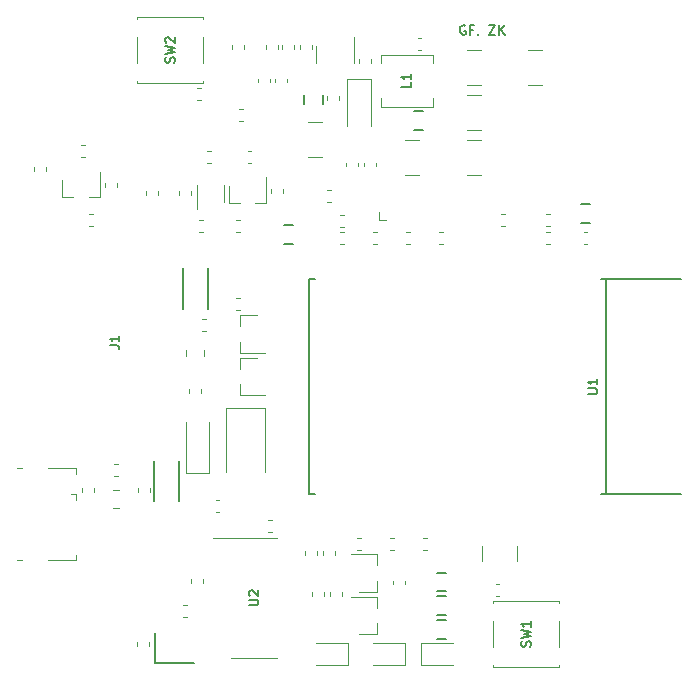
<source format=gto>
G04 #@! TF.GenerationSoftware,KiCad,Pcbnew,(5.1.5-0-10_14)*
G04 #@! TF.CreationDate,2021-02-17T02:27:33-05:00*
G04 #@! TF.ProjectId,ADBT,41444254-2e6b-4696-9361-645f70636258,rev?*
G04 #@! TF.SameCoordinates,Original*
G04 #@! TF.FileFunction,Legend,Top*
G04 #@! TF.FilePolarity,Positive*
%FSLAX46Y46*%
G04 Gerber Fmt 4.6, Leading zero omitted, Abs format (unit mm)*
G04 Created by KiCad (PCBNEW (5.1.5-0-10_14)) date 2021-02-17 02:27:33*
%MOMM*%
%LPD*%
G04 APERTURE LIST*
%ADD10C,0.203200*%
%ADD11C,0.120000*%
%ADD12C,0.152400*%
%ADD13C,0.127000*%
%ADD14C,0.400000*%
%ADD15C,0.450000*%
%ADD16C,4.200000*%
%ADD17C,0.887400*%
%ADD18C,1.090600*%
%ADD19C,0.100000*%
%ADD20C,1.400000*%
%ADD21O,2.000000X1.170000*%
%ADD22R,1.600000X1.600000*%
%ADD23R,3.100000X0.600000*%
%ADD24R,0.600000X3.100000*%
%ADD25C,0.900000*%
%ADD26R,5.100000X5.100000*%
%ADD27O,1.000000X2.600000*%
%ADD28O,2.600000X1.000000*%
%ADD29C,1.900000*%
%ADD30C,4.100000*%
%ADD31C,2.000000*%
%ADD32C,3.300000*%
%ADD33C,1.448000*%
G04 APERTURE END LIST*
D10*
X142467923Y-66993600D02*
X142390514Y-66954895D01*
X142274400Y-66954895D01*
X142158285Y-66993600D01*
X142080876Y-67071009D01*
X142042171Y-67148419D01*
X142003466Y-67303238D01*
X142003466Y-67419352D01*
X142042171Y-67574171D01*
X142080876Y-67651580D01*
X142158285Y-67728990D01*
X142274400Y-67767695D01*
X142351809Y-67767695D01*
X142467923Y-67728990D01*
X142506628Y-67690285D01*
X142506628Y-67419352D01*
X142351809Y-67419352D01*
X143125904Y-67341942D02*
X142854971Y-67341942D01*
X142854971Y-67767695D02*
X142854971Y-66954895D01*
X143242019Y-66954895D01*
X143551657Y-67690285D02*
X143590361Y-67728990D01*
X143551657Y-67767695D01*
X143512952Y-67728990D01*
X143551657Y-67690285D01*
X143551657Y-67767695D01*
X144480571Y-66954895D02*
X145022438Y-66954895D01*
X144480571Y-67767695D01*
X145022438Y-67767695D01*
X145332076Y-67767695D02*
X145332076Y-66954895D01*
X145796533Y-67767695D02*
X145448190Y-67303238D01*
X145796533Y-66954895D02*
X145332076Y-67419352D01*
D11*
X135763000Y-83439000D02*
X135128000Y-83439000D01*
X135128000Y-83439000D02*
X135128000Y-82804000D01*
X138552064Y-76690000D02*
X137347936Y-76690000D01*
X138552064Y-79610000D02*
X137347936Y-79610000D01*
D12*
X127906400Y-83850000D02*
X127093600Y-83850000D01*
X127906400Y-85450000D02*
X127093600Y-85450000D01*
D11*
X115440000Y-81312779D02*
X115440000Y-80987221D01*
X116460000Y-81312779D02*
X116460000Y-80987221D01*
X121662779Y-108160000D02*
X121337221Y-108160000D01*
X121662779Y-107140000D02*
X121337221Y-107140000D01*
X145862779Y-82940000D02*
X145537221Y-82940000D01*
X145862779Y-83960000D02*
X145537221Y-83960000D01*
X123612779Y-75060000D02*
X123287221Y-75060000D01*
X123612779Y-74040000D02*
X123287221Y-74040000D01*
X127410000Y-71812779D02*
X127410000Y-71487221D01*
X126390000Y-71812779D02*
X126390000Y-71487221D01*
X132535000Y-119240000D02*
X129850000Y-119240000D01*
X132535000Y-121160000D02*
X132535000Y-119240000D01*
X129850000Y-121160000D02*
X132535000Y-121160000D01*
X137335000Y-119240000D02*
X134650000Y-119240000D01*
X137335000Y-121160000D02*
X137335000Y-119240000D01*
X134650000Y-121160000D02*
X137335000Y-121160000D01*
X138765000Y-121160000D02*
X141450000Y-121160000D01*
X138765000Y-119240000D02*
X138765000Y-121160000D01*
X141450000Y-119240000D02*
X138765000Y-119240000D01*
X109512500Y-104475000D02*
X109512500Y-104925000D01*
X107150000Y-104475000D02*
X109512500Y-104475000D01*
X104550000Y-112275000D02*
X104912500Y-112275000D01*
X104550000Y-104475000D02*
X104912500Y-104475000D01*
X107150000Y-112275000D02*
X109512500Y-112275000D01*
X109512500Y-112275000D02*
X109512500Y-111825000D01*
X109512500Y-106675000D02*
X109512500Y-107125000D01*
X109512500Y-106675000D02*
X109062500Y-106675000D01*
X144850000Y-121300000D02*
X144850000Y-121100000D01*
X150450000Y-121100000D02*
X150450000Y-121300000D01*
X150450000Y-121300000D02*
X144850000Y-121300000D01*
X144850000Y-117400000D02*
X144850000Y-119600000D01*
X144850000Y-115700000D02*
X150450000Y-115700000D01*
X150450000Y-117400000D02*
X150450000Y-119600000D01*
X144850000Y-115900000D02*
X144850000Y-115700000D01*
X150450000Y-115700000D02*
X150450000Y-115900000D01*
X120300000Y-66250000D02*
X120300000Y-66450000D01*
X114700000Y-66450000D02*
X114700000Y-66250000D01*
X114700000Y-66250000D02*
X120300000Y-66250000D01*
X120300000Y-70150000D02*
X120300000Y-67950000D01*
X120300000Y-71850000D02*
X114700000Y-71850000D01*
X114700000Y-70150000D02*
X114700000Y-67950000D01*
X120300000Y-71650000D02*
X120300000Y-71850000D01*
X114700000Y-71850000D02*
X114700000Y-71650000D01*
D10*
X154429000Y-88461400D02*
X154429000Y-106661400D01*
X129249000Y-88461400D02*
X129749000Y-88461400D01*
X153939000Y-88461400D02*
X160779000Y-88461400D01*
X153939000Y-106661400D02*
X160779000Y-106661400D01*
X129249000Y-106661400D02*
X129749000Y-106661400D01*
X129249000Y-106661400D02*
X129249000Y-88461400D01*
D11*
X145362779Y-115310000D02*
X145037221Y-115310000D01*
X145362779Y-114290000D02*
X145037221Y-114290000D01*
X139700000Y-69450000D02*
X139700000Y-70150000D01*
X135300000Y-69450000D02*
X139700000Y-69450000D01*
X135300000Y-70150000D02*
X135300000Y-69450000D01*
X135300000Y-73850000D02*
X135300000Y-73150000D01*
X139700000Y-73850000D02*
X135300000Y-73850000D01*
X139700000Y-73150000D02*
X139700000Y-73850000D01*
X142597936Y-79610000D02*
X143802064Y-79610000D01*
X142597936Y-76690000D02*
X143802064Y-76690000D01*
X149002064Y-69090000D02*
X147797936Y-69090000D01*
X149002064Y-72010000D02*
X147797936Y-72010000D01*
X118840000Y-95008578D02*
X118840000Y-94491422D01*
X120360000Y-95008578D02*
X120360000Y-94491422D01*
D13*
X118550000Y-90950000D02*
X118550000Y-87550000D01*
X120650000Y-90950000D02*
X120650000Y-87550000D01*
D11*
X120110000Y-97737221D02*
X120110000Y-98062779D01*
X119090000Y-97737221D02*
X119090000Y-98062779D01*
X120187221Y-92860000D02*
X120512779Y-92860000D01*
X120187221Y-91840000D02*
X120512779Y-91840000D01*
D12*
X130400000Y-72843600D02*
X130400000Y-73656400D01*
X128800000Y-72843600D02*
X128800000Y-73656400D01*
D11*
X130790000Y-72987221D02*
X130790000Y-73312779D01*
X131810000Y-72987221D02*
X131810000Y-73312779D01*
D12*
X138906400Y-75850000D02*
X138093600Y-75850000D01*
X138906400Y-74250000D02*
X138093600Y-74250000D01*
X152247600Y-83731000D02*
X153060400Y-83731000D01*
X152247600Y-82131000D02*
X153060400Y-82131000D01*
D11*
X133440000Y-70162779D02*
X133440000Y-69837221D01*
X134460000Y-70162779D02*
X134460000Y-69837221D01*
X128010000Y-68962779D02*
X128010000Y-68637221D01*
X126990000Y-68962779D02*
X126990000Y-68637221D01*
X109990000Y-106462779D02*
X109990000Y-106137221D01*
X111010000Y-106462779D02*
X111010000Y-106137221D01*
X115810000Y-106462779D02*
X115810000Y-106137221D01*
X114790000Y-106462779D02*
X114790000Y-106137221D01*
X149316221Y-82956000D02*
X149641779Y-82956000D01*
X149316221Y-83976000D02*
X149641779Y-83976000D01*
X115699000Y-119542779D02*
X115699000Y-119217221D01*
X114679000Y-119542779D02*
X114679000Y-119217221D01*
X118919779Y-117096000D02*
X118594221Y-117096000D01*
X118919779Y-116076000D02*
X118594221Y-116076000D01*
X126095279Y-109857000D02*
X125769721Y-109857000D01*
X126095279Y-108837000D02*
X125769721Y-108837000D01*
X120271000Y-114208779D02*
X120271000Y-113883221D01*
X119251000Y-114208779D02*
X119251000Y-113883221D01*
X152491221Y-84453000D02*
X152816779Y-84453000D01*
X152491221Y-85473000D02*
X152816779Y-85473000D01*
X107010000Y-79312779D02*
X107010000Y-78987221D01*
X105990000Y-79312779D02*
X105990000Y-78987221D01*
X123760000Y-68962779D02*
X123760000Y-68637221D01*
X122740000Y-68962779D02*
X122740000Y-68637221D01*
X138762779Y-68040000D02*
X138437221Y-68040000D01*
X138762779Y-69060000D02*
X138437221Y-69060000D01*
X131112779Y-80890000D02*
X130787221Y-80890000D01*
X131112779Y-81910000D02*
X130787221Y-81910000D01*
X119260000Y-80987221D02*
X119260000Y-81312779D01*
X118240000Y-80987221D02*
X118240000Y-81312779D01*
X125550000Y-99350000D02*
X122250000Y-99350000D01*
X122250000Y-99350000D02*
X122250000Y-104750000D01*
X125550000Y-99350000D02*
X125550000Y-104750000D01*
X118800000Y-100550000D02*
X118800000Y-104850000D01*
X118800000Y-104850000D02*
X120800000Y-104850000D01*
X120800000Y-104850000D02*
X120800000Y-100550000D01*
D13*
X118250000Y-107250000D02*
X118250000Y-103850000D01*
X116150000Y-107250000D02*
X116150000Y-103850000D01*
D11*
X112641422Y-107810000D02*
X113158578Y-107810000D01*
X112641422Y-106290000D02*
X113158578Y-106290000D01*
X123390000Y-91520000D02*
X123390000Y-92450000D01*
X123390000Y-94680000D02*
X123390000Y-93750000D01*
X123390000Y-94680000D02*
X125550000Y-94680000D01*
X123390000Y-91520000D02*
X124850000Y-91520000D01*
X122470000Y-82010000D02*
X122470000Y-80550000D01*
X125630000Y-82010000D02*
X125630000Y-79850000D01*
X125630000Y-82010000D02*
X124700000Y-82010000D01*
X122470000Y-82010000D02*
X123400000Y-82010000D01*
X108370000Y-81510000D02*
X109300000Y-81510000D01*
X111530000Y-81510000D02*
X110600000Y-81510000D01*
X111530000Y-81510000D02*
X111530000Y-79350000D01*
X108370000Y-81510000D02*
X108370000Y-80050000D01*
X134960000Y-118530000D02*
X133500000Y-118530000D01*
X134960000Y-115370000D02*
X132800000Y-115370000D01*
X134960000Y-115370000D02*
X134960000Y-116300000D01*
X134960000Y-118530000D02*
X134960000Y-117600000D01*
X134960000Y-114930000D02*
X133500000Y-114930000D01*
X134960000Y-111770000D02*
X132800000Y-111770000D01*
X134960000Y-111770000D02*
X134960000Y-112700000D01*
X134960000Y-114930000D02*
X134960000Y-114000000D01*
X126610000Y-68962779D02*
X126610000Y-68637221D01*
X125590000Y-68962779D02*
X125590000Y-68637221D01*
X129460000Y-68637221D02*
X129460000Y-68962779D01*
X128440000Y-68637221D02*
X128440000Y-68962779D01*
X113062779Y-105110000D02*
X112737221Y-105110000D01*
X113062779Y-104090000D02*
X112737221Y-104090000D01*
X130990000Y-114987221D02*
X130990000Y-115312779D01*
X132010000Y-114987221D02*
X132010000Y-115312779D01*
X130427000Y-111795779D02*
X130427000Y-111470221D01*
X131447000Y-111795779D02*
X131447000Y-111470221D01*
X128903000Y-111470221D02*
X128903000Y-111795779D01*
X129923000Y-111470221D02*
X129923000Y-111795779D01*
X149641779Y-84453000D02*
X149316221Y-84453000D01*
X149641779Y-85473000D02*
X149316221Y-85473000D01*
X129490000Y-115312779D02*
X129490000Y-114987221D01*
X130510000Y-115312779D02*
X130510000Y-114987221D01*
D12*
X140043600Y-113300000D02*
X140856400Y-113300000D01*
X140043600Y-114900000D02*
X140856400Y-114900000D01*
X140043600Y-116900000D02*
X140856400Y-116900000D01*
X140043600Y-115300000D02*
X140856400Y-115300000D01*
X140043600Y-117300000D02*
X140856400Y-117300000D01*
X140043600Y-118900000D02*
X140856400Y-118900000D01*
D11*
X120262779Y-84460000D02*
X119937221Y-84460000D01*
X120262779Y-83440000D02*
X119937221Y-83440000D01*
X120912779Y-78610000D02*
X120587221Y-78610000D01*
X120912779Y-77590000D02*
X120587221Y-77590000D01*
X124890000Y-71487221D02*
X124890000Y-71812779D01*
X125910000Y-71487221D02*
X125910000Y-71812779D01*
X123087221Y-84460000D02*
X123412779Y-84460000D01*
X123087221Y-83440000D02*
X123412779Y-83440000D01*
X124037221Y-77590000D02*
X124362779Y-77590000D01*
X124037221Y-78610000D02*
X124362779Y-78610000D01*
X137410000Y-114312779D02*
X137410000Y-113987221D01*
X136390000Y-114312779D02*
X136390000Y-113987221D01*
X140562779Y-84440000D02*
X140237221Y-84440000D01*
X140562779Y-85460000D02*
X140237221Y-85460000D01*
X133287221Y-111360000D02*
X133612779Y-111360000D01*
X133287221Y-110340000D02*
X133612779Y-110340000D01*
X134637221Y-84440000D02*
X134962779Y-84440000D01*
X134637221Y-85460000D02*
X134962779Y-85460000D01*
X126040000Y-80837221D02*
X126040000Y-81162779D01*
X127060000Y-80837221D02*
X127060000Y-81162779D01*
X132162779Y-84440000D02*
X131837221Y-84440000D01*
X132162779Y-85460000D02*
X131837221Y-85460000D01*
X138887221Y-110340000D02*
X139212779Y-110340000D01*
X138887221Y-111360000D02*
X139212779Y-111360000D01*
X136087221Y-110340000D02*
X136412779Y-110340000D01*
X136087221Y-111360000D02*
X136412779Y-111360000D01*
X137437221Y-85460000D02*
X137762779Y-85460000D01*
X137437221Y-84440000D02*
X137762779Y-84440000D01*
X110912779Y-82940000D02*
X110587221Y-82940000D01*
X110912779Y-83960000D02*
X110587221Y-83960000D01*
X112960000Y-80662779D02*
X112960000Y-80337221D01*
X111940000Y-80662779D02*
X111940000Y-80337221D01*
X110262779Y-78160000D02*
X109937221Y-78160000D01*
X110262779Y-77140000D02*
X109937221Y-77140000D01*
X124587000Y-120503000D02*
X126537000Y-120503000D01*
X124587000Y-120503000D02*
X122637000Y-120503000D01*
X124587000Y-110383000D02*
X126537000Y-110383000D01*
X124587000Y-110383000D02*
X121137000Y-110383000D01*
X129870000Y-70160000D02*
X129870000Y-68700000D01*
X133030000Y-70160000D02*
X133030000Y-68000000D01*
X122060000Y-81930000D02*
X122060000Y-80520000D01*
X119740000Y-80520000D02*
X119740000Y-82550000D01*
D12*
X116214000Y-121003000D02*
X119464000Y-121003000D01*
X116214000Y-118403000D02*
X116214000Y-121003000D01*
D11*
X129147936Y-75190000D02*
X130352064Y-75190000D01*
X129147936Y-78110000D02*
X130352064Y-78110000D01*
X142597936Y-72890000D02*
X143802064Y-72890000D01*
X142597936Y-75810000D02*
X143802064Y-75810000D01*
X143890000Y-111097936D02*
X143890000Y-112302064D01*
X146810000Y-111097936D02*
X146810000Y-112302064D01*
X142597936Y-69090000D02*
X143802064Y-69090000D01*
X142597936Y-72010000D02*
X143802064Y-72010000D01*
X134500000Y-71500000D02*
X134500000Y-75500000D01*
X132500000Y-71500000D02*
X132500000Y-75500000D01*
X134500000Y-71500000D02*
X132500000Y-71500000D01*
X119787221Y-73260000D02*
X120112779Y-73260000D01*
X119787221Y-72240000D02*
X120112779Y-72240000D01*
X132162779Y-83040000D02*
X131837221Y-83040000D01*
X132162779Y-84060000D02*
X131837221Y-84060000D01*
X134910000Y-78912779D02*
X134910000Y-78587221D01*
X133890000Y-78912779D02*
X133890000Y-78587221D01*
X132390000Y-78912779D02*
X132390000Y-78587221D01*
X133410000Y-78912779D02*
X133410000Y-78587221D01*
X123390000Y-95120000D02*
X124850000Y-95120000D01*
X123390000Y-98280000D02*
X125550000Y-98280000D01*
X123390000Y-98280000D02*
X123390000Y-97350000D01*
X123390000Y-95120000D02*
X123390000Y-96050000D01*
X123412779Y-90090000D02*
X123087221Y-90090000D01*
X123412779Y-91110000D02*
X123087221Y-91110000D01*
D10*
X147978990Y-119583733D02*
X148017695Y-119467619D01*
X148017695Y-119274095D01*
X147978990Y-119196685D01*
X147940285Y-119157980D01*
X147862876Y-119119276D01*
X147785466Y-119119276D01*
X147708057Y-119157980D01*
X147669352Y-119196685D01*
X147630647Y-119274095D01*
X147591942Y-119428914D01*
X147553238Y-119506323D01*
X147514533Y-119545028D01*
X147437123Y-119583733D01*
X147359714Y-119583733D01*
X147282304Y-119545028D01*
X147243600Y-119506323D01*
X147204895Y-119428914D01*
X147204895Y-119235390D01*
X147243600Y-119119276D01*
X147204895Y-118848342D02*
X148017695Y-118654819D01*
X147437123Y-118500000D01*
X148017695Y-118345180D01*
X147204895Y-118151657D01*
X148017695Y-117416266D02*
X148017695Y-117880723D01*
X148017695Y-117648495D02*
X147204895Y-117648495D01*
X147321009Y-117725904D01*
X147398419Y-117803314D01*
X147437123Y-117880723D01*
X117828990Y-70133733D02*
X117867695Y-70017619D01*
X117867695Y-69824095D01*
X117828990Y-69746685D01*
X117790285Y-69707980D01*
X117712876Y-69669276D01*
X117635466Y-69669276D01*
X117558057Y-69707980D01*
X117519352Y-69746685D01*
X117480647Y-69824095D01*
X117441942Y-69978914D01*
X117403238Y-70056323D01*
X117364533Y-70095028D01*
X117287123Y-70133733D01*
X117209714Y-70133733D01*
X117132304Y-70095028D01*
X117093600Y-70056323D01*
X117054895Y-69978914D01*
X117054895Y-69785390D01*
X117093600Y-69669276D01*
X117054895Y-69398342D02*
X117867695Y-69204819D01*
X117287123Y-69050000D01*
X117867695Y-68895180D01*
X117054895Y-68701657D01*
X117132304Y-68430723D02*
X117093600Y-68392019D01*
X117054895Y-68314609D01*
X117054895Y-68121085D01*
X117093600Y-68043676D01*
X117132304Y-68004971D01*
X117209714Y-67966266D01*
X117287123Y-67966266D01*
X117403238Y-68004971D01*
X117867695Y-68469428D01*
X117867695Y-67966266D01*
X152843895Y-98180676D02*
X153501876Y-98180676D01*
X153579285Y-98141971D01*
X153617990Y-98103266D01*
X153656695Y-98025857D01*
X153656695Y-97871038D01*
X153617990Y-97793628D01*
X153579285Y-97754923D01*
X153501876Y-97716219D01*
X152843895Y-97716219D01*
X153656695Y-96903419D02*
X153656695Y-97367876D01*
X153656695Y-97135647D02*
X152843895Y-97135647D01*
X152960009Y-97213057D01*
X153037419Y-97290466D01*
X153076123Y-97367876D01*
X112354895Y-94070933D02*
X112935466Y-94070933D01*
X113051580Y-94109638D01*
X113128990Y-94187047D01*
X113167695Y-94303161D01*
X113167695Y-94380571D01*
X113167695Y-93258133D02*
X113167695Y-93722590D01*
X113167695Y-93490361D02*
X112354895Y-93490361D01*
X112471009Y-93567771D01*
X112548419Y-93645180D01*
X112587123Y-93722590D01*
X137867695Y-71785466D02*
X137867695Y-72172514D01*
X137054895Y-72172514D01*
X137867695Y-71088780D02*
X137867695Y-71553238D01*
X137867695Y-71321009D02*
X137054895Y-71321009D01*
X137171009Y-71398419D01*
X137248419Y-71475828D01*
X137287123Y-71553238D01*
X124141895Y-116062276D02*
X124799876Y-116062276D01*
X124877285Y-116023571D01*
X124915990Y-115984866D01*
X124954695Y-115907457D01*
X124954695Y-115752638D01*
X124915990Y-115675228D01*
X124877285Y-115636523D01*
X124799876Y-115597819D01*
X124141895Y-115597819D01*
X124219304Y-115249476D02*
X124180600Y-115210771D01*
X124141895Y-115133361D01*
X124141895Y-114939838D01*
X124180600Y-114862428D01*
X124219304Y-114823723D01*
X124296714Y-114785019D01*
X124374123Y-114785019D01*
X124490238Y-114823723D01*
X124954695Y-115288180D01*
X124954695Y-114785019D01*
%LPC*%
D14*
X116773900Y-109965500D02*
G75*
G03X116373900Y-109565500I-200000J200000D01*
G01*
X113273900Y-112665500D02*
G75*
G03X113673900Y-113065500I200000J-200000D01*
G01*
X116773900Y-112665500D02*
G75*
G02X116373900Y-113065500I-200000J-200000D01*
G01*
X113273900Y-109965500D02*
G75*
G02X113673900Y-109565500I200000J200000D01*
G01*
D15*
X112823900Y-111065500D02*
G75*
G03X112823900Y-111565500I0J-250000D01*
G01*
X117223900Y-111065500D02*
G75*
G02X117223900Y-111565500I0J-250000D01*
G01*
X114773900Y-113515500D02*
G75*
G03X115273900Y-113515500I250000J0D01*
G01*
X114773900Y-109115500D02*
G75*
G02X115273900Y-109115500I250000J0D01*
G01*
D16*
X115123900Y-111315500D02*
G75*
G03X115123900Y-111315500I-100000J0D01*
G01*
D14*
X151825900Y-109965500D02*
G75*
G03X151425900Y-109565500I-200000J200000D01*
G01*
X148325900Y-112665500D02*
G75*
G03X148725900Y-113065500I200000J-200000D01*
G01*
X151825900Y-112665500D02*
G75*
G02X151425900Y-113065500I-200000J-200000D01*
G01*
X148325900Y-109965500D02*
G75*
G02X148725900Y-109565500I200000J200000D01*
G01*
D15*
X147875900Y-111065500D02*
G75*
G03X147875900Y-111565500I0J-250000D01*
G01*
X152275900Y-111065500D02*
G75*
G02X152275900Y-111565500I0J-250000D01*
G01*
X149825900Y-113515500D02*
G75*
G03X150325900Y-113515500I250000J0D01*
G01*
X149825900Y-109115500D02*
G75*
G02X150325900Y-109115500I250000J0D01*
G01*
D16*
X150175900Y-111315500D02*
G75*
G03X150175900Y-111315500I-100000J0D01*
G01*
D14*
X116773900Y-74913500D02*
G75*
G03X116373900Y-74513500I-200000J200000D01*
G01*
X113273900Y-77613500D02*
G75*
G03X113673900Y-78013500I200000J-200000D01*
G01*
X116773900Y-77613500D02*
G75*
G02X116373900Y-78013500I-200000J-200000D01*
G01*
X113273900Y-74913500D02*
G75*
G02X113673900Y-74513500I200000J200000D01*
G01*
D15*
X112823900Y-76013500D02*
G75*
G03X112823900Y-76513500I0J-250000D01*
G01*
X117223900Y-76013500D02*
G75*
G02X117223900Y-76513500I0J-250000D01*
G01*
X114773900Y-78463500D02*
G75*
G03X115273900Y-78463500I250000J0D01*
G01*
X114773900Y-74063500D02*
G75*
G02X115273900Y-74063500I250000J0D01*
G01*
D16*
X115123900Y-76263500D02*
G75*
G03X115123900Y-76263500I-100000J0D01*
G01*
D14*
X151825900Y-74913500D02*
G75*
G03X151425900Y-74513500I-200000J200000D01*
G01*
X148325900Y-77613500D02*
G75*
G03X148725900Y-78013500I200000J-200000D01*
G01*
X151825900Y-77613500D02*
G75*
G02X151425900Y-78013500I-200000J-200000D01*
G01*
X148325900Y-74913500D02*
G75*
G02X148725900Y-74513500I200000J200000D01*
G01*
D15*
X147875900Y-76013500D02*
G75*
G03X147875900Y-76513500I0J-250000D01*
G01*
X152275900Y-76013500D02*
G75*
G02X152275900Y-76513500I0J-250000D01*
G01*
X149825900Y-78463500D02*
G75*
G03X150325900Y-78463500I250000J0D01*
G01*
X149825900Y-74063500D02*
G75*
G02X150325900Y-74063500I250000J0D01*
G01*
D16*
X150175900Y-76263500D02*
G75*
G03X150175900Y-76263500I-100000J0D01*
G01*
D17*
X135763000Y-81534000D03*
X137033000Y-81534000D03*
X138303000Y-81534000D03*
X139573000Y-81534000D03*
X140843000Y-81534000D03*
X140843000Y-82804000D03*
X139573000Y-82804000D03*
X138303000Y-82804000D03*
X137033000Y-82804000D03*
X135763000Y-82804000D03*
D18*
X134493000Y-82169000D03*
X142113000Y-83185000D03*
X142113000Y-81153000D03*
D19*
G36*
X136961756Y-76701806D02*
G01*
X136998159Y-76707206D01*
X137033857Y-76716147D01*
X137068506Y-76728545D01*
X137101774Y-76744280D01*
X137133339Y-76763199D01*
X137162897Y-76785121D01*
X137190165Y-76809835D01*
X137214879Y-76837103D01*
X137236801Y-76866661D01*
X137255720Y-76898226D01*
X137271455Y-76931494D01*
X137283853Y-76966143D01*
X137292794Y-77001841D01*
X137298194Y-77038244D01*
X137300000Y-77075000D01*
X137300000Y-79225000D01*
X137298194Y-79261756D01*
X137292794Y-79298159D01*
X137283853Y-79333857D01*
X137271455Y-79368506D01*
X137255720Y-79401774D01*
X137236801Y-79433339D01*
X137214879Y-79462897D01*
X137190165Y-79490165D01*
X137162897Y-79514879D01*
X137133339Y-79536801D01*
X137101774Y-79555720D01*
X137068506Y-79571455D01*
X137033857Y-79583853D01*
X136998159Y-79592794D01*
X136961756Y-79598194D01*
X136925000Y-79600000D01*
X136175000Y-79600000D01*
X136138244Y-79598194D01*
X136101841Y-79592794D01*
X136066143Y-79583853D01*
X136031494Y-79571455D01*
X135998226Y-79555720D01*
X135966661Y-79536801D01*
X135937103Y-79514879D01*
X135909835Y-79490165D01*
X135885121Y-79462897D01*
X135863199Y-79433339D01*
X135844280Y-79401774D01*
X135828545Y-79368506D01*
X135816147Y-79333857D01*
X135807206Y-79298159D01*
X135801806Y-79261756D01*
X135800000Y-79225000D01*
X135800000Y-77075000D01*
X135801806Y-77038244D01*
X135807206Y-77001841D01*
X135816147Y-76966143D01*
X135828545Y-76931494D01*
X135844280Y-76898226D01*
X135863199Y-76866661D01*
X135885121Y-76837103D01*
X135909835Y-76809835D01*
X135937103Y-76785121D01*
X135966661Y-76763199D01*
X135998226Y-76744280D01*
X136031494Y-76728545D01*
X136066143Y-76716147D01*
X136101841Y-76707206D01*
X136138244Y-76701806D01*
X136175000Y-76700000D01*
X136925000Y-76700000D01*
X136961756Y-76701806D01*
G37*
G36*
X139761756Y-76701806D02*
G01*
X139798159Y-76707206D01*
X139833857Y-76716147D01*
X139868506Y-76728545D01*
X139901774Y-76744280D01*
X139933339Y-76763199D01*
X139962897Y-76785121D01*
X139990165Y-76809835D01*
X140014879Y-76837103D01*
X140036801Y-76866661D01*
X140055720Y-76898226D01*
X140071455Y-76931494D01*
X140083853Y-76966143D01*
X140092794Y-77001841D01*
X140098194Y-77038244D01*
X140100000Y-77075000D01*
X140100000Y-79225000D01*
X140098194Y-79261756D01*
X140092794Y-79298159D01*
X140083853Y-79333857D01*
X140071455Y-79368506D01*
X140055720Y-79401774D01*
X140036801Y-79433339D01*
X140014879Y-79462897D01*
X139990165Y-79490165D01*
X139962897Y-79514879D01*
X139933339Y-79536801D01*
X139901774Y-79555720D01*
X139868506Y-79571455D01*
X139833857Y-79583853D01*
X139798159Y-79592794D01*
X139761756Y-79598194D01*
X139725000Y-79600000D01*
X138975000Y-79600000D01*
X138938244Y-79598194D01*
X138901841Y-79592794D01*
X138866143Y-79583853D01*
X138831494Y-79571455D01*
X138798226Y-79555720D01*
X138766661Y-79536801D01*
X138737103Y-79514879D01*
X138709835Y-79490165D01*
X138685121Y-79462897D01*
X138663199Y-79433339D01*
X138644280Y-79401774D01*
X138628545Y-79368506D01*
X138616147Y-79333857D01*
X138607206Y-79298159D01*
X138601806Y-79261756D01*
X138600000Y-79225000D01*
X138600000Y-77075000D01*
X138601806Y-77038244D01*
X138607206Y-77001841D01*
X138616147Y-76966143D01*
X138628545Y-76931494D01*
X138644280Y-76898226D01*
X138663199Y-76866661D01*
X138685121Y-76837103D01*
X138709835Y-76809835D01*
X138737103Y-76785121D01*
X138766661Y-76763199D01*
X138798226Y-76744280D01*
X138831494Y-76728545D01*
X138866143Y-76716147D01*
X138901841Y-76707206D01*
X138938244Y-76701806D01*
X138975000Y-76700000D01*
X139725000Y-76700000D01*
X139761756Y-76701806D01*
G37*
G36*
X126965680Y-83901384D02*
G01*
X126993588Y-83905524D01*
X127020957Y-83912380D01*
X127047521Y-83921885D01*
X127073027Y-83933948D01*
X127097226Y-83948452D01*
X127119888Y-83965259D01*
X127140793Y-83984207D01*
X127159741Y-84005112D01*
X127176548Y-84027774D01*
X127191052Y-84051973D01*
X127203115Y-84077479D01*
X127212620Y-84104043D01*
X127219476Y-84131412D01*
X127223616Y-84159320D01*
X127225000Y-84187500D01*
X127225000Y-85112500D01*
X127223616Y-85140680D01*
X127219476Y-85168588D01*
X127212620Y-85195957D01*
X127203115Y-85222521D01*
X127191052Y-85248027D01*
X127176548Y-85272226D01*
X127159741Y-85294888D01*
X127140793Y-85315793D01*
X127119888Y-85334741D01*
X127097226Y-85351548D01*
X127073027Y-85366052D01*
X127047521Y-85378115D01*
X127020957Y-85387620D01*
X126993588Y-85394476D01*
X126965680Y-85398616D01*
X126937500Y-85400000D01*
X126362500Y-85400000D01*
X126334320Y-85398616D01*
X126306412Y-85394476D01*
X126279043Y-85387620D01*
X126252479Y-85378115D01*
X126226973Y-85366052D01*
X126202774Y-85351548D01*
X126180112Y-85334741D01*
X126159207Y-85315793D01*
X126140259Y-85294888D01*
X126123452Y-85272226D01*
X126108948Y-85248027D01*
X126096885Y-85222521D01*
X126087380Y-85195957D01*
X126080524Y-85168588D01*
X126076384Y-85140680D01*
X126075000Y-85112500D01*
X126075000Y-84187500D01*
X126076384Y-84159320D01*
X126080524Y-84131412D01*
X126087380Y-84104043D01*
X126096885Y-84077479D01*
X126108948Y-84051973D01*
X126123452Y-84027774D01*
X126140259Y-84005112D01*
X126159207Y-83984207D01*
X126180112Y-83965259D01*
X126202774Y-83948452D01*
X126226973Y-83933948D01*
X126252479Y-83921885D01*
X126279043Y-83912380D01*
X126306412Y-83905524D01*
X126334320Y-83901384D01*
X126362500Y-83900000D01*
X126937500Y-83900000D01*
X126965680Y-83901384D01*
G37*
G36*
X128665680Y-83901384D02*
G01*
X128693588Y-83905524D01*
X128720957Y-83912380D01*
X128747521Y-83921885D01*
X128773027Y-83933948D01*
X128797226Y-83948452D01*
X128819888Y-83965259D01*
X128840793Y-83984207D01*
X128859741Y-84005112D01*
X128876548Y-84027774D01*
X128891052Y-84051973D01*
X128903115Y-84077479D01*
X128912620Y-84104043D01*
X128919476Y-84131412D01*
X128923616Y-84159320D01*
X128925000Y-84187500D01*
X128925000Y-85112500D01*
X128923616Y-85140680D01*
X128919476Y-85168588D01*
X128912620Y-85195957D01*
X128903115Y-85222521D01*
X128891052Y-85248027D01*
X128876548Y-85272226D01*
X128859741Y-85294888D01*
X128840793Y-85315793D01*
X128819888Y-85334741D01*
X128797226Y-85351548D01*
X128773027Y-85366052D01*
X128747521Y-85378115D01*
X128720957Y-85387620D01*
X128693588Y-85394476D01*
X128665680Y-85398616D01*
X128637500Y-85400000D01*
X128062500Y-85400000D01*
X128034320Y-85398616D01*
X128006412Y-85394476D01*
X127979043Y-85387620D01*
X127952479Y-85378115D01*
X127926973Y-85366052D01*
X127902774Y-85351548D01*
X127880112Y-85334741D01*
X127859207Y-85315793D01*
X127840259Y-85294888D01*
X127823452Y-85272226D01*
X127808948Y-85248027D01*
X127796885Y-85222521D01*
X127787380Y-85195957D01*
X127780524Y-85168588D01*
X127776384Y-85140680D01*
X127775000Y-85112500D01*
X127775000Y-84187500D01*
X127776384Y-84159320D01*
X127780524Y-84131412D01*
X127787380Y-84104043D01*
X127796885Y-84077479D01*
X127808948Y-84051973D01*
X127823452Y-84027774D01*
X127840259Y-84005112D01*
X127859207Y-83984207D01*
X127880112Y-83965259D01*
X127902774Y-83948452D01*
X127926973Y-83933948D01*
X127952479Y-83921885D01*
X127979043Y-83912380D01*
X128006412Y-83905524D01*
X128034320Y-83901384D01*
X128062500Y-83900000D01*
X128637500Y-83900000D01*
X128665680Y-83901384D01*
G37*
G36*
X116260779Y-81426144D02*
G01*
X116283834Y-81429563D01*
X116306443Y-81435227D01*
X116328387Y-81443079D01*
X116349457Y-81453044D01*
X116369448Y-81465026D01*
X116388168Y-81478910D01*
X116405438Y-81494562D01*
X116421090Y-81511832D01*
X116434974Y-81530552D01*
X116446956Y-81550543D01*
X116456921Y-81571613D01*
X116464773Y-81593557D01*
X116470437Y-81616166D01*
X116473856Y-81639221D01*
X116475000Y-81662500D01*
X116475000Y-82137500D01*
X116473856Y-82160779D01*
X116470437Y-82183834D01*
X116464773Y-82206443D01*
X116456921Y-82228387D01*
X116446956Y-82249457D01*
X116434974Y-82269448D01*
X116421090Y-82288168D01*
X116405438Y-82305438D01*
X116388168Y-82321090D01*
X116369448Y-82334974D01*
X116349457Y-82346956D01*
X116328387Y-82356921D01*
X116306443Y-82364773D01*
X116283834Y-82370437D01*
X116260779Y-82373856D01*
X116237500Y-82375000D01*
X115662500Y-82375000D01*
X115639221Y-82373856D01*
X115616166Y-82370437D01*
X115593557Y-82364773D01*
X115571613Y-82356921D01*
X115550543Y-82346956D01*
X115530552Y-82334974D01*
X115511832Y-82321090D01*
X115494562Y-82305438D01*
X115478910Y-82288168D01*
X115465026Y-82269448D01*
X115453044Y-82249457D01*
X115443079Y-82228387D01*
X115435227Y-82206443D01*
X115429563Y-82183834D01*
X115426144Y-82160779D01*
X115425000Y-82137500D01*
X115425000Y-81662500D01*
X115426144Y-81639221D01*
X115429563Y-81616166D01*
X115435227Y-81593557D01*
X115443079Y-81571613D01*
X115453044Y-81550543D01*
X115465026Y-81530552D01*
X115478910Y-81511832D01*
X115494562Y-81494562D01*
X115511832Y-81478910D01*
X115530552Y-81465026D01*
X115550543Y-81453044D01*
X115571613Y-81443079D01*
X115593557Y-81435227D01*
X115616166Y-81429563D01*
X115639221Y-81426144D01*
X115662500Y-81425000D01*
X116237500Y-81425000D01*
X116260779Y-81426144D01*
G37*
G36*
X116260779Y-79926144D02*
G01*
X116283834Y-79929563D01*
X116306443Y-79935227D01*
X116328387Y-79943079D01*
X116349457Y-79953044D01*
X116369448Y-79965026D01*
X116388168Y-79978910D01*
X116405438Y-79994562D01*
X116421090Y-80011832D01*
X116434974Y-80030552D01*
X116446956Y-80050543D01*
X116456921Y-80071613D01*
X116464773Y-80093557D01*
X116470437Y-80116166D01*
X116473856Y-80139221D01*
X116475000Y-80162500D01*
X116475000Y-80637500D01*
X116473856Y-80660779D01*
X116470437Y-80683834D01*
X116464773Y-80706443D01*
X116456921Y-80728387D01*
X116446956Y-80749457D01*
X116434974Y-80769448D01*
X116421090Y-80788168D01*
X116405438Y-80805438D01*
X116388168Y-80821090D01*
X116369448Y-80834974D01*
X116349457Y-80846956D01*
X116328387Y-80856921D01*
X116306443Y-80864773D01*
X116283834Y-80870437D01*
X116260779Y-80873856D01*
X116237500Y-80875000D01*
X115662500Y-80875000D01*
X115639221Y-80873856D01*
X115616166Y-80870437D01*
X115593557Y-80864773D01*
X115571613Y-80856921D01*
X115550543Y-80846956D01*
X115530552Y-80834974D01*
X115511832Y-80821090D01*
X115494562Y-80805438D01*
X115478910Y-80788168D01*
X115465026Y-80769448D01*
X115453044Y-80749457D01*
X115443079Y-80728387D01*
X115435227Y-80706443D01*
X115429563Y-80683834D01*
X115426144Y-80660779D01*
X115425000Y-80637500D01*
X115425000Y-80162500D01*
X115426144Y-80139221D01*
X115429563Y-80116166D01*
X115435227Y-80093557D01*
X115443079Y-80071613D01*
X115453044Y-80050543D01*
X115465026Y-80030552D01*
X115478910Y-80011832D01*
X115494562Y-79994562D01*
X115511832Y-79978910D01*
X115530552Y-79965026D01*
X115550543Y-79953044D01*
X115571613Y-79943079D01*
X115593557Y-79935227D01*
X115616166Y-79929563D01*
X115639221Y-79926144D01*
X115662500Y-79925000D01*
X116237500Y-79925000D01*
X116260779Y-79926144D01*
G37*
G36*
X122510779Y-107126144D02*
G01*
X122533834Y-107129563D01*
X122556443Y-107135227D01*
X122578387Y-107143079D01*
X122599457Y-107153044D01*
X122619448Y-107165026D01*
X122638168Y-107178910D01*
X122655438Y-107194562D01*
X122671090Y-107211832D01*
X122684974Y-107230552D01*
X122696956Y-107250543D01*
X122706921Y-107271613D01*
X122714773Y-107293557D01*
X122720437Y-107316166D01*
X122723856Y-107339221D01*
X122725000Y-107362500D01*
X122725000Y-107937500D01*
X122723856Y-107960779D01*
X122720437Y-107983834D01*
X122714773Y-108006443D01*
X122706921Y-108028387D01*
X122696956Y-108049457D01*
X122684974Y-108069448D01*
X122671090Y-108088168D01*
X122655438Y-108105438D01*
X122638168Y-108121090D01*
X122619448Y-108134974D01*
X122599457Y-108146956D01*
X122578387Y-108156921D01*
X122556443Y-108164773D01*
X122533834Y-108170437D01*
X122510779Y-108173856D01*
X122487500Y-108175000D01*
X122012500Y-108175000D01*
X121989221Y-108173856D01*
X121966166Y-108170437D01*
X121943557Y-108164773D01*
X121921613Y-108156921D01*
X121900543Y-108146956D01*
X121880552Y-108134974D01*
X121861832Y-108121090D01*
X121844562Y-108105438D01*
X121828910Y-108088168D01*
X121815026Y-108069448D01*
X121803044Y-108049457D01*
X121793079Y-108028387D01*
X121785227Y-108006443D01*
X121779563Y-107983834D01*
X121776144Y-107960779D01*
X121775000Y-107937500D01*
X121775000Y-107362500D01*
X121776144Y-107339221D01*
X121779563Y-107316166D01*
X121785227Y-107293557D01*
X121793079Y-107271613D01*
X121803044Y-107250543D01*
X121815026Y-107230552D01*
X121828910Y-107211832D01*
X121844562Y-107194562D01*
X121861832Y-107178910D01*
X121880552Y-107165026D01*
X121900543Y-107153044D01*
X121921613Y-107143079D01*
X121943557Y-107135227D01*
X121966166Y-107129563D01*
X121989221Y-107126144D01*
X122012500Y-107125000D01*
X122487500Y-107125000D01*
X122510779Y-107126144D01*
G37*
G36*
X121010779Y-107126144D02*
G01*
X121033834Y-107129563D01*
X121056443Y-107135227D01*
X121078387Y-107143079D01*
X121099457Y-107153044D01*
X121119448Y-107165026D01*
X121138168Y-107178910D01*
X121155438Y-107194562D01*
X121171090Y-107211832D01*
X121184974Y-107230552D01*
X121196956Y-107250543D01*
X121206921Y-107271613D01*
X121214773Y-107293557D01*
X121220437Y-107316166D01*
X121223856Y-107339221D01*
X121225000Y-107362500D01*
X121225000Y-107937500D01*
X121223856Y-107960779D01*
X121220437Y-107983834D01*
X121214773Y-108006443D01*
X121206921Y-108028387D01*
X121196956Y-108049457D01*
X121184974Y-108069448D01*
X121171090Y-108088168D01*
X121155438Y-108105438D01*
X121138168Y-108121090D01*
X121119448Y-108134974D01*
X121099457Y-108146956D01*
X121078387Y-108156921D01*
X121056443Y-108164773D01*
X121033834Y-108170437D01*
X121010779Y-108173856D01*
X120987500Y-108175000D01*
X120512500Y-108175000D01*
X120489221Y-108173856D01*
X120466166Y-108170437D01*
X120443557Y-108164773D01*
X120421613Y-108156921D01*
X120400543Y-108146956D01*
X120380552Y-108134974D01*
X120361832Y-108121090D01*
X120344562Y-108105438D01*
X120328910Y-108088168D01*
X120315026Y-108069448D01*
X120303044Y-108049457D01*
X120293079Y-108028387D01*
X120285227Y-108006443D01*
X120279563Y-107983834D01*
X120276144Y-107960779D01*
X120275000Y-107937500D01*
X120275000Y-107362500D01*
X120276144Y-107339221D01*
X120279563Y-107316166D01*
X120285227Y-107293557D01*
X120293079Y-107271613D01*
X120303044Y-107250543D01*
X120315026Y-107230552D01*
X120328910Y-107211832D01*
X120344562Y-107194562D01*
X120361832Y-107178910D01*
X120380552Y-107165026D01*
X120400543Y-107153044D01*
X120421613Y-107143079D01*
X120443557Y-107135227D01*
X120466166Y-107129563D01*
X120489221Y-107126144D01*
X120512500Y-107125000D01*
X120987500Y-107125000D01*
X121010779Y-107126144D01*
G37*
G36*
X145210779Y-82926144D02*
G01*
X145233834Y-82929563D01*
X145256443Y-82935227D01*
X145278387Y-82943079D01*
X145299457Y-82953044D01*
X145319448Y-82965026D01*
X145338168Y-82978910D01*
X145355438Y-82994562D01*
X145371090Y-83011832D01*
X145384974Y-83030552D01*
X145396956Y-83050543D01*
X145406921Y-83071613D01*
X145414773Y-83093557D01*
X145420437Y-83116166D01*
X145423856Y-83139221D01*
X145425000Y-83162500D01*
X145425000Y-83737500D01*
X145423856Y-83760779D01*
X145420437Y-83783834D01*
X145414773Y-83806443D01*
X145406921Y-83828387D01*
X145396956Y-83849457D01*
X145384974Y-83869448D01*
X145371090Y-83888168D01*
X145355438Y-83905438D01*
X145338168Y-83921090D01*
X145319448Y-83934974D01*
X145299457Y-83946956D01*
X145278387Y-83956921D01*
X145256443Y-83964773D01*
X145233834Y-83970437D01*
X145210779Y-83973856D01*
X145187500Y-83975000D01*
X144712500Y-83975000D01*
X144689221Y-83973856D01*
X144666166Y-83970437D01*
X144643557Y-83964773D01*
X144621613Y-83956921D01*
X144600543Y-83946956D01*
X144580552Y-83934974D01*
X144561832Y-83921090D01*
X144544562Y-83905438D01*
X144528910Y-83888168D01*
X144515026Y-83869448D01*
X144503044Y-83849457D01*
X144493079Y-83828387D01*
X144485227Y-83806443D01*
X144479563Y-83783834D01*
X144476144Y-83760779D01*
X144475000Y-83737500D01*
X144475000Y-83162500D01*
X144476144Y-83139221D01*
X144479563Y-83116166D01*
X144485227Y-83093557D01*
X144493079Y-83071613D01*
X144503044Y-83050543D01*
X144515026Y-83030552D01*
X144528910Y-83011832D01*
X144544562Y-82994562D01*
X144561832Y-82978910D01*
X144580552Y-82965026D01*
X144600543Y-82953044D01*
X144621613Y-82943079D01*
X144643557Y-82935227D01*
X144666166Y-82929563D01*
X144689221Y-82926144D01*
X144712500Y-82925000D01*
X145187500Y-82925000D01*
X145210779Y-82926144D01*
G37*
G36*
X146710779Y-82926144D02*
G01*
X146733834Y-82929563D01*
X146756443Y-82935227D01*
X146778387Y-82943079D01*
X146799457Y-82953044D01*
X146819448Y-82965026D01*
X146838168Y-82978910D01*
X146855438Y-82994562D01*
X146871090Y-83011832D01*
X146884974Y-83030552D01*
X146896956Y-83050543D01*
X146906921Y-83071613D01*
X146914773Y-83093557D01*
X146920437Y-83116166D01*
X146923856Y-83139221D01*
X146925000Y-83162500D01*
X146925000Y-83737500D01*
X146923856Y-83760779D01*
X146920437Y-83783834D01*
X146914773Y-83806443D01*
X146906921Y-83828387D01*
X146896956Y-83849457D01*
X146884974Y-83869448D01*
X146871090Y-83888168D01*
X146855438Y-83905438D01*
X146838168Y-83921090D01*
X146819448Y-83934974D01*
X146799457Y-83946956D01*
X146778387Y-83956921D01*
X146756443Y-83964773D01*
X146733834Y-83970437D01*
X146710779Y-83973856D01*
X146687500Y-83975000D01*
X146212500Y-83975000D01*
X146189221Y-83973856D01*
X146166166Y-83970437D01*
X146143557Y-83964773D01*
X146121613Y-83956921D01*
X146100543Y-83946956D01*
X146080552Y-83934974D01*
X146061832Y-83921090D01*
X146044562Y-83905438D01*
X146028910Y-83888168D01*
X146015026Y-83869448D01*
X146003044Y-83849457D01*
X145993079Y-83828387D01*
X145985227Y-83806443D01*
X145979563Y-83783834D01*
X145976144Y-83760779D01*
X145975000Y-83737500D01*
X145975000Y-83162500D01*
X145976144Y-83139221D01*
X145979563Y-83116166D01*
X145985227Y-83093557D01*
X145993079Y-83071613D01*
X146003044Y-83050543D01*
X146015026Y-83030552D01*
X146028910Y-83011832D01*
X146044562Y-82994562D01*
X146061832Y-82978910D01*
X146080552Y-82965026D01*
X146100543Y-82953044D01*
X146121613Y-82943079D01*
X146143557Y-82935227D01*
X146166166Y-82929563D01*
X146189221Y-82926144D01*
X146212500Y-82925000D01*
X146687500Y-82925000D01*
X146710779Y-82926144D01*
G37*
G36*
X124460779Y-74026144D02*
G01*
X124483834Y-74029563D01*
X124506443Y-74035227D01*
X124528387Y-74043079D01*
X124549457Y-74053044D01*
X124569448Y-74065026D01*
X124588168Y-74078910D01*
X124605438Y-74094562D01*
X124621090Y-74111832D01*
X124634974Y-74130552D01*
X124646956Y-74150543D01*
X124656921Y-74171613D01*
X124664773Y-74193557D01*
X124670437Y-74216166D01*
X124673856Y-74239221D01*
X124675000Y-74262500D01*
X124675000Y-74837500D01*
X124673856Y-74860779D01*
X124670437Y-74883834D01*
X124664773Y-74906443D01*
X124656921Y-74928387D01*
X124646956Y-74949457D01*
X124634974Y-74969448D01*
X124621090Y-74988168D01*
X124605438Y-75005438D01*
X124588168Y-75021090D01*
X124569448Y-75034974D01*
X124549457Y-75046956D01*
X124528387Y-75056921D01*
X124506443Y-75064773D01*
X124483834Y-75070437D01*
X124460779Y-75073856D01*
X124437500Y-75075000D01*
X123962500Y-75075000D01*
X123939221Y-75073856D01*
X123916166Y-75070437D01*
X123893557Y-75064773D01*
X123871613Y-75056921D01*
X123850543Y-75046956D01*
X123830552Y-75034974D01*
X123811832Y-75021090D01*
X123794562Y-75005438D01*
X123778910Y-74988168D01*
X123765026Y-74969448D01*
X123753044Y-74949457D01*
X123743079Y-74928387D01*
X123735227Y-74906443D01*
X123729563Y-74883834D01*
X123726144Y-74860779D01*
X123725000Y-74837500D01*
X123725000Y-74262500D01*
X123726144Y-74239221D01*
X123729563Y-74216166D01*
X123735227Y-74193557D01*
X123743079Y-74171613D01*
X123753044Y-74150543D01*
X123765026Y-74130552D01*
X123778910Y-74111832D01*
X123794562Y-74094562D01*
X123811832Y-74078910D01*
X123830552Y-74065026D01*
X123850543Y-74053044D01*
X123871613Y-74043079D01*
X123893557Y-74035227D01*
X123916166Y-74029563D01*
X123939221Y-74026144D01*
X123962500Y-74025000D01*
X124437500Y-74025000D01*
X124460779Y-74026144D01*
G37*
G36*
X122960779Y-74026144D02*
G01*
X122983834Y-74029563D01*
X123006443Y-74035227D01*
X123028387Y-74043079D01*
X123049457Y-74053044D01*
X123069448Y-74065026D01*
X123088168Y-74078910D01*
X123105438Y-74094562D01*
X123121090Y-74111832D01*
X123134974Y-74130552D01*
X123146956Y-74150543D01*
X123156921Y-74171613D01*
X123164773Y-74193557D01*
X123170437Y-74216166D01*
X123173856Y-74239221D01*
X123175000Y-74262500D01*
X123175000Y-74837500D01*
X123173856Y-74860779D01*
X123170437Y-74883834D01*
X123164773Y-74906443D01*
X123156921Y-74928387D01*
X123146956Y-74949457D01*
X123134974Y-74969448D01*
X123121090Y-74988168D01*
X123105438Y-75005438D01*
X123088168Y-75021090D01*
X123069448Y-75034974D01*
X123049457Y-75046956D01*
X123028387Y-75056921D01*
X123006443Y-75064773D01*
X122983834Y-75070437D01*
X122960779Y-75073856D01*
X122937500Y-75075000D01*
X122462500Y-75075000D01*
X122439221Y-75073856D01*
X122416166Y-75070437D01*
X122393557Y-75064773D01*
X122371613Y-75056921D01*
X122350543Y-75046956D01*
X122330552Y-75034974D01*
X122311832Y-75021090D01*
X122294562Y-75005438D01*
X122278910Y-74988168D01*
X122265026Y-74969448D01*
X122253044Y-74949457D01*
X122243079Y-74928387D01*
X122235227Y-74906443D01*
X122229563Y-74883834D01*
X122226144Y-74860779D01*
X122225000Y-74837500D01*
X122225000Y-74262500D01*
X122226144Y-74239221D01*
X122229563Y-74216166D01*
X122235227Y-74193557D01*
X122243079Y-74171613D01*
X122253044Y-74150543D01*
X122265026Y-74130552D01*
X122278910Y-74111832D01*
X122294562Y-74094562D01*
X122311832Y-74078910D01*
X122330552Y-74065026D01*
X122350543Y-74053044D01*
X122371613Y-74043079D01*
X122393557Y-74035227D01*
X122416166Y-74029563D01*
X122439221Y-74026144D01*
X122462500Y-74025000D01*
X122937500Y-74025000D01*
X122960779Y-74026144D01*
G37*
G36*
X127244603Y-70450963D02*
G01*
X127264018Y-70453843D01*
X127283057Y-70458612D01*
X127301537Y-70465224D01*
X127319279Y-70473616D01*
X127336114Y-70483706D01*
X127351879Y-70495398D01*
X127366421Y-70508579D01*
X127379602Y-70523121D01*
X127391294Y-70538886D01*
X127401384Y-70555721D01*
X127409776Y-70573463D01*
X127416388Y-70591943D01*
X127421157Y-70610982D01*
X127424037Y-70630397D01*
X127425000Y-70650000D01*
X127425000Y-71050000D01*
X127424037Y-71069603D01*
X127421157Y-71089018D01*
X127416388Y-71108057D01*
X127409776Y-71126537D01*
X127401384Y-71144279D01*
X127391294Y-71161114D01*
X127379602Y-71176879D01*
X127366421Y-71191421D01*
X127351879Y-71204602D01*
X127336114Y-71216294D01*
X127319279Y-71226384D01*
X127301537Y-71234776D01*
X127283057Y-71241388D01*
X127264018Y-71246157D01*
X127244603Y-71249037D01*
X127225000Y-71250000D01*
X126575000Y-71250000D01*
X126555397Y-71249037D01*
X126535982Y-71246157D01*
X126516943Y-71241388D01*
X126498463Y-71234776D01*
X126480721Y-71226384D01*
X126463886Y-71216294D01*
X126448121Y-71204602D01*
X126433579Y-71191421D01*
X126420398Y-71176879D01*
X126408706Y-71161114D01*
X126398616Y-71144279D01*
X126390224Y-71126537D01*
X126383612Y-71108057D01*
X126378843Y-71089018D01*
X126375963Y-71069603D01*
X126375000Y-71050000D01*
X126375000Y-70650000D01*
X126375963Y-70630397D01*
X126378843Y-70610982D01*
X126383612Y-70591943D01*
X126390224Y-70573463D01*
X126398616Y-70555721D01*
X126408706Y-70538886D01*
X126420398Y-70523121D01*
X126433579Y-70508579D01*
X126448121Y-70495398D01*
X126463886Y-70483706D01*
X126480721Y-70473616D01*
X126498463Y-70465224D01*
X126516943Y-70458612D01*
X126535982Y-70453843D01*
X126555397Y-70450963D01*
X126575000Y-70450000D01*
X127225000Y-70450000D01*
X127244603Y-70450963D01*
G37*
G36*
X127244603Y-72050963D02*
G01*
X127264018Y-72053843D01*
X127283057Y-72058612D01*
X127301537Y-72065224D01*
X127319279Y-72073616D01*
X127336114Y-72083706D01*
X127351879Y-72095398D01*
X127366421Y-72108579D01*
X127379602Y-72123121D01*
X127391294Y-72138886D01*
X127401384Y-72155721D01*
X127409776Y-72173463D01*
X127416388Y-72191943D01*
X127421157Y-72210982D01*
X127424037Y-72230397D01*
X127425000Y-72250000D01*
X127425000Y-72650000D01*
X127424037Y-72669603D01*
X127421157Y-72689018D01*
X127416388Y-72708057D01*
X127409776Y-72726537D01*
X127401384Y-72744279D01*
X127391294Y-72761114D01*
X127379602Y-72776879D01*
X127366421Y-72791421D01*
X127351879Y-72804602D01*
X127336114Y-72816294D01*
X127319279Y-72826384D01*
X127301537Y-72834776D01*
X127283057Y-72841388D01*
X127264018Y-72846157D01*
X127244603Y-72849037D01*
X127225000Y-72850000D01*
X126575000Y-72850000D01*
X126555397Y-72849037D01*
X126535982Y-72846157D01*
X126516943Y-72841388D01*
X126498463Y-72834776D01*
X126480721Y-72826384D01*
X126463886Y-72816294D01*
X126448121Y-72804602D01*
X126433579Y-72791421D01*
X126420398Y-72776879D01*
X126408706Y-72761114D01*
X126398616Y-72744279D01*
X126390224Y-72726537D01*
X126383612Y-72708057D01*
X126378843Y-72689018D01*
X126375963Y-72669603D01*
X126375000Y-72650000D01*
X126375000Y-72250000D01*
X126375963Y-72230397D01*
X126378843Y-72210982D01*
X126383612Y-72191943D01*
X126390224Y-72173463D01*
X126398616Y-72155721D01*
X126408706Y-72138886D01*
X126420398Y-72123121D01*
X126433579Y-72108579D01*
X126448121Y-72095398D01*
X126463886Y-72083706D01*
X126480721Y-72073616D01*
X126498463Y-72065224D01*
X126516943Y-72058612D01*
X126535982Y-72053843D01*
X126555397Y-72050963D01*
X126575000Y-72050000D01*
X127225000Y-72050000D01*
X127244603Y-72050963D01*
G37*
G36*
X130207592Y-119451294D02*
G01*
X130233681Y-119455164D01*
X130259264Y-119461572D01*
X130284096Y-119470457D01*
X130307938Y-119481734D01*
X130330560Y-119495293D01*
X130351743Y-119511003D01*
X130371285Y-119528715D01*
X130388997Y-119548257D01*
X130404707Y-119569440D01*
X130418266Y-119592062D01*
X130429543Y-119615904D01*
X130438428Y-119640736D01*
X130444836Y-119666319D01*
X130448706Y-119692408D01*
X130450000Y-119718750D01*
X130450000Y-120681250D01*
X130448706Y-120707592D01*
X130444836Y-120733681D01*
X130438428Y-120759264D01*
X130429543Y-120784096D01*
X130418266Y-120807938D01*
X130404707Y-120830560D01*
X130388997Y-120851743D01*
X130371285Y-120871285D01*
X130351743Y-120888997D01*
X130330560Y-120904707D01*
X130307938Y-120918266D01*
X130284096Y-120929543D01*
X130259264Y-120938428D01*
X130233681Y-120944836D01*
X130207592Y-120948706D01*
X130181250Y-120950000D01*
X129643750Y-120950000D01*
X129617408Y-120948706D01*
X129591319Y-120944836D01*
X129565736Y-120938428D01*
X129540904Y-120929543D01*
X129517062Y-120918266D01*
X129494440Y-120904707D01*
X129473257Y-120888997D01*
X129453715Y-120871285D01*
X129436003Y-120851743D01*
X129420293Y-120830560D01*
X129406734Y-120807938D01*
X129395457Y-120784096D01*
X129386572Y-120759264D01*
X129380164Y-120733681D01*
X129376294Y-120707592D01*
X129375000Y-120681250D01*
X129375000Y-119718750D01*
X129376294Y-119692408D01*
X129380164Y-119666319D01*
X129386572Y-119640736D01*
X129395457Y-119615904D01*
X129406734Y-119592062D01*
X129420293Y-119569440D01*
X129436003Y-119548257D01*
X129453715Y-119528715D01*
X129473257Y-119511003D01*
X129494440Y-119495293D01*
X129517062Y-119481734D01*
X129540904Y-119470457D01*
X129565736Y-119461572D01*
X129591319Y-119455164D01*
X129617408Y-119451294D01*
X129643750Y-119450000D01*
X130181250Y-119450000D01*
X130207592Y-119451294D01*
G37*
G36*
X132082592Y-119451294D02*
G01*
X132108681Y-119455164D01*
X132134264Y-119461572D01*
X132159096Y-119470457D01*
X132182938Y-119481734D01*
X132205560Y-119495293D01*
X132226743Y-119511003D01*
X132246285Y-119528715D01*
X132263997Y-119548257D01*
X132279707Y-119569440D01*
X132293266Y-119592062D01*
X132304543Y-119615904D01*
X132313428Y-119640736D01*
X132319836Y-119666319D01*
X132323706Y-119692408D01*
X132325000Y-119718750D01*
X132325000Y-120681250D01*
X132323706Y-120707592D01*
X132319836Y-120733681D01*
X132313428Y-120759264D01*
X132304543Y-120784096D01*
X132293266Y-120807938D01*
X132279707Y-120830560D01*
X132263997Y-120851743D01*
X132246285Y-120871285D01*
X132226743Y-120888997D01*
X132205560Y-120904707D01*
X132182938Y-120918266D01*
X132159096Y-120929543D01*
X132134264Y-120938428D01*
X132108681Y-120944836D01*
X132082592Y-120948706D01*
X132056250Y-120950000D01*
X131518750Y-120950000D01*
X131492408Y-120948706D01*
X131466319Y-120944836D01*
X131440736Y-120938428D01*
X131415904Y-120929543D01*
X131392062Y-120918266D01*
X131369440Y-120904707D01*
X131348257Y-120888997D01*
X131328715Y-120871285D01*
X131311003Y-120851743D01*
X131295293Y-120830560D01*
X131281734Y-120807938D01*
X131270457Y-120784096D01*
X131261572Y-120759264D01*
X131255164Y-120733681D01*
X131251294Y-120707592D01*
X131250000Y-120681250D01*
X131250000Y-119718750D01*
X131251294Y-119692408D01*
X131255164Y-119666319D01*
X131261572Y-119640736D01*
X131270457Y-119615904D01*
X131281734Y-119592062D01*
X131295293Y-119569440D01*
X131311003Y-119548257D01*
X131328715Y-119528715D01*
X131348257Y-119511003D01*
X131369440Y-119495293D01*
X131392062Y-119481734D01*
X131415904Y-119470457D01*
X131440736Y-119461572D01*
X131466319Y-119455164D01*
X131492408Y-119451294D01*
X131518750Y-119450000D01*
X132056250Y-119450000D01*
X132082592Y-119451294D01*
G37*
G36*
X135007592Y-119451294D02*
G01*
X135033681Y-119455164D01*
X135059264Y-119461572D01*
X135084096Y-119470457D01*
X135107938Y-119481734D01*
X135130560Y-119495293D01*
X135151743Y-119511003D01*
X135171285Y-119528715D01*
X135188997Y-119548257D01*
X135204707Y-119569440D01*
X135218266Y-119592062D01*
X135229543Y-119615904D01*
X135238428Y-119640736D01*
X135244836Y-119666319D01*
X135248706Y-119692408D01*
X135250000Y-119718750D01*
X135250000Y-120681250D01*
X135248706Y-120707592D01*
X135244836Y-120733681D01*
X135238428Y-120759264D01*
X135229543Y-120784096D01*
X135218266Y-120807938D01*
X135204707Y-120830560D01*
X135188997Y-120851743D01*
X135171285Y-120871285D01*
X135151743Y-120888997D01*
X135130560Y-120904707D01*
X135107938Y-120918266D01*
X135084096Y-120929543D01*
X135059264Y-120938428D01*
X135033681Y-120944836D01*
X135007592Y-120948706D01*
X134981250Y-120950000D01*
X134443750Y-120950000D01*
X134417408Y-120948706D01*
X134391319Y-120944836D01*
X134365736Y-120938428D01*
X134340904Y-120929543D01*
X134317062Y-120918266D01*
X134294440Y-120904707D01*
X134273257Y-120888997D01*
X134253715Y-120871285D01*
X134236003Y-120851743D01*
X134220293Y-120830560D01*
X134206734Y-120807938D01*
X134195457Y-120784096D01*
X134186572Y-120759264D01*
X134180164Y-120733681D01*
X134176294Y-120707592D01*
X134175000Y-120681250D01*
X134175000Y-119718750D01*
X134176294Y-119692408D01*
X134180164Y-119666319D01*
X134186572Y-119640736D01*
X134195457Y-119615904D01*
X134206734Y-119592062D01*
X134220293Y-119569440D01*
X134236003Y-119548257D01*
X134253715Y-119528715D01*
X134273257Y-119511003D01*
X134294440Y-119495293D01*
X134317062Y-119481734D01*
X134340904Y-119470457D01*
X134365736Y-119461572D01*
X134391319Y-119455164D01*
X134417408Y-119451294D01*
X134443750Y-119450000D01*
X134981250Y-119450000D01*
X135007592Y-119451294D01*
G37*
G36*
X136882592Y-119451294D02*
G01*
X136908681Y-119455164D01*
X136934264Y-119461572D01*
X136959096Y-119470457D01*
X136982938Y-119481734D01*
X137005560Y-119495293D01*
X137026743Y-119511003D01*
X137046285Y-119528715D01*
X137063997Y-119548257D01*
X137079707Y-119569440D01*
X137093266Y-119592062D01*
X137104543Y-119615904D01*
X137113428Y-119640736D01*
X137119836Y-119666319D01*
X137123706Y-119692408D01*
X137125000Y-119718750D01*
X137125000Y-120681250D01*
X137123706Y-120707592D01*
X137119836Y-120733681D01*
X137113428Y-120759264D01*
X137104543Y-120784096D01*
X137093266Y-120807938D01*
X137079707Y-120830560D01*
X137063997Y-120851743D01*
X137046285Y-120871285D01*
X137026743Y-120888997D01*
X137005560Y-120904707D01*
X136982938Y-120918266D01*
X136959096Y-120929543D01*
X136934264Y-120938428D01*
X136908681Y-120944836D01*
X136882592Y-120948706D01*
X136856250Y-120950000D01*
X136318750Y-120950000D01*
X136292408Y-120948706D01*
X136266319Y-120944836D01*
X136240736Y-120938428D01*
X136215904Y-120929543D01*
X136192062Y-120918266D01*
X136169440Y-120904707D01*
X136148257Y-120888997D01*
X136128715Y-120871285D01*
X136111003Y-120851743D01*
X136095293Y-120830560D01*
X136081734Y-120807938D01*
X136070457Y-120784096D01*
X136061572Y-120759264D01*
X136055164Y-120733681D01*
X136051294Y-120707592D01*
X136050000Y-120681250D01*
X136050000Y-119718750D01*
X136051294Y-119692408D01*
X136055164Y-119666319D01*
X136061572Y-119640736D01*
X136070457Y-119615904D01*
X136081734Y-119592062D01*
X136095293Y-119569440D01*
X136111003Y-119548257D01*
X136128715Y-119528715D01*
X136148257Y-119511003D01*
X136169440Y-119495293D01*
X136192062Y-119481734D01*
X136215904Y-119470457D01*
X136240736Y-119461572D01*
X136266319Y-119455164D01*
X136292408Y-119451294D01*
X136318750Y-119450000D01*
X136856250Y-119450000D01*
X136882592Y-119451294D01*
G37*
G36*
X141682592Y-119451294D02*
G01*
X141708681Y-119455164D01*
X141734264Y-119461572D01*
X141759096Y-119470457D01*
X141782938Y-119481734D01*
X141805560Y-119495293D01*
X141826743Y-119511003D01*
X141846285Y-119528715D01*
X141863997Y-119548257D01*
X141879707Y-119569440D01*
X141893266Y-119592062D01*
X141904543Y-119615904D01*
X141913428Y-119640736D01*
X141919836Y-119666319D01*
X141923706Y-119692408D01*
X141925000Y-119718750D01*
X141925000Y-120681250D01*
X141923706Y-120707592D01*
X141919836Y-120733681D01*
X141913428Y-120759264D01*
X141904543Y-120784096D01*
X141893266Y-120807938D01*
X141879707Y-120830560D01*
X141863997Y-120851743D01*
X141846285Y-120871285D01*
X141826743Y-120888997D01*
X141805560Y-120904707D01*
X141782938Y-120918266D01*
X141759096Y-120929543D01*
X141734264Y-120938428D01*
X141708681Y-120944836D01*
X141682592Y-120948706D01*
X141656250Y-120950000D01*
X141118750Y-120950000D01*
X141092408Y-120948706D01*
X141066319Y-120944836D01*
X141040736Y-120938428D01*
X141015904Y-120929543D01*
X140992062Y-120918266D01*
X140969440Y-120904707D01*
X140948257Y-120888997D01*
X140928715Y-120871285D01*
X140911003Y-120851743D01*
X140895293Y-120830560D01*
X140881734Y-120807938D01*
X140870457Y-120784096D01*
X140861572Y-120759264D01*
X140855164Y-120733681D01*
X140851294Y-120707592D01*
X140850000Y-120681250D01*
X140850000Y-119718750D01*
X140851294Y-119692408D01*
X140855164Y-119666319D01*
X140861572Y-119640736D01*
X140870457Y-119615904D01*
X140881734Y-119592062D01*
X140895293Y-119569440D01*
X140911003Y-119548257D01*
X140928715Y-119528715D01*
X140948257Y-119511003D01*
X140969440Y-119495293D01*
X140992062Y-119481734D01*
X141015904Y-119470457D01*
X141040736Y-119461572D01*
X141066319Y-119455164D01*
X141092408Y-119451294D01*
X141118750Y-119450000D01*
X141656250Y-119450000D01*
X141682592Y-119451294D01*
G37*
G36*
X139807592Y-119451294D02*
G01*
X139833681Y-119455164D01*
X139859264Y-119461572D01*
X139884096Y-119470457D01*
X139907938Y-119481734D01*
X139930560Y-119495293D01*
X139951743Y-119511003D01*
X139971285Y-119528715D01*
X139988997Y-119548257D01*
X140004707Y-119569440D01*
X140018266Y-119592062D01*
X140029543Y-119615904D01*
X140038428Y-119640736D01*
X140044836Y-119666319D01*
X140048706Y-119692408D01*
X140050000Y-119718750D01*
X140050000Y-120681250D01*
X140048706Y-120707592D01*
X140044836Y-120733681D01*
X140038428Y-120759264D01*
X140029543Y-120784096D01*
X140018266Y-120807938D01*
X140004707Y-120830560D01*
X139988997Y-120851743D01*
X139971285Y-120871285D01*
X139951743Y-120888997D01*
X139930560Y-120904707D01*
X139907938Y-120918266D01*
X139884096Y-120929543D01*
X139859264Y-120938428D01*
X139833681Y-120944836D01*
X139807592Y-120948706D01*
X139781250Y-120950000D01*
X139243750Y-120950000D01*
X139217408Y-120948706D01*
X139191319Y-120944836D01*
X139165736Y-120938428D01*
X139140904Y-120929543D01*
X139117062Y-120918266D01*
X139094440Y-120904707D01*
X139073257Y-120888997D01*
X139053715Y-120871285D01*
X139036003Y-120851743D01*
X139020293Y-120830560D01*
X139006734Y-120807938D01*
X138995457Y-120784096D01*
X138986572Y-120759264D01*
X138980164Y-120733681D01*
X138976294Y-120707592D01*
X138975000Y-120681250D01*
X138975000Y-119718750D01*
X138976294Y-119692408D01*
X138980164Y-119666319D01*
X138986572Y-119640736D01*
X138995457Y-119615904D01*
X139006734Y-119592062D01*
X139020293Y-119569440D01*
X139036003Y-119548257D01*
X139053715Y-119528715D01*
X139073257Y-119511003D01*
X139094440Y-119495293D01*
X139117062Y-119481734D01*
X139140904Y-119470457D01*
X139165736Y-119461572D01*
X139191319Y-119455164D01*
X139217408Y-119451294D01*
X139243750Y-119450000D01*
X139781250Y-119450000D01*
X139807592Y-119451294D01*
G37*
G36*
X106592153Y-108825843D02*
G01*
X106609141Y-108828363D01*
X106625800Y-108832535D01*
X106641970Y-108838321D01*
X106657494Y-108845664D01*
X106672225Y-108854493D01*
X106686019Y-108864723D01*
X106698744Y-108876256D01*
X106710277Y-108888981D01*
X106720507Y-108902775D01*
X106729336Y-108917506D01*
X106736679Y-108933030D01*
X106742465Y-108949200D01*
X106746637Y-108965859D01*
X106749157Y-108982847D01*
X106750000Y-109000000D01*
X106750000Y-109350000D01*
X106749157Y-109367153D01*
X106746637Y-109384141D01*
X106742465Y-109400800D01*
X106736679Y-109416970D01*
X106729336Y-109432494D01*
X106720507Y-109447225D01*
X106710277Y-109461019D01*
X106698744Y-109473744D01*
X106686019Y-109485277D01*
X106672225Y-109495507D01*
X106657494Y-109504336D01*
X106641970Y-109511679D01*
X106625800Y-109517465D01*
X106609141Y-109521637D01*
X106592153Y-109524157D01*
X106575000Y-109525000D01*
X105475000Y-109525000D01*
X105457847Y-109524157D01*
X105440859Y-109521637D01*
X105424200Y-109517465D01*
X105408030Y-109511679D01*
X105392506Y-109504336D01*
X105377775Y-109495507D01*
X105363981Y-109485277D01*
X105351256Y-109473744D01*
X105339723Y-109461019D01*
X105329493Y-109447225D01*
X105320664Y-109432494D01*
X105313321Y-109416970D01*
X105307535Y-109400800D01*
X105303363Y-109384141D01*
X105300843Y-109367153D01*
X105300000Y-109350000D01*
X105300000Y-109000000D01*
X105300843Y-108982847D01*
X105303363Y-108965859D01*
X105307535Y-108949200D01*
X105313321Y-108933030D01*
X105320664Y-108917506D01*
X105329493Y-108902775D01*
X105339723Y-108888981D01*
X105351256Y-108876256D01*
X105363981Y-108864723D01*
X105377775Y-108854493D01*
X105392506Y-108845664D01*
X105408030Y-108838321D01*
X105424200Y-108832535D01*
X105440859Y-108828363D01*
X105457847Y-108825843D01*
X105475000Y-108825000D01*
X106575000Y-108825000D01*
X106592153Y-108825843D01*
G37*
D20*
X108700000Y-105950000D03*
D19*
G36*
X109253410Y-107485462D02*
G01*
X109262729Y-107486845D01*
X109271867Y-107489134D01*
X109280738Y-107492308D01*
X109289254Y-107496336D01*
X109297335Y-107501179D01*
X109304902Y-107506791D01*
X109311882Y-107513118D01*
X109318209Y-107520098D01*
X109323821Y-107527665D01*
X109328664Y-107535746D01*
X109332692Y-107544262D01*
X109335866Y-107553133D01*
X109338155Y-107562271D01*
X109339538Y-107571590D01*
X109340000Y-107581000D01*
X109340000Y-107869000D01*
X109339538Y-107878410D01*
X109338155Y-107887729D01*
X109335866Y-107896867D01*
X109332692Y-107905738D01*
X109328664Y-107914254D01*
X109323821Y-107922335D01*
X109318209Y-107929902D01*
X109311882Y-107936882D01*
X109304902Y-107943209D01*
X109297335Y-107948821D01*
X109289254Y-107953664D01*
X109280738Y-107957692D01*
X109271867Y-107960866D01*
X109262729Y-107963155D01*
X109253410Y-107964538D01*
X109244000Y-107965000D01*
X108106000Y-107965000D01*
X108096590Y-107964538D01*
X108087271Y-107963155D01*
X108078133Y-107960866D01*
X108069262Y-107957692D01*
X108060746Y-107953664D01*
X108052665Y-107948821D01*
X108045098Y-107943209D01*
X108038118Y-107936882D01*
X108031791Y-107929902D01*
X108026179Y-107922335D01*
X108021336Y-107914254D01*
X108017308Y-107905738D01*
X108014134Y-107896867D01*
X108011845Y-107887729D01*
X108010462Y-107878410D01*
X108010000Y-107869000D01*
X108010000Y-107581000D01*
X108010462Y-107571590D01*
X108011845Y-107562271D01*
X108014134Y-107553133D01*
X108017308Y-107544262D01*
X108021336Y-107535746D01*
X108026179Y-107527665D01*
X108031791Y-107520098D01*
X108038118Y-107513118D01*
X108045098Y-107506791D01*
X108052665Y-107501179D01*
X108060746Y-107496336D01*
X108069262Y-107492308D01*
X108078133Y-107489134D01*
X108087271Y-107486845D01*
X108096590Y-107485462D01*
X108106000Y-107485000D01*
X109244000Y-107485000D01*
X109253410Y-107485462D01*
G37*
G36*
X109253410Y-106835462D02*
G01*
X109262729Y-106836845D01*
X109271867Y-106839134D01*
X109280738Y-106842308D01*
X109289254Y-106846336D01*
X109297335Y-106851179D01*
X109304902Y-106856791D01*
X109311882Y-106863118D01*
X109318209Y-106870098D01*
X109323821Y-106877665D01*
X109328664Y-106885746D01*
X109332692Y-106894262D01*
X109335866Y-106903133D01*
X109338155Y-106912271D01*
X109339538Y-106921590D01*
X109340000Y-106931000D01*
X109340000Y-107219000D01*
X109339538Y-107228410D01*
X109338155Y-107237729D01*
X109335866Y-107246867D01*
X109332692Y-107255738D01*
X109328664Y-107264254D01*
X109323821Y-107272335D01*
X109318209Y-107279902D01*
X109311882Y-107286882D01*
X109304902Y-107293209D01*
X109297335Y-107298821D01*
X109289254Y-107303664D01*
X109280738Y-107307692D01*
X109271867Y-107310866D01*
X109262729Y-107313155D01*
X109253410Y-107314538D01*
X109244000Y-107315000D01*
X108106000Y-107315000D01*
X108096590Y-107314538D01*
X108087271Y-107313155D01*
X108078133Y-107310866D01*
X108069262Y-107307692D01*
X108060746Y-107303664D01*
X108052665Y-107298821D01*
X108045098Y-107293209D01*
X108038118Y-107286882D01*
X108031791Y-107279902D01*
X108026179Y-107272335D01*
X108021336Y-107264254D01*
X108017308Y-107255738D01*
X108014134Y-107246867D01*
X108011845Y-107237729D01*
X108010462Y-107228410D01*
X108010000Y-107219000D01*
X108010000Y-106931000D01*
X108010462Y-106921590D01*
X108011845Y-106912271D01*
X108014134Y-106903133D01*
X108017308Y-106894262D01*
X108021336Y-106885746D01*
X108026179Y-106877665D01*
X108031791Y-106870098D01*
X108038118Y-106863118D01*
X108045098Y-106856791D01*
X108052665Y-106851179D01*
X108060746Y-106846336D01*
X108069262Y-106842308D01*
X108078133Y-106839134D01*
X108087271Y-106836845D01*
X108096590Y-106835462D01*
X108106000Y-106835000D01*
X109244000Y-106835000D01*
X109253410Y-106835462D01*
G37*
G36*
X109253410Y-109435462D02*
G01*
X109262729Y-109436845D01*
X109271867Y-109439134D01*
X109280738Y-109442308D01*
X109289254Y-109446336D01*
X109297335Y-109451179D01*
X109304902Y-109456791D01*
X109311882Y-109463118D01*
X109318209Y-109470098D01*
X109323821Y-109477665D01*
X109328664Y-109485746D01*
X109332692Y-109494262D01*
X109335866Y-109503133D01*
X109338155Y-109512271D01*
X109339538Y-109521590D01*
X109340000Y-109531000D01*
X109340000Y-109819000D01*
X109339538Y-109828410D01*
X109338155Y-109837729D01*
X109335866Y-109846867D01*
X109332692Y-109855738D01*
X109328664Y-109864254D01*
X109323821Y-109872335D01*
X109318209Y-109879902D01*
X109311882Y-109886882D01*
X109304902Y-109893209D01*
X109297335Y-109898821D01*
X109289254Y-109903664D01*
X109280738Y-109907692D01*
X109271867Y-109910866D01*
X109262729Y-109913155D01*
X109253410Y-109914538D01*
X109244000Y-109915000D01*
X108106000Y-109915000D01*
X108096590Y-109914538D01*
X108087271Y-109913155D01*
X108078133Y-109910866D01*
X108069262Y-109907692D01*
X108060746Y-109903664D01*
X108052665Y-109898821D01*
X108045098Y-109893209D01*
X108038118Y-109886882D01*
X108031791Y-109879902D01*
X108026179Y-109872335D01*
X108021336Y-109864254D01*
X108017308Y-109855738D01*
X108014134Y-109846867D01*
X108011845Y-109837729D01*
X108010462Y-109828410D01*
X108010000Y-109819000D01*
X108010000Y-109531000D01*
X108010462Y-109521590D01*
X108011845Y-109512271D01*
X108014134Y-109503133D01*
X108017308Y-109494262D01*
X108021336Y-109485746D01*
X108026179Y-109477665D01*
X108031791Y-109470098D01*
X108038118Y-109463118D01*
X108045098Y-109456791D01*
X108052665Y-109451179D01*
X108060746Y-109446336D01*
X108069262Y-109442308D01*
X108078133Y-109439134D01*
X108087271Y-109436845D01*
X108096590Y-109435462D01*
X108106000Y-109435000D01*
X109244000Y-109435000D01*
X109253410Y-109435462D01*
G37*
G36*
X109253410Y-108785462D02*
G01*
X109262729Y-108786845D01*
X109271867Y-108789134D01*
X109280738Y-108792308D01*
X109289254Y-108796336D01*
X109297335Y-108801179D01*
X109304902Y-108806791D01*
X109311882Y-108813118D01*
X109318209Y-108820098D01*
X109323821Y-108827665D01*
X109328664Y-108835746D01*
X109332692Y-108844262D01*
X109335866Y-108853133D01*
X109338155Y-108862271D01*
X109339538Y-108871590D01*
X109340000Y-108881000D01*
X109340000Y-109169000D01*
X109339538Y-109178410D01*
X109338155Y-109187729D01*
X109335866Y-109196867D01*
X109332692Y-109205738D01*
X109328664Y-109214254D01*
X109323821Y-109222335D01*
X109318209Y-109229902D01*
X109311882Y-109236882D01*
X109304902Y-109243209D01*
X109297335Y-109248821D01*
X109289254Y-109253664D01*
X109280738Y-109257692D01*
X109271867Y-109260866D01*
X109262729Y-109263155D01*
X109253410Y-109264538D01*
X109244000Y-109265000D01*
X108106000Y-109265000D01*
X108096590Y-109264538D01*
X108087271Y-109263155D01*
X108078133Y-109260866D01*
X108069262Y-109257692D01*
X108060746Y-109253664D01*
X108052665Y-109248821D01*
X108045098Y-109243209D01*
X108038118Y-109236882D01*
X108031791Y-109229902D01*
X108026179Y-109222335D01*
X108021336Y-109214254D01*
X108017308Y-109205738D01*
X108014134Y-109196867D01*
X108011845Y-109187729D01*
X108010462Y-109178410D01*
X108010000Y-109169000D01*
X108010000Y-108881000D01*
X108010462Y-108871590D01*
X108011845Y-108862271D01*
X108014134Y-108853133D01*
X108017308Y-108844262D01*
X108021336Y-108835746D01*
X108026179Y-108827665D01*
X108031791Y-108820098D01*
X108038118Y-108813118D01*
X108045098Y-108806791D01*
X108052665Y-108801179D01*
X108060746Y-108796336D01*
X108069262Y-108792308D01*
X108078133Y-108789134D01*
X108087271Y-108786845D01*
X108096590Y-108785462D01*
X108106000Y-108785000D01*
X109244000Y-108785000D01*
X109253410Y-108785462D01*
G37*
G36*
X109253410Y-108135462D02*
G01*
X109262729Y-108136845D01*
X109271867Y-108139134D01*
X109280738Y-108142308D01*
X109289254Y-108146336D01*
X109297335Y-108151179D01*
X109304902Y-108156791D01*
X109311882Y-108163118D01*
X109318209Y-108170098D01*
X109323821Y-108177665D01*
X109328664Y-108185746D01*
X109332692Y-108194262D01*
X109335866Y-108203133D01*
X109338155Y-108212271D01*
X109339538Y-108221590D01*
X109340000Y-108231000D01*
X109340000Y-108519000D01*
X109339538Y-108528410D01*
X109338155Y-108537729D01*
X109335866Y-108546867D01*
X109332692Y-108555738D01*
X109328664Y-108564254D01*
X109323821Y-108572335D01*
X109318209Y-108579902D01*
X109311882Y-108586882D01*
X109304902Y-108593209D01*
X109297335Y-108598821D01*
X109289254Y-108603664D01*
X109280738Y-108607692D01*
X109271867Y-108610866D01*
X109262729Y-108613155D01*
X109253410Y-108614538D01*
X109244000Y-108615000D01*
X108106000Y-108615000D01*
X108096590Y-108614538D01*
X108087271Y-108613155D01*
X108078133Y-108610866D01*
X108069262Y-108607692D01*
X108060746Y-108603664D01*
X108052665Y-108598821D01*
X108045098Y-108593209D01*
X108038118Y-108586882D01*
X108031791Y-108579902D01*
X108026179Y-108572335D01*
X108021336Y-108564254D01*
X108017308Y-108555738D01*
X108014134Y-108546867D01*
X108011845Y-108537729D01*
X108010462Y-108528410D01*
X108010000Y-108519000D01*
X108010000Y-108231000D01*
X108010462Y-108221590D01*
X108011845Y-108212271D01*
X108014134Y-108203133D01*
X108017308Y-108194262D01*
X108021336Y-108185746D01*
X108026179Y-108177665D01*
X108031791Y-108170098D01*
X108038118Y-108163118D01*
X108045098Y-108156791D01*
X108052665Y-108151179D01*
X108060746Y-108146336D01*
X108069262Y-108142308D01*
X108078133Y-108139134D01*
X108087271Y-108136845D01*
X108096590Y-108135462D01*
X108106000Y-108135000D01*
X109244000Y-108135000D01*
X109253410Y-108135462D01*
G37*
D20*
X108700000Y-110800000D03*
D19*
G36*
X106592153Y-107225843D02*
G01*
X106609141Y-107228363D01*
X106625800Y-107232535D01*
X106641970Y-107238321D01*
X106657494Y-107245664D01*
X106672225Y-107254493D01*
X106686019Y-107264723D01*
X106698744Y-107276256D01*
X106710277Y-107288981D01*
X106720507Y-107302775D01*
X106729336Y-107317506D01*
X106736679Y-107333030D01*
X106742465Y-107349200D01*
X106746637Y-107365859D01*
X106749157Y-107382847D01*
X106750000Y-107400000D01*
X106750000Y-107750000D01*
X106749157Y-107767153D01*
X106746637Y-107784141D01*
X106742465Y-107800800D01*
X106736679Y-107816970D01*
X106729336Y-107832494D01*
X106720507Y-107847225D01*
X106710277Y-107861019D01*
X106698744Y-107873744D01*
X106686019Y-107885277D01*
X106672225Y-107895507D01*
X106657494Y-107904336D01*
X106641970Y-107911679D01*
X106625800Y-107917465D01*
X106609141Y-107921637D01*
X106592153Y-107924157D01*
X106575000Y-107925000D01*
X105475000Y-107925000D01*
X105457847Y-107924157D01*
X105440859Y-107921637D01*
X105424200Y-107917465D01*
X105408030Y-107911679D01*
X105392506Y-107904336D01*
X105377775Y-107895507D01*
X105363981Y-107885277D01*
X105351256Y-107873744D01*
X105339723Y-107861019D01*
X105329493Y-107847225D01*
X105320664Y-107832494D01*
X105313321Y-107816970D01*
X105307535Y-107800800D01*
X105303363Y-107784141D01*
X105300843Y-107767153D01*
X105300000Y-107750000D01*
X105300000Y-107400000D01*
X105300843Y-107382847D01*
X105303363Y-107365859D01*
X105307535Y-107349200D01*
X105313321Y-107333030D01*
X105320664Y-107317506D01*
X105329493Y-107302775D01*
X105339723Y-107288981D01*
X105351256Y-107276256D01*
X105363981Y-107264723D01*
X105377775Y-107254493D01*
X105392506Y-107245664D01*
X105408030Y-107238321D01*
X105424200Y-107232535D01*
X105440859Y-107228363D01*
X105457847Y-107225843D01*
X105475000Y-107225000D01*
X106575000Y-107225000D01*
X106592153Y-107225843D01*
G37*
D21*
X106050000Y-104775000D03*
X106050000Y-111975000D03*
D19*
G36*
X151501564Y-119801059D02*
G01*
X151522920Y-119804227D01*
X151543863Y-119809473D01*
X151564190Y-119816747D01*
X151583707Y-119825977D01*
X151602225Y-119837077D01*
X151619567Y-119849938D01*
X151635563Y-119864437D01*
X151650062Y-119880433D01*
X151662923Y-119897775D01*
X151674023Y-119916293D01*
X151683253Y-119935810D01*
X151690527Y-119956137D01*
X151695773Y-119977080D01*
X151698941Y-119998436D01*
X151700000Y-120020000D01*
X151700000Y-120680000D01*
X151698941Y-120701564D01*
X151695773Y-120722920D01*
X151690527Y-120743863D01*
X151683253Y-120764190D01*
X151674023Y-120783707D01*
X151662923Y-120802225D01*
X151650062Y-120819567D01*
X151635563Y-120835563D01*
X151619567Y-120850062D01*
X151602225Y-120862923D01*
X151583707Y-120874023D01*
X151564190Y-120883253D01*
X151543863Y-120890527D01*
X151522920Y-120895773D01*
X151501564Y-120898941D01*
X151480000Y-120900000D01*
X150320000Y-120900000D01*
X150298436Y-120898941D01*
X150277080Y-120895773D01*
X150256137Y-120890527D01*
X150235810Y-120883253D01*
X150216293Y-120874023D01*
X150197775Y-120862923D01*
X150180433Y-120850062D01*
X150164437Y-120835563D01*
X150149938Y-120819567D01*
X150137077Y-120802225D01*
X150125977Y-120783707D01*
X150116747Y-120764190D01*
X150109473Y-120743863D01*
X150104227Y-120722920D01*
X150101059Y-120701564D01*
X150100000Y-120680000D01*
X150100000Y-120020000D01*
X150101059Y-119998436D01*
X150104227Y-119977080D01*
X150109473Y-119956137D01*
X150116747Y-119935810D01*
X150125977Y-119916293D01*
X150137077Y-119897775D01*
X150149938Y-119880433D01*
X150164437Y-119864437D01*
X150180433Y-119849938D01*
X150197775Y-119837077D01*
X150216293Y-119825977D01*
X150235810Y-119816747D01*
X150256137Y-119809473D01*
X150277080Y-119804227D01*
X150298436Y-119801059D01*
X150320000Y-119800000D01*
X151480000Y-119800000D01*
X151501564Y-119801059D01*
G37*
G36*
X151501564Y-116101059D02*
G01*
X151522920Y-116104227D01*
X151543863Y-116109473D01*
X151564190Y-116116747D01*
X151583707Y-116125977D01*
X151602225Y-116137077D01*
X151619567Y-116149938D01*
X151635563Y-116164437D01*
X151650062Y-116180433D01*
X151662923Y-116197775D01*
X151674023Y-116216293D01*
X151683253Y-116235810D01*
X151690527Y-116256137D01*
X151695773Y-116277080D01*
X151698941Y-116298436D01*
X151700000Y-116320000D01*
X151700000Y-116980000D01*
X151698941Y-117001564D01*
X151695773Y-117022920D01*
X151690527Y-117043863D01*
X151683253Y-117064190D01*
X151674023Y-117083707D01*
X151662923Y-117102225D01*
X151650062Y-117119567D01*
X151635563Y-117135563D01*
X151619567Y-117150062D01*
X151602225Y-117162923D01*
X151583707Y-117174023D01*
X151564190Y-117183253D01*
X151543863Y-117190527D01*
X151522920Y-117195773D01*
X151501564Y-117198941D01*
X151480000Y-117200000D01*
X150320000Y-117200000D01*
X150298436Y-117198941D01*
X150277080Y-117195773D01*
X150256137Y-117190527D01*
X150235810Y-117183253D01*
X150216293Y-117174023D01*
X150197775Y-117162923D01*
X150180433Y-117150062D01*
X150164437Y-117135563D01*
X150149938Y-117119567D01*
X150137077Y-117102225D01*
X150125977Y-117083707D01*
X150116747Y-117064190D01*
X150109473Y-117043863D01*
X150104227Y-117022920D01*
X150101059Y-117001564D01*
X150100000Y-116980000D01*
X150100000Y-116320000D01*
X150101059Y-116298436D01*
X150104227Y-116277080D01*
X150109473Y-116256137D01*
X150116747Y-116235810D01*
X150125977Y-116216293D01*
X150137077Y-116197775D01*
X150149938Y-116180433D01*
X150164437Y-116164437D01*
X150180433Y-116149938D01*
X150197775Y-116137077D01*
X150216293Y-116125977D01*
X150235810Y-116116747D01*
X150256137Y-116109473D01*
X150277080Y-116104227D01*
X150298436Y-116101059D01*
X150320000Y-116100000D01*
X151480000Y-116100000D01*
X151501564Y-116101059D01*
G37*
G36*
X145001564Y-116101059D02*
G01*
X145022920Y-116104227D01*
X145043863Y-116109473D01*
X145064190Y-116116747D01*
X145083707Y-116125977D01*
X145102225Y-116137077D01*
X145119567Y-116149938D01*
X145135563Y-116164437D01*
X145150062Y-116180433D01*
X145162923Y-116197775D01*
X145174023Y-116216293D01*
X145183253Y-116235810D01*
X145190527Y-116256137D01*
X145195773Y-116277080D01*
X145198941Y-116298436D01*
X145200000Y-116320000D01*
X145200000Y-116980000D01*
X145198941Y-117001564D01*
X145195773Y-117022920D01*
X145190527Y-117043863D01*
X145183253Y-117064190D01*
X145174023Y-117083707D01*
X145162923Y-117102225D01*
X145150062Y-117119567D01*
X145135563Y-117135563D01*
X145119567Y-117150062D01*
X145102225Y-117162923D01*
X145083707Y-117174023D01*
X145064190Y-117183253D01*
X145043863Y-117190527D01*
X145022920Y-117195773D01*
X145001564Y-117198941D01*
X144980000Y-117200000D01*
X143820000Y-117200000D01*
X143798436Y-117198941D01*
X143777080Y-117195773D01*
X143756137Y-117190527D01*
X143735810Y-117183253D01*
X143716293Y-117174023D01*
X143697775Y-117162923D01*
X143680433Y-117150062D01*
X143664437Y-117135563D01*
X143649938Y-117119567D01*
X143637077Y-117102225D01*
X143625977Y-117083707D01*
X143616747Y-117064190D01*
X143609473Y-117043863D01*
X143604227Y-117022920D01*
X143601059Y-117001564D01*
X143600000Y-116980000D01*
X143600000Y-116320000D01*
X143601059Y-116298436D01*
X143604227Y-116277080D01*
X143609473Y-116256137D01*
X143616747Y-116235810D01*
X143625977Y-116216293D01*
X143637077Y-116197775D01*
X143649938Y-116180433D01*
X143664437Y-116164437D01*
X143680433Y-116149938D01*
X143697775Y-116137077D01*
X143716293Y-116125977D01*
X143735810Y-116116747D01*
X143756137Y-116109473D01*
X143777080Y-116104227D01*
X143798436Y-116101059D01*
X143820000Y-116100000D01*
X144980000Y-116100000D01*
X145001564Y-116101059D01*
G37*
G36*
X145001564Y-119801059D02*
G01*
X145022920Y-119804227D01*
X145043863Y-119809473D01*
X145064190Y-119816747D01*
X145083707Y-119825977D01*
X145102225Y-119837077D01*
X145119567Y-119849938D01*
X145135563Y-119864437D01*
X145150062Y-119880433D01*
X145162923Y-119897775D01*
X145174023Y-119916293D01*
X145183253Y-119935810D01*
X145190527Y-119956137D01*
X145195773Y-119977080D01*
X145198941Y-119998436D01*
X145200000Y-120020000D01*
X145200000Y-120680000D01*
X145198941Y-120701564D01*
X145195773Y-120722920D01*
X145190527Y-120743863D01*
X145183253Y-120764190D01*
X145174023Y-120783707D01*
X145162923Y-120802225D01*
X145150062Y-120819567D01*
X145135563Y-120835563D01*
X145119567Y-120850062D01*
X145102225Y-120862923D01*
X145083707Y-120874023D01*
X145064190Y-120883253D01*
X145043863Y-120890527D01*
X145022920Y-120895773D01*
X145001564Y-120898941D01*
X144980000Y-120900000D01*
X143820000Y-120900000D01*
X143798436Y-120898941D01*
X143777080Y-120895773D01*
X143756137Y-120890527D01*
X143735810Y-120883253D01*
X143716293Y-120874023D01*
X143697775Y-120862923D01*
X143680433Y-120850062D01*
X143664437Y-120835563D01*
X143649938Y-120819567D01*
X143637077Y-120802225D01*
X143625977Y-120783707D01*
X143616747Y-120764190D01*
X143609473Y-120743863D01*
X143604227Y-120722920D01*
X143601059Y-120701564D01*
X143600000Y-120680000D01*
X143600000Y-120020000D01*
X143601059Y-119998436D01*
X143604227Y-119977080D01*
X143609473Y-119956137D01*
X143616747Y-119935810D01*
X143625977Y-119916293D01*
X143637077Y-119897775D01*
X143649938Y-119880433D01*
X143664437Y-119864437D01*
X143680433Y-119849938D01*
X143697775Y-119837077D01*
X143716293Y-119825977D01*
X143735810Y-119816747D01*
X143756137Y-119809473D01*
X143777080Y-119804227D01*
X143798436Y-119801059D01*
X143820000Y-119800000D01*
X144980000Y-119800000D01*
X145001564Y-119801059D01*
G37*
G36*
X114851564Y-66651059D02*
G01*
X114872920Y-66654227D01*
X114893863Y-66659473D01*
X114914190Y-66666747D01*
X114933707Y-66675977D01*
X114952225Y-66687077D01*
X114969567Y-66699938D01*
X114985563Y-66714437D01*
X115000062Y-66730433D01*
X115012923Y-66747775D01*
X115024023Y-66766293D01*
X115033253Y-66785810D01*
X115040527Y-66806137D01*
X115045773Y-66827080D01*
X115048941Y-66848436D01*
X115050000Y-66870000D01*
X115050000Y-67530000D01*
X115048941Y-67551564D01*
X115045773Y-67572920D01*
X115040527Y-67593863D01*
X115033253Y-67614190D01*
X115024023Y-67633707D01*
X115012923Y-67652225D01*
X115000062Y-67669567D01*
X114985563Y-67685563D01*
X114969567Y-67700062D01*
X114952225Y-67712923D01*
X114933707Y-67724023D01*
X114914190Y-67733253D01*
X114893863Y-67740527D01*
X114872920Y-67745773D01*
X114851564Y-67748941D01*
X114830000Y-67750000D01*
X113670000Y-67750000D01*
X113648436Y-67748941D01*
X113627080Y-67745773D01*
X113606137Y-67740527D01*
X113585810Y-67733253D01*
X113566293Y-67724023D01*
X113547775Y-67712923D01*
X113530433Y-67700062D01*
X113514437Y-67685563D01*
X113499938Y-67669567D01*
X113487077Y-67652225D01*
X113475977Y-67633707D01*
X113466747Y-67614190D01*
X113459473Y-67593863D01*
X113454227Y-67572920D01*
X113451059Y-67551564D01*
X113450000Y-67530000D01*
X113450000Y-66870000D01*
X113451059Y-66848436D01*
X113454227Y-66827080D01*
X113459473Y-66806137D01*
X113466747Y-66785810D01*
X113475977Y-66766293D01*
X113487077Y-66747775D01*
X113499938Y-66730433D01*
X113514437Y-66714437D01*
X113530433Y-66699938D01*
X113547775Y-66687077D01*
X113566293Y-66675977D01*
X113585810Y-66666747D01*
X113606137Y-66659473D01*
X113627080Y-66654227D01*
X113648436Y-66651059D01*
X113670000Y-66650000D01*
X114830000Y-66650000D01*
X114851564Y-66651059D01*
G37*
G36*
X114851564Y-70351059D02*
G01*
X114872920Y-70354227D01*
X114893863Y-70359473D01*
X114914190Y-70366747D01*
X114933707Y-70375977D01*
X114952225Y-70387077D01*
X114969567Y-70399938D01*
X114985563Y-70414437D01*
X115000062Y-70430433D01*
X115012923Y-70447775D01*
X115024023Y-70466293D01*
X115033253Y-70485810D01*
X115040527Y-70506137D01*
X115045773Y-70527080D01*
X115048941Y-70548436D01*
X115050000Y-70570000D01*
X115050000Y-71230000D01*
X115048941Y-71251564D01*
X115045773Y-71272920D01*
X115040527Y-71293863D01*
X115033253Y-71314190D01*
X115024023Y-71333707D01*
X115012923Y-71352225D01*
X115000062Y-71369567D01*
X114985563Y-71385563D01*
X114969567Y-71400062D01*
X114952225Y-71412923D01*
X114933707Y-71424023D01*
X114914190Y-71433253D01*
X114893863Y-71440527D01*
X114872920Y-71445773D01*
X114851564Y-71448941D01*
X114830000Y-71450000D01*
X113670000Y-71450000D01*
X113648436Y-71448941D01*
X113627080Y-71445773D01*
X113606137Y-71440527D01*
X113585810Y-71433253D01*
X113566293Y-71424023D01*
X113547775Y-71412923D01*
X113530433Y-71400062D01*
X113514437Y-71385563D01*
X113499938Y-71369567D01*
X113487077Y-71352225D01*
X113475977Y-71333707D01*
X113466747Y-71314190D01*
X113459473Y-71293863D01*
X113454227Y-71272920D01*
X113451059Y-71251564D01*
X113450000Y-71230000D01*
X113450000Y-70570000D01*
X113451059Y-70548436D01*
X113454227Y-70527080D01*
X113459473Y-70506137D01*
X113466747Y-70485810D01*
X113475977Y-70466293D01*
X113487077Y-70447775D01*
X113499938Y-70430433D01*
X113514437Y-70414437D01*
X113530433Y-70399938D01*
X113547775Y-70387077D01*
X113566293Y-70375977D01*
X113585810Y-70366747D01*
X113606137Y-70359473D01*
X113627080Y-70354227D01*
X113648436Y-70351059D01*
X113670000Y-70350000D01*
X114830000Y-70350000D01*
X114851564Y-70351059D01*
G37*
G36*
X121351564Y-70351059D02*
G01*
X121372920Y-70354227D01*
X121393863Y-70359473D01*
X121414190Y-70366747D01*
X121433707Y-70375977D01*
X121452225Y-70387077D01*
X121469567Y-70399938D01*
X121485563Y-70414437D01*
X121500062Y-70430433D01*
X121512923Y-70447775D01*
X121524023Y-70466293D01*
X121533253Y-70485810D01*
X121540527Y-70506137D01*
X121545773Y-70527080D01*
X121548941Y-70548436D01*
X121550000Y-70570000D01*
X121550000Y-71230000D01*
X121548941Y-71251564D01*
X121545773Y-71272920D01*
X121540527Y-71293863D01*
X121533253Y-71314190D01*
X121524023Y-71333707D01*
X121512923Y-71352225D01*
X121500062Y-71369567D01*
X121485563Y-71385563D01*
X121469567Y-71400062D01*
X121452225Y-71412923D01*
X121433707Y-71424023D01*
X121414190Y-71433253D01*
X121393863Y-71440527D01*
X121372920Y-71445773D01*
X121351564Y-71448941D01*
X121330000Y-71450000D01*
X120170000Y-71450000D01*
X120148436Y-71448941D01*
X120127080Y-71445773D01*
X120106137Y-71440527D01*
X120085810Y-71433253D01*
X120066293Y-71424023D01*
X120047775Y-71412923D01*
X120030433Y-71400062D01*
X120014437Y-71385563D01*
X119999938Y-71369567D01*
X119987077Y-71352225D01*
X119975977Y-71333707D01*
X119966747Y-71314190D01*
X119959473Y-71293863D01*
X119954227Y-71272920D01*
X119951059Y-71251564D01*
X119950000Y-71230000D01*
X119950000Y-70570000D01*
X119951059Y-70548436D01*
X119954227Y-70527080D01*
X119959473Y-70506137D01*
X119966747Y-70485810D01*
X119975977Y-70466293D01*
X119987077Y-70447775D01*
X119999938Y-70430433D01*
X120014437Y-70414437D01*
X120030433Y-70399938D01*
X120047775Y-70387077D01*
X120066293Y-70375977D01*
X120085810Y-70366747D01*
X120106137Y-70359473D01*
X120127080Y-70354227D01*
X120148436Y-70351059D01*
X120170000Y-70350000D01*
X121330000Y-70350000D01*
X121351564Y-70351059D01*
G37*
G36*
X121351564Y-66651059D02*
G01*
X121372920Y-66654227D01*
X121393863Y-66659473D01*
X121414190Y-66666747D01*
X121433707Y-66675977D01*
X121452225Y-66687077D01*
X121469567Y-66699938D01*
X121485563Y-66714437D01*
X121500062Y-66730433D01*
X121512923Y-66747775D01*
X121524023Y-66766293D01*
X121533253Y-66785810D01*
X121540527Y-66806137D01*
X121545773Y-66827080D01*
X121548941Y-66848436D01*
X121550000Y-66870000D01*
X121550000Y-67530000D01*
X121548941Y-67551564D01*
X121545773Y-67572920D01*
X121540527Y-67593863D01*
X121533253Y-67614190D01*
X121524023Y-67633707D01*
X121512923Y-67652225D01*
X121500062Y-67669567D01*
X121485563Y-67685563D01*
X121469567Y-67700062D01*
X121452225Y-67712923D01*
X121433707Y-67724023D01*
X121414190Y-67733253D01*
X121393863Y-67740527D01*
X121372920Y-67745773D01*
X121351564Y-67748941D01*
X121330000Y-67750000D01*
X120170000Y-67750000D01*
X120148436Y-67748941D01*
X120127080Y-67745773D01*
X120106137Y-67740527D01*
X120085810Y-67733253D01*
X120066293Y-67724023D01*
X120047775Y-67712923D01*
X120030433Y-67700062D01*
X120014437Y-67685563D01*
X119999938Y-67669567D01*
X119987077Y-67652225D01*
X119975977Y-67633707D01*
X119966747Y-67614190D01*
X119959473Y-67593863D01*
X119954227Y-67572920D01*
X119951059Y-67551564D01*
X119950000Y-67530000D01*
X119950000Y-66870000D01*
X119951059Y-66848436D01*
X119954227Y-66827080D01*
X119959473Y-66806137D01*
X119966747Y-66785810D01*
X119975977Y-66766293D01*
X119987077Y-66747775D01*
X119999938Y-66730433D01*
X120014437Y-66714437D01*
X120030433Y-66699938D01*
X120047775Y-66687077D01*
X120066293Y-66675977D01*
X120085810Y-66666747D01*
X120106137Y-66659473D01*
X120127080Y-66654227D01*
X120148436Y-66651059D01*
X120170000Y-66650000D01*
X121330000Y-66650000D01*
X121351564Y-66651059D01*
G37*
D22*
X145759000Y-96561400D03*
D23*
X145759000Y-98720400D03*
D24*
X143727000Y-96561400D03*
D23*
X145759000Y-94529400D03*
D24*
X147791000Y-96561400D03*
D25*
X146886000Y-96561400D03*
X144632000Y-96561400D03*
X144632000Y-97688400D03*
X145759000Y-97688400D03*
X146886000Y-97688400D03*
X146886000Y-95434400D03*
X145759000Y-95434400D03*
X144632000Y-95434400D03*
D26*
X145759000Y-96561400D03*
D27*
X153289000Y-88811400D03*
X152019000Y-88811400D03*
X150749000Y-88811400D03*
X149479000Y-88811400D03*
X148209000Y-88811400D03*
X146939000Y-88811400D03*
X145669000Y-88811400D03*
X144399000Y-88811400D03*
X143129000Y-88811400D03*
X141859000Y-88811400D03*
X140589000Y-88811400D03*
X139319000Y-88811400D03*
X138049000Y-88811400D03*
X136779000Y-88811400D03*
X135509000Y-88811400D03*
X134239000Y-88811400D03*
X132969000Y-88811400D03*
X131699000Y-88811400D03*
X130429000Y-88811400D03*
X130429000Y-106311400D03*
X131699000Y-106311400D03*
X132969000Y-106311400D03*
X134239000Y-106311400D03*
X135509000Y-106311400D03*
X136779000Y-106311400D03*
X138049000Y-106311400D03*
X139319000Y-106311400D03*
X140589000Y-106311400D03*
X141859000Y-106311400D03*
X143129000Y-106311400D03*
X144399000Y-106311400D03*
X145669000Y-106311400D03*
X146939000Y-106311400D03*
X148209000Y-106311400D03*
X149479000Y-106311400D03*
X150749000Y-106311400D03*
X152019000Y-106311400D03*
X153289000Y-106311400D03*
D28*
X135499000Y-96926400D03*
X135499000Y-95656400D03*
X135499000Y-94386400D03*
X135499000Y-93116400D03*
X135499000Y-91846400D03*
X135499000Y-98196400D03*
X135499000Y-99466400D03*
X135499000Y-100736400D03*
X135499000Y-102006400D03*
X135499000Y-103276400D03*
D19*
G36*
X146219603Y-114275963D02*
G01*
X146239018Y-114278843D01*
X146258057Y-114283612D01*
X146276537Y-114290224D01*
X146294279Y-114298616D01*
X146311114Y-114308706D01*
X146326879Y-114320398D01*
X146341421Y-114333579D01*
X146354602Y-114348121D01*
X146366294Y-114363886D01*
X146376384Y-114380721D01*
X146384776Y-114398463D01*
X146391388Y-114416943D01*
X146396157Y-114435982D01*
X146399037Y-114455397D01*
X146400000Y-114475000D01*
X146400000Y-115125000D01*
X146399037Y-115144603D01*
X146396157Y-115164018D01*
X146391388Y-115183057D01*
X146384776Y-115201537D01*
X146376384Y-115219279D01*
X146366294Y-115236114D01*
X146354602Y-115251879D01*
X146341421Y-115266421D01*
X146326879Y-115279602D01*
X146311114Y-115291294D01*
X146294279Y-115301384D01*
X146276537Y-115309776D01*
X146258057Y-115316388D01*
X146239018Y-115321157D01*
X146219603Y-115324037D01*
X146200000Y-115325000D01*
X145800000Y-115325000D01*
X145780397Y-115324037D01*
X145760982Y-115321157D01*
X145741943Y-115316388D01*
X145723463Y-115309776D01*
X145705721Y-115301384D01*
X145688886Y-115291294D01*
X145673121Y-115279602D01*
X145658579Y-115266421D01*
X145645398Y-115251879D01*
X145633706Y-115236114D01*
X145623616Y-115219279D01*
X145615224Y-115201537D01*
X145608612Y-115183057D01*
X145603843Y-115164018D01*
X145600963Y-115144603D01*
X145600000Y-115125000D01*
X145600000Y-114475000D01*
X145600963Y-114455397D01*
X145603843Y-114435982D01*
X145608612Y-114416943D01*
X145615224Y-114398463D01*
X145623616Y-114380721D01*
X145633706Y-114363886D01*
X145645398Y-114348121D01*
X145658579Y-114333579D01*
X145673121Y-114320398D01*
X145688886Y-114308706D01*
X145705721Y-114298616D01*
X145723463Y-114290224D01*
X145741943Y-114283612D01*
X145760982Y-114278843D01*
X145780397Y-114275963D01*
X145800000Y-114275000D01*
X146200000Y-114275000D01*
X146219603Y-114275963D01*
G37*
G36*
X144619603Y-114275963D02*
G01*
X144639018Y-114278843D01*
X144658057Y-114283612D01*
X144676537Y-114290224D01*
X144694279Y-114298616D01*
X144711114Y-114308706D01*
X144726879Y-114320398D01*
X144741421Y-114333579D01*
X144754602Y-114348121D01*
X144766294Y-114363886D01*
X144776384Y-114380721D01*
X144784776Y-114398463D01*
X144791388Y-114416943D01*
X144796157Y-114435982D01*
X144799037Y-114455397D01*
X144800000Y-114475000D01*
X144800000Y-115125000D01*
X144799037Y-115144603D01*
X144796157Y-115164018D01*
X144791388Y-115183057D01*
X144784776Y-115201537D01*
X144776384Y-115219279D01*
X144766294Y-115236114D01*
X144754602Y-115251879D01*
X144741421Y-115266421D01*
X144726879Y-115279602D01*
X144711114Y-115291294D01*
X144694279Y-115301384D01*
X144676537Y-115309776D01*
X144658057Y-115316388D01*
X144639018Y-115321157D01*
X144619603Y-115324037D01*
X144600000Y-115325000D01*
X144200000Y-115325000D01*
X144180397Y-115324037D01*
X144160982Y-115321157D01*
X144141943Y-115316388D01*
X144123463Y-115309776D01*
X144105721Y-115301384D01*
X144088886Y-115291294D01*
X144073121Y-115279602D01*
X144058579Y-115266421D01*
X144045398Y-115251879D01*
X144033706Y-115236114D01*
X144023616Y-115219279D01*
X144015224Y-115201537D01*
X144008612Y-115183057D01*
X144003843Y-115164018D01*
X144000963Y-115144603D01*
X144000000Y-115125000D01*
X144000000Y-114475000D01*
X144000963Y-114455397D01*
X144003843Y-114435982D01*
X144008612Y-114416943D01*
X144015224Y-114398463D01*
X144023616Y-114380721D01*
X144033706Y-114363886D01*
X144045398Y-114348121D01*
X144058579Y-114333579D01*
X144073121Y-114320398D01*
X144088886Y-114308706D01*
X144105721Y-114298616D01*
X144123463Y-114290224D01*
X144141943Y-114283612D01*
X144160982Y-114278843D01*
X144180397Y-114275963D01*
X144200000Y-114275000D01*
X144600000Y-114275000D01*
X144619603Y-114275963D01*
G37*
D29*
X115300000Y-97200000D03*
X115300000Y-90400000D03*
X112800000Y-90400000D03*
X112800000Y-97200000D03*
D30*
X109800000Y-87050000D03*
X109800000Y-100550000D03*
X109000000Y-93800000D03*
D31*
X152200000Y-114400000D03*
D19*
G36*
X139789207Y-70351926D02*
G01*
X139828036Y-70357686D01*
X139866114Y-70367224D01*
X139903073Y-70380448D01*
X139938559Y-70397231D01*
X139972228Y-70417412D01*
X140003757Y-70440796D01*
X140032843Y-70467157D01*
X140059204Y-70496243D01*
X140082588Y-70527772D01*
X140102769Y-70561441D01*
X140119552Y-70596927D01*
X140132776Y-70633886D01*
X140142314Y-70671964D01*
X140148074Y-70710793D01*
X140150000Y-70750000D01*
X140150000Y-72550000D01*
X140148074Y-72589207D01*
X140142314Y-72628036D01*
X140132776Y-72666114D01*
X140119552Y-72703073D01*
X140102769Y-72738559D01*
X140082588Y-72772228D01*
X140059204Y-72803757D01*
X140032843Y-72832843D01*
X140003757Y-72859204D01*
X139972228Y-72882588D01*
X139938559Y-72902769D01*
X139903073Y-72919552D01*
X139866114Y-72932776D01*
X139828036Y-72942314D01*
X139789207Y-72948074D01*
X139750000Y-72950000D01*
X138950000Y-72950000D01*
X138910793Y-72948074D01*
X138871964Y-72942314D01*
X138833886Y-72932776D01*
X138796927Y-72919552D01*
X138761441Y-72902769D01*
X138727772Y-72882588D01*
X138696243Y-72859204D01*
X138667157Y-72832843D01*
X138640796Y-72803757D01*
X138617412Y-72772228D01*
X138597231Y-72738559D01*
X138580448Y-72703073D01*
X138567224Y-72666114D01*
X138557686Y-72628036D01*
X138551926Y-72589207D01*
X138550000Y-72550000D01*
X138550000Y-70750000D01*
X138551926Y-70710793D01*
X138557686Y-70671964D01*
X138567224Y-70633886D01*
X138580448Y-70596927D01*
X138597231Y-70561441D01*
X138617412Y-70527772D01*
X138640796Y-70496243D01*
X138667157Y-70467157D01*
X138696243Y-70440796D01*
X138727772Y-70417412D01*
X138761441Y-70397231D01*
X138796927Y-70380448D01*
X138833886Y-70367224D01*
X138871964Y-70357686D01*
X138910793Y-70351926D01*
X138950000Y-70350000D01*
X139750000Y-70350000D01*
X139789207Y-70351926D01*
G37*
G36*
X136089207Y-70351926D02*
G01*
X136128036Y-70357686D01*
X136166114Y-70367224D01*
X136203073Y-70380448D01*
X136238559Y-70397231D01*
X136272228Y-70417412D01*
X136303757Y-70440796D01*
X136332843Y-70467157D01*
X136359204Y-70496243D01*
X136382588Y-70527772D01*
X136402769Y-70561441D01*
X136419552Y-70596927D01*
X136432776Y-70633886D01*
X136442314Y-70671964D01*
X136448074Y-70710793D01*
X136450000Y-70750000D01*
X136450000Y-72550000D01*
X136448074Y-72589207D01*
X136442314Y-72628036D01*
X136432776Y-72666114D01*
X136419552Y-72703073D01*
X136402769Y-72738559D01*
X136382588Y-72772228D01*
X136359204Y-72803757D01*
X136332843Y-72832843D01*
X136303757Y-72859204D01*
X136272228Y-72882588D01*
X136238559Y-72902769D01*
X136203073Y-72919552D01*
X136166114Y-72932776D01*
X136128036Y-72942314D01*
X136089207Y-72948074D01*
X136050000Y-72950000D01*
X135250000Y-72950000D01*
X135210793Y-72948074D01*
X135171964Y-72942314D01*
X135133886Y-72932776D01*
X135096927Y-72919552D01*
X135061441Y-72902769D01*
X135027772Y-72882588D01*
X134996243Y-72859204D01*
X134967157Y-72832843D01*
X134940796Y-72803757D01*
X134917412Y-72772228D01*
X134897231Y-72738559D01*
X134880448Y-72703073D01*
X134867224Y-72666114D01*
X134857686Y-72628036D01*
X134851926Y-72589207D01*
X134850000Y-72550000D01*
X134850000Y-70750000D01*
X134851926Y-70710793D01*
X134857686Y-70671964D01*
X134867224Y-70633886D01*
X134880448Y-70596927D01*
X134897231Y-70561441D01*
X134917412Y-70527772D01*
X134940796Y-70496243D01*
X134967157Y-70467157D01*
X134996243Y-70440796D01*
X135027772Y-70417412D01*
X135061441Y-70397231D01*
X135096927Y-70380448D01*
X135133886Y-70367224D01*
X135171964Y-70357686D01*
X135210793Y-70351926D01*
X135250000Y-70350000D01*
X136050000Y-70350000D01*
X136089207Y-70351926D01*
G37*
G36*
X145011756Y-76701806D02*
G01*
X145048159Y-76707206D01*
X145083857Y-76716147D01*
X145118506Y-76728545D01*
X145151774Y-76744280D01*
X145183339Y-76763199D01*
X145212897Y-76785121D01*
X145240165Y-76809835D01*
X145264879Y-76837103D01*
X145286801Y-76866661D01*
X145305720Y-76898226D01*
X145321455Y-76931494D01*
X145333853Y-76966143D01*
X145342794Y-77001841D01*
X145348194Y-77038244D01*
X145350000Y-77075000D01*
X145350000Y-79225000D01*
X145348194Y-79261756D01*
X145342794Y-79298159D01*
X145333853Y-79333857D01*
X145321455Y-79368506D01*
X145305720Y-79401774D01*
X145286801Y-79433339D01*
X145264879Y-79462897D01*
X145240165Y-79490165D01*
X145212897Y-79514879D01*
X145183339Y-79536801D01*
X145151774Y-79555720D01*
X145118506Y-79571455D01*
X145083857Y-79583853D01*
X145048159Y-79592794D01*
X145011756Y-79598194D01*
X144975000Y-79600000D01*
X144225000Y-79600000D01*
X144188244Y-79598194D01*
X144151841Y-79592794D01*
X144116143Y-79583853D01*
X144081494Y-79571455D01*
X144048226Y-79555720D01*
X144016661Y-79536801D01*
X143987103Y-79514879D01*
X143959835Y-79490165D01*
X143935121Y-79462897D01*
X143913199Y-79433339D01*
X143894280Y-79401774D01*
X143878545Y-79368506D01*
X143866147Y-79333857D01*
X143857206Y-79298159D01*
X143851806Y-79261756D01*
X143850000Y-79225000D01*
X143850000Y-77075000D01*
X143851806Y-77038244D01*
X143857206Y-77001841D01*
X143866147Y-76966143D01*
X143878545Y-76931494D01*
X143894280Y-76898226D01*
X143913199Y-76866661D01*
X143935121Y-76837103D01*
X143959835Y-76809835D01*
X143987103Y-76785121D01*
X144016661Y-76763199D01*
X144048226Y-76744280D01*
X144081494Y-76728545D01*
X144116143Y-76716147D01*
X144151841Y-76707206D01*
X144188244Y-76701806D01*
X144225000Y-76700000D01*
X144975000Y-76700000D01*
X145011756Y-76701806D01*
G37*
G36*
X142211756Y-76701806D02*
G01*
X142248159Y-76707206D01*
X142283857Y-76716147D01*
X142318506Y-76728545D01*
X142351774Y-76744280D01*
X142383339Y-76763199D01*
X142412897Y-76785121D01*
X142440165Y-76809835D01*
X142464879Y-76837103D01*
X142486801Y-76866661D01*
X142505720Y-76898226D01*
X142521455Y-76931494D01*
X142533853Y-76966143D01*
X142542794Y-77001841D01*
X142548194Y-77038244D01*
X142550000Y-77075000D01*
X142550000Y-79225000D01*
X142548194Y-79261756D01*
X142542794Y-79298159D01*
X142533853Y-79333857D01*
X142521455Y-79368506D01*
X142505720Y-79401774D01*
X142486801Y-79433339D01*
X142464879Y-79462897D01*
X142440165Y-79490165D01*
X142412897Y-79514879D01*
X142383339Y-79536801D01*
X142351774Y-79555720D01*
X142318506Y-79571455D01*
X142283857Y-79583853D01*
X142248159Y-79592794D01*
X142211756Y-79598194D01*
X142175000Y-79600000D01*
X141425000Y-79600000D01*
X141388244Y-79598194D01*
X141351841Y-79592794D01*
X141316143Y-79583853D01*
X141281494Y-79571455D01*
X141248226Y-79555720D01*
X141216661Y-79536801D01*
X141187103Y-79514879D01*
X141159835Y-79490165D01*
X141135121Y-79462897D01*
X141113199Y-79433339D01*
X141094280Y-79401774D01*
X141078545Y-79368506D01*
X141066147Y-79333857D01*
X141057206Y-79298159D01*
X141051806Y-79261756D01*
X141050000Y-79225000D01*
X141050000Y-77075000D01*
X141051806Y-77038244D01*
X141057206Y-77001841D01*
X141066147Y-76966143D01*
X141078545Y-76931494D01*
X141094280Y-76898226D01*
X141113199Y-76866661D01*
X141135121Y-76837103D01*
X141159835Y-76809835D01*
X141187103Y-76785121D01*
X141216661Y-76763199D01*
X141248226Y-76744280D01*
X141281494Y-76728545D01*
X141316143Y-76716147D01*
X141351841Y-76707206D01*
X141388244Y-76701806D01*
X141425000Y-76700000D01*
X142175000Y-76700000D01*
X142211756Y-76701806D01*
G37*
G36*
X147411756Y-69101806D02*
G01*
X147448159Y-69107206D01*
X147483857Y-69116147D01*
X147518506Y-69128545D01*
X147551774Y-69144280D01*
X147583339Y-69163199D01*
X147612897Y-69185121D01*
X147640165Y-69209835D01*
X147664879Y-69237103D01*
X147686801Y-69266661D01*
X147705720Y-69298226D01*
X147721455Y-69331494D01*
X147733853Y-69366143D01*
X147742794Y-69401841D01*
X147748194Y-69438244D01*
X147750000Y-69475000D01*
X147750000Y-71625000D01*
X147748194Y-71661756D01*
X147742794Y-71698159D01*
X147733853Y-71733857D01*
X147721455Y-71768506D01*
X147705720Y-71801774D01*
X147686801Y-71833339D01*
X147664879Y-71862897D01*
X147640165Y-71890165D01*
X147612897Y-71914879D01*
X147583339Y-71936801D01*
X147551774Y-71955720D01*
X147518506Y-71971455D01*
X147483857Y-71983853D01*
X147448159Y-71992794D01*
X147411756Y-71998194D01*
X147375000Y-72000000D01*
X146625000Y-72000000D01*
X146588244Y-71998194D01*
X146551841Y-71992794D01*
X146516143Y-71983853D01*
X146481494Y-71971455D01*
X146448226Y-71955720D01*
X146416661Y-71936801D01*
X146387103Y-71914879D01*
X146359835Y-71890165D01*
X146335121Y-71862897D01*
X146313199Y-71833339D01*
X146294280Y-71801774D01*
X146278545Y-71768506D01*
X146266147Y-71733857D01*
X146257206Y-71698159D01*
X146251806Y-71661756D01*
X146250000Y-71625000D01*
X146250000Y-69475000D01*
X146251806Y-69438244D01*
X146257206Y-69401841D01*
X146266147Y-69366143D01*
X146278545Y-69331494D01*
X146294280Y-69298226D01*
X146313199Y-69266661D01*
X146335121Y-69237103D01*
X146359835Y-69209835D01*
X146387103Y-69185121D01*
X146416661Y-69163199D01*
X146448226Y-69144280D01*
X146481494Y-69128545D01*
X146516143Y-69116147D01*
X146551841Y-69107206D01*
X146588244Y-69101806D01*
X146625000Y-69100000D01*
X147375000Y-69100000D01*
X147411756Y-69101806D01*
G37*
G36*
X150211756Y-69101806D02*
G01*
X150248159Y-69107206D01*
X150283857Y-69116147D01*
X150318506Y-69128545D01*
X150351774Y-69144280D01*
X150383339Y-69163199D01*
X150412897Y-69185121D01*
X150440165Y-69209835D01*
X150464879Y-69237103D01*
X150486801Y-69266661D01*
X150505720Y-69298226D01*
X150521455Y-69331494D01*
X150533853Y-69366143D01*
X150542794Y-69401841D01*
X150548194Y-69438244D01*
X150550000Y-69475000D01*
X150550000Y-71625000D01*
X150548194Y-71661756D01*
X150542794Y-71698159D01*
X150533853Y-71733857D01*
X150521455Y-71768506D01*
X150505720Y-71801774D01*
X150486801Y-71833339D01*
X150464879Y-71862897D01*
X150440165Y-71890165D01*
X150412897Y-71914879D01*
X150383339Y-71936801D01*
X150351774Y-71955720D01*
X150318506Y-71971455D01*
X150283857Y-71983853D01*
X150248159Y-71992794D01*
X150211756Y-71998194D01*
X150175000Y-72000000D01*
X149425000Y-72000000D01*
X149388244Y-71998194D01*
X149351841Y-71992794D01*
X149316143Y-71983853D01*
X149281494Y-71971455D01*
X149248226Y-71955720D01*
X149216661Y-71936801D01*
X149187103Y-71914879D01*
X149159835Y-71890165D01*
X149135121Y-71862897D01*
X149113199Y-71833339D01*
X149094280Y-71801774D01*
X149078545Y-71768506D01*
X149066147Y-71733857D01*
X149057206Y-71698159D01*
X149051806Y-71661756D01*
X149050000Y-71625000D01*
X149050000Y-69475000D01*
X149051806Y-69438244D01*
X149057206Y-69401841D01*
X149066147Y-69366143D01*
X149078545Y-69331494D01*
X149094280Y-69298226D01*
X149113199Y-69266661D01*
X149135121Y-69237103D01*
X149159835Y-69209835D01*
X149187103Y-69185121D01*
X149216661Y-69163199D01*
X149248226Y-69144280D01*
X149281494Y-69128545D01*
X149316143Y-69116147D01*
X149351841Y-69107206D01*
X149388244Y-69101806D01*
X149425000Y-69100000D01*
X150175000Y-69100000D01*
X150211756Y-69101806D01*
G37*
G36*
X120104405Y-95001445D02*
G01*
X120133527Y-95005764D01*
X120162085Y-95012918D01*
X120189805Y-95022836D01*
X120216419Y-95035424D01*
X120241671Y-95050559D01*
X120265318Y-95068097D01*
X120287132Y-95087868D01*
X120306903Y-95109682D01*
X120324441Y-95133329D01*
X120339576Y-95158581D01*
X120352164Y-95185195D01*
X120362082Y-95212915D01*
X120369236Y-95241473D01*
X120373555Y-95270595D01*
X120375000Y-95300000D01*
X120375000Y-95900000D01*
X120373555Y-95929405D01*
X120369236Y-95958527D01*
X120362082Y-95987085D01*
X120352164Y-96014805D01*
X120339576Y-96041419D01*
X120324441Y-96066671D01*
X120306903Y-96090318D01*
X120287132Y-96112132D01*
X120265318Y-96131903D01*
X120241671Y-96149441D01*
X120216419Y-96164576D01*
X120189805Y-96177164D01*
X120162085Y-96187082D01*
X120133527Y-96194236D01*
X120104405Y-96198555D01*
X120075000Y-96200000D01*
X119125000Y-96200000D01*
X119095595Y-96198555D01*
X119066473Y-96194236D01*
X119037915Y-96187082D01*
X119010195Y-96177164D01*
X118983581Y-96164576D01*
X118958329Y-96149441D01*
X118934682Y-96131903D01*
X118912868Y-96112132D01*
X118893097Y-96090318D01*
X118875559Y-96066671D01*
X118860424Y-96041419D01*
X118847836Y-96014805D01*
X118837918Y-95987085D01*
X118830764Y-95958527D01*
X118826445Y-95929405D01*
X118825000Y-95900000D01*
X118825000Y-95300000D01*
X118826445Y-95270595D01*
X118830764Y-95241473D01*
X118837918Y-95212915D01*
X118847836Y-95185195D01*
X118860424Y-95158581D01*
X118875559Y-95133329D01*
X118893097Y-95109682D01*
X118912868Y-95087868D01*
X118934682Y-95068097D01*
X118958329Y-95050559D01*
X118983581Y-95035424D01*
X119010195Y-95022836D01*
X119037915Y-95012918D01*
X119066473Y-95005764D01*
X119095595Y-95001445D01*
X119125000Y-95000000D01*
X120075000Y-95000000D01*
X120104405Y-95001445D01*
G37*
G36*
X120104405Y-93301445D02*
G01*
X120133527Y-93305764D01*
X120162085Y-93312918D01*
X120189805Y-93322836D01*
X120216419Y-93335424D01*
X120241671Y-93350559D01*
X120265318Y-93368097D01*
X120287132Y-93387868D01*
X120306903Y-93409682D01*
X120324441Y-93433329D01*
X120339576Y-93458581D01*
X120352164Y-93485195D01*
X120362082Y-93512915D01*
X120369236Y-93541473D01*
X120373555Y-93570595D01*
X120375000Y-93600000D01*
X120375000Y-94200000D01*
X120373555Y-94229405D01*
X120369236Y-94258527D01*
X120362082Y-94287085D01*
X120352164Y-94314805D01*
X120339576Y-94341419D01*
X120324441Y-94366671D01*
X120306903Y-94390318D01*
X120287132Y-94412132D01*
X120265318Y-94431903D01*
X120241671Y-94449441D01*
X120216419Y-94464576D01*
X120189805Y-94477164D01*
X120162085Y-94487082D01*
X120133527Y-94494236D01*
X120104405Y-94498555D01*
X120075000Y-94500000D01*
X119125000Y-94500000D01*
X119095595Y-94498555D01*
X119066473Y-94494236D01*
X119037915Y-94487082D01*
X119010195Y-94477164D01*
X118983581Y-94464576D01*
X118958329Y-94449441D01*
X118934682Y-94431903D01*
X118912868Y-94412132D01*
X118893097Y-94390318D01*
X118875559Y-94366671D01*
X118860424Y-94341419D01*
X118847836Y-94314805D01*
X118837918Y-94287085D01*
X118830764Y-94258527D01*
X118826445Y-94229405D01*
X118825000Y-94200000D01*
X118825000Y-93600000D01*
X118826445Y-93570595D01*
X118830764Y-93541473D01*
X118837918Y-93512915D01*
X118847836Y-93485195D01*
X118860424Y-93458581D01*
X118875559Y-93433329D01*
X118893097Y-93409682D01*
X118912868Y-93387868D01*
X118934682Y-93368097D01*
X118958329Y-93350559D01*
X118983581Y-93335424D01*
X119010195Y-93322836D01*
X119037915Y-93312918D01*
X119066473Y-93305764D01*
X119095595Y-93301445D01*
X119125000Y-93300000D01*
X120075000Y-93300000D01*
X120104405Y-93301445D01*
G37*
G36*
X120256856Y-87101565D02*
G01*
X120288404Y-87106245D01*
X120319343Y-87113994D01*
X120349372Y-87124739D01*
X120378204Y-87138376D01*
X120405560Y-87154772D01*
X120431178Y-87173772D01*
X120454810Y-87195190D01*
X120476228Y-87218822D01*
X120495228Y-87244440D01*
X120511624Y-87271796D01*
X120525261Y-87300628D01*
X120536006Y-87330657D01*
X120543755Y-87361596D01*
X120548435Y-87393144D01*
X120550000Y-87425000D01*
X120550000Y-88075000D01*
X120548435Y-88106856D01*
X120543755Y-88138404D01*
X120536006Y-88169343D01*
X120525261Y-88199372D01*
X120511624Y-88228204D01*
X120495228Y-88255560D01*
X120476228Y-88281178D01*
X120454810Y-88304810D01*
X120431178Y-88326228D01*
X120405560Y-88345228D01*
X120378204Y-88361624D01*
X120349372Y-88375261D01*
X120319343Y-88386006D01*
X120288404Y-88393755D01*
X120256856Y-88398435D01*
X120225000Y-88400000D01*
X118975000Y-88400000D01*
X118943144Y-88398435D01*
X118911596Y-88393755D01*
X118880657Y-88386006D01*
X118850628Y-88375261D01*
X118821796Y-88361624D01*
X118794440Y-88345228D01*
X118768822Y-88326228D01*
X118745190Y-88304810D01*
X118723772Y-88281178D01*
X118704772Y-88255560D01*
X118688376Y-88228204D01*
X118674739Y-88199372D01*
X118663994Y-88169343D01*
X118656245Y-88138404D01*
X118651565Y-88106856D01*
X118650000Y-88075000D01*
X118650000Y-87425000D01*
X118651565Y-87393144D01*
X118656245Y-87361596D01*
X118663994Y-87330657D01*
X118674739Y-87300628D01*
X118688376Y-87271796D01*
X118704772Y-87244440D01*
X118723772Y-87218822D01*
X118745190Y-87195190D01*
X118768822Y-87173772D01*
X118794440Y-87154772D01*
X118821796Y-87138376D01*
X118850628Y-87124739D01*
X118880657Y-87113994D01*
X118911596Y-87106245D01*
X118943144Y-87101565D01*
X118975000Y-87100000D01*
X120225000Y-87100000D01*
X120256856Y-87101565D01*
G37*
G36*
X120256856Y-90101565D02*
G01*
X120288404Y-90106245D01*
X120319343Y-90113994D01*
X120349372Y-90124739D01*
X120378204Y-90138376D01*
X120405560Y-90154772D01*
X120431178Y-90173772D01*
X120454810Y-90195190D01*
X120476228Y-90218822D01*
X120495228Y-90244440D01*
X120511624Y-90271796D01*
X120525261Y-90300628D01*
X120536006Y-90330657D01*
X120543755Y-90361596D01*
X120548435Y-90393144D01*
X120550000Y-90425000D01*
X120550000Y-91075000D01*
X120548435Y-91106856D01*
X120543755Y-91138404D01*
X120536006Y-91169343D01*
X120525261Y-91199372D01*
X120511624Y-91228204D01*
X120495228Y-91255560D01*
X120476228Y-91281178D01*
X120454810Y-91304810D01*
X120431178Y-91326228D01*
X120405560Y-91345228D01*
X120378204Y-91361624D01*
X120349372Y-91375261D01*
X120319343Y-91386006D01*
X120288404Y-91393755D01*
X120256856Y-91398435D01*
X120225000Y-91400000D01*
X118975000Y-91400000D01*
X118943144Y-91398435D01*
X118911596Y-91393755D01*
X118880657Y-91386006D01*
X118850628Y-91375261D01*
X118821796Y-91361624D01*
X118794440Y-91345228D01*
X118768822Y-91326228D01*
X118745190Y-91304810D01*
X118723772Y-91281178D01*
X118704772Y-91255560D01*
X118688376Y-91228204D01*
X118674739Y-91199372D01*
X118663994Y-91169343D01*
X118656245Y-91138404D01*
X118651565Y-91106856D01*
X118650000Y-91075000D01*
X118650000Y-90425000D01*
X118651565Y-90393144D01*
X118656245Y-90361596D01*
X118663994Y-90330657D01*
X118674739Y-90300628D01*
X118688376Y-90271796D01*
X118704772Y-90244440D01*
X118723772Y-90218822D01*
X118745190Y-90195190D01*
X118768822Y-90173772D01*
X118794440Y-90154772D01*
X118821796Y-90138376D01*
X118850628Y-90124739D01*
X118880657Y-90113994D01*
X118911596Y-90106245D01*
X118943144Y-90101565D01*
X118975000Y-90100000D01*
X120225000Y-90100000D01*
X120256856Y-90101565D01*
G37*
G36*
X119910779Y-96676144D02*
G01*
X119933834Y-96679563D01*
X119956443Y-96685227D01*
X119978387Y-96693079D01*
X119999457Y-96703044D01*
X120019448Y-96715026D01*
X120038168Y-96728910D01*
X120055438Y-96744562D01*
X120071090Y-96761832D01*
X120084974Y-96780552D01*
X120096956Y-96800543D01*
X120106921Y-96821613D01*
X120114773Y-96843557D01*
X120120437Y-96866166D01*
X120123856Y-96889221D01*
X120125000Y-96912500D01*
X120125000Y-97387500D01*
X120123856Y-97410779D01*
X120120437Y-97433834D01*
X120114773Y-97456443D01*
X120106921Y-97478387D01*
X120096956Y-97499457D01*
X120084974Y-97519448D01*
X120071090Y-97538168D01*
X120055438Y-97555438D01*
X120038168Y-97571090D01*
X120019448Y-97584974D01*
X119999457Y-97596956D01*
X119978387Y-97606921D01*
X119956443Y-97614773D01*
X119933834Y-97620437D01*
X119910779Y-97623856D01*
X119887500Y-97625000D01*
X119312500Y-97625000D01*
X119289221Y-97623856D01*
X119266166Y-97620437D01*
X119243557Y-97614773D01*
X119221613Y-97606921D01*
X119200543Y-97596956D01*
X119180552Y-97584974D01*
X119161832Y-97571090D01*
X119144562Y-97555438D01*
X119128910Y-97538168D01*
X119115026Y-97519448D01*
X119103044Y-97499457D01*
X119093079Y-97478387D01*
X119085227Y-97456443D01*
X119079563Y-97433834D01*
X119076144Y-97410779D01*
X119075000Y-97387500D01*
X119075000Y-96912500D01*
X119076144Y-96889221D01*
X119079563Y-96866166D01*
X119085227Y-96843557D01*
X119093079Y-96821613D01*
X119103044Y-96800543D01*
X119115026Y-96780552D01*
X119128910Y-96761832D01*
X119144562Y-96744562D01*
X119161832Y-96728910D01*
X119180552Y-96715026D01*
X119200543Y-96703044D01*
X119221613Y-96693079D01*
X119243557Y-96685227D01*
X119266166Y-96679563D01*
X119289221Y-96676144D01*
X119312500Y-96675000D01*
X119887500Y-96675000D01*
X119910779Y-96676144D01*
G37*
G36*
X119910779Y-98176144D02*
G01*
X119933834Y-98179563D01*
X119956443Y-98185227D01*
X119978387Y-98193079D01*
X119999457Y-98203044D01*
X120019448Y-98215026D01*
X120038168Y-98228910D01*
X120055438Y-98244562D01*
X120071090Y-98261832D01*
X120084974Y-98280552D01*
X120096956Y-98300543D01*
X120106921Y-98321613D01*
X120114773Y-98343557D01*
X120120437Y-98366166D01*
X120123856Y-98389221D01*
X120125000Y-98412500D01*
X120125000Y-98887500D01*
X120123856Y-98910779D01*
X120120437Y-98933834D01*
X120114773Y-98956443D01*
X120106921Y-98978387D01*
X120096956Y-98999457D01*
X120084974Y-99019448D01*
X120071090Y-99038168D01*
X120055438Y-99055438D01*
X120038168Y-99071090D01*
X120019448Y-99084974D01*
X119999457Y-99096956D01*
X119978387Y-99106921D01*
X119956443Y-99114773D01*
X119933834Y-99120437D01*
X119910779Y-99123856D01*
X119887500Y-99125000D01*
X119312500Y-99125000D01*
X119289221Y-99123856D01*
X119266166Y-99120437D01*
X119243557Y-99114773D01*
X119221613Y-99106921D01*
X119200543Y-99096956D01*
X119180552Y-99084974D01*
X119161832Y-99071090D01*
X119144562Y-99055438D01*
X119128910Y-99038168D01*
X119115026Y-99019448D01*
X119103044Y-98999457D01*
X119093079Y-98978387D01*
X119085227Y-98956443D01*
X119079563Y-98933834D01*
X119076144Y-98910779D01*
X119075000Y-98887500D01*
X119075000Y-98412500D01*
X119076144Y-98389221D01*
X119079563Y-98366166D01*
X119085227Y-98343557D01*
X119093079Y-98321613D01*
X119103044Y-98300543D01*
X119115026Y-98280552D01*
X119128910Y-98261832D01*
X119144562Y-98244562D01*
X119161832Y-98228910D01*
X119180552Y-98215026D01*
X119200543Y-98203044D01*
X119221613Y-98193079D01*
X119243557Y-98185227D01*
X119266166Y-98179563D01*
X119289221Y-98176144D01*
X119312500Y-98175000D01*
X119887500Y-98175000D01*
X119910779Y-98176144D01*
G37*
G36*
X121360779Y-91826144D02*
G01*
X121383834Y-91829563D01*
X121406443Y-91835227D01*
X121428387Y-91843079D01*
X121449457Y-91853044D01*
X121469448Y-91865026D01*
X121488168Y-91878910D01*
X121505438Y-91894562D01*
X121521090Y-91911832D01*
X121534974Y-91930552D01*
X121546956Y-91950543D01*
X121556921Y-91971613D01*
X121564773Y-91993557D01*
X121570437Y-92016166D01*
X121573856Y-92039221D01*
X121575000Y-92062500D01*
X121575000Y-92637500D01*
X121573856Y-92660779D01*
X121570437Y-92683834D01*
X121564773Y-92706443D01*
X121556921Y-92728387D01*
X121546956Y-92749457D01*
X121534974Y-92769448D01*
X121521090Y-92788168D01*
X121505438Y-92805438D01*
X121488168Y-92821090D01*
X121469448Y-92834974D01*
X121449457Y-92846956D01*
X121428387Y-92856921D01*
X121406443Y-92864773D01*
X121383834Y-92870437D01*
X121360779Y-92873856D01*
X121337500Y-92875000D01*
X120862500Y-92875000D01*
X120839221Y-92873856D01*
X120816166Y-92870437D01*
X120793557Y-92864773D01*
X120771613Y-92856921D01*
X120750543Y-92846956D01*
X120730552Y-92834974D01*
X120711832Y-92821090D01*
X120694562Y-92805438D01*
X120678910Y-92788168D01*
X120665026Y-92769448D01*
X120653044Y-92749457D01*
X120643079Y-92728387D01*
X120635227Y-92706443D01*
X120629563Y-92683834D01*
X120626144Y-92660779D01*
X120625000Y-92637500D01*
X120625000Y-92062500D01*
X120626144Y-92039221D01*
X120629563Y-92016166D01*
X120635227Y-91993557D01*
X120643079Y-91971613D01*
X120653044Y-91950543D01*
X120665026Y-91930552D01*
X120678910Y-91911832D01*
X120694562Y-91894562D01*
X120711832Y-91878910D01*
X120730552Y-91865026D01*
X120750543Y-91853044D01*
X120771613Y-91843079D01*
X120793557Y-91835227D01*
X120816166Y-91829563D01*
X120839221Y-91826144D01*
X120862500Y-91825000D01*
X121337500Y-91825000D01*
X121360779Y-91826144D01*
G37*
G36*
X119860779Y-91826144D02*
G01*
X119883834Y-91829563D01*
X119906443Y-91835227D01*
X119928387Y-91843079D01*
X119949457Y-91853044D01*
X119969448Y-91865026D01*
X119988168Y-91878910D01*
X120005438Y-91894562D01*
X120021090Y-91911832D01*
X120034974Y-91930552D01*
X120046956Y-91950543D01*
X120056921Y-91971613D01*
X120064773Y-91993557D01*
X120070437Y-92016166D01*
X120073856Y-92039221D01*
X120075000Y-92062500D01*
X120075000Y-92637500D01*
X120073856Y-92660779D01*
X120070437Y-92683834D01*
X120064773Y-92706443D01*
X120056921Y-92728387D01*
X120046956Y-92749457D01*
X120034974Y-92769448D01*
X120021090Y-92788168D01*
X120005438Y-92805438D01*
X119988168Y-92821090D01*
X119969448Y-92834974D01*
X119949457Y-92846956D01*
X119928387Y-92856921D01*
X119906443Y-92864773D01*
X119883834Y-92870437D01*
X119860779Y-92873856D01*
X119837500Y-92875000D01*
X119362500Y-92875000D01*
X119339221Y-92873856D01*
X119316166Y-92870437D01*
X119293557Y-92864773D01*
X119271613Y-92856921D01*
X119250543Y-92846956D01*
X119230552Y-92834974D01*
X119211832Y-92821090D01*
X119194562Y-92805438D01*
X119178910Y-92788168D01*
X119165026Y-92769448D01*
X119153044Y-92749457D01*
X119143079Y-92728387D01*
X119135227Y-92706443D01*
X119129563Y-92683834D01*
X119126144Y-92660779D01*
X119125000Y-92637500D01*
X119125000Y-92062500D01*
X119126144Y-92039221D01*
X119129563Y-92016166D01*
X119135227Y-91993557D01*
X119143079Y-91971613D01*
X119153044Y-91950543D01*
X119165026Y-91930552D01*
X119178910Y-91911832D01*
X119194562Y-91894562D01*
X119211832Y-91878910D01*
X119230552Y-91865026D01*
X119250543Y-91853044D01*
X119271613Y-91843079D01*
X119293557Y-91835227D01*
X119316166Y-91829563D01*
X119339221Y-91826144D01*
X119362500Y-91825000D01*
X119837500Y-91825000D01*
X119860779Y-91826144D01*
G37*
D32*
X115023900Y-111315500D03*
D25*
X115023900Y-109115500D03*
X117223900Y-111315500D03*
X115023900Y-113515500D03*
X112823900Y-111315500D03*
X113473900Y-109765500D03*
X116573900Y-109765500D03*
X116573900Y-112865500D03*
X113473900Y-112865500D03*
D32*
X150075900Y-111315500D03*
D25*
X150075900Y-109115500D03*
X152275900Y-111315500D03*
X150075900Y-113515500D03*
X147875900Y-111315500D03*
X148525900Y-109765500D03*
X151625900Y-109765500D03*
X151625900Y-112865500D03*
X148525900Y-112865500D03*
D32*
X115023900Y-76263500D03*
D25*
X115023900Y-74063500D03*
X117223900Y-76263500D03*
X115023900Y-78463500D03*
X112823900Y-76263500D03*
X113473900Y-74713500D03*
X116573900Y-74713500D03*
X116573900Y-77813500D03*
X113473900Y-77813500D03*
D32*
X150075900Y-76263500D03*
D25*
X150075900Y-74063500D03*
X152275900Y-76263500D03*
X150075900Y-78463500D03*
X147875900Y-76263500D03*
X148525900Y-74713500D03*
X151625900Y-74713500D03*
X151625900Y-77813500D03*
X148525900Y-77813500D03*
D19*
G36*
X130090680Y-71826384D02*
G01*
X130118588Y-71830524D01*
X130145957Y-71837380D01*
X130172521Y-71846885D01*
X130198027Y-71858948D01*
X130222226Y-71873452D01*
X130244888Y-71890259D01*
X130265793Y-71909207D01*
X130284741Y-71930112D01*
X130301548Y-71952774D01*
X130316052Y-71976973D01*
X130328115Y-72002479D01*
X130337620Y-72029043D01*
X130344476Y-72056412D01*
X130348616Y-72084320D01*
X130350000Y-72112500D01*
X130350000Y-72687500D01*
X130348616Y-72715680D01*
X130344476Y-72743588D01*
X130337620Y-72770957D01*
X130328115Y-72797521D01*
X130316052Y-72823027D01*
X130301548Y-72847226D01*
X130284741Y-72869888D01*
X130265793Y-72890793D01*
X130244888Y-72909741D01*
X130222226Y-72926548D01*
X130198027Y-72941052D01*
X130172521Y-72953115D01*
X130145957Y-72962620D01*
X130118588Y-72969476D01*
X130090680Y-72973616D01*
X130062500Y-72975000D01*
X129137500Y-72975000D01*
X129109320Y-72973616D01*
X129081412Y-72969476D01*
X129054043Y-72962620D01*
X129027479Y-72953115D01*
X129001973Y-72941052D01*
X128977774Y-72926548D01*
X128955112Y-72909741D01*
X128934207Y-72890793D01*
X128915259Y-72869888D01*
X128898452Y-72847226D01*
X128883948Y-72823027D01*
X128871885Y-72797521D01*
X128862380Y-72770957D01*
X128855524Y-72743588D01*
X128851384Y-72715680D01*
X128850000Y-72687500D01*
X128850000Y-72112500D01*
X128851384Y-72084320D01*
X128855524Y-72056412D01*
X128862380Y-72029043D01*
X128871885Y-72002479D01*
X128883948Y-71976973D01*
X128898452Y-71952774D01*
X128915259Y-71930112D01*
X128934207Y-71909207D01*
X128955112Y-71890259D01*
X128977774Y-71873452D01*
X129001973Y-71858948D01*
X129027479Y-71846885D01*
X129054043Y-71837380D01*
X129081412Y-71830524D01*
X129109320Y-71826384D01*
X129137500Y-71825000D01*
X130062500Y-71825000D01*
X130090680Y-71826384D01*
G37*
G36*
X130090680Y-73526384D02*
G01*
X130118588Y-73530524D01*
X130145957Y-73537380D01*
X130172521Y-73546885D01*
X130198027Y-73558948D01*
X130222226Y-73573452D01*
X130244888Y-73590259D01*
X130265793Y-73609207D01*
X130284741Y-73630112D01*
X130301548Y-73652774D01*
X130316052Y-73676973D01*
X130328115Y-73702479D01*
X130337620Y-73729043D01*
X130344476Y-73756412D01*
X130348616Y-73784320D01*
X130350000Y-73812500D01*
X130350000Y-74387500D01*
X130348616Y-74415680D01*
X130344476Y-74443588D01*
X130337620Y-74470957D01*
X130328115Y-74497521D01*
X130316052Y-74523027D01*
X130301548Y-74547226D01*
X130284741Y-74569888D01*
X130265793Y-74590793D01*
X130244888Y-74609741D01*
X130222226Y-74626548D01*
X130198027Y-74641052D01*
X130172521Y-74653115D01*
X130145957Y-74662620D01*
X130118588Y-74669476D01*
X130090680Y-74673616D01*
X130062500Y-74675000D01*
X129137500Y-74675000D01*
X129109320Y-74673616D01*
X129081412Y-74669476D01*
X129054043Y-74662620D01*
X129027479Y-74653115D01*
X129001973Y-74641052D01*
X128977774Y-74626548D01*
X128955112Y-74609741D01*
X128934207Y-74590793D01*
X128915259Y-74569888D01*
X128898452Y-74547226D01*
X128883948Y-74523027D01*
X128871885Y-74497521D01*
X128862380Y-74470957D01*
X128855524Y-74443588D01*
X128851384Y-74415680D01*
X128850000Y-74387500D01*
X128850000Y-73812500D01*
X128851384Y-73784320D01*
X128855524Y-73756412D01*
X128862380Y-73729043D01*
X128871885Y-73702479D01*
X128883948Y-73676973D01*
X128898452Y-73652774D01*
X128915259Y-73630112D01*
X128934207Y-73609207D01*
X128955112Y-73590259D01*
X128977774Y-73573452D01*
X129001973Y-73558948D01*
X129027479Y-73546885D01*
X129054043Y-73537380D01*
X129081412Y-73530524D01*
X129109320Y-73526384D01*
X129137500Y-73525000D01*
X130062500Y-73525000D01*
X130090680Y-73526384D01*
G37*
G36*
X131610779Y-73426144D02*
G01*
X131633834Y-73429563D01*
X131656443Y-73435227D01*
X131678387Y-73443079D01*
X131699457Y-73453044D01*
X131719448Y-73465026D01*
X131738168Y-73478910D01*
X131755438Y-73494562D01*
X131771090Y-73511832D01*
X131784974Y-73530552D01*
X131796956Y-73550543D01*
X131806921Y-73571613D01*
X131814773Y-73593557D01*
X131820437Y-73616166D01*
X131823856Y-73639221D01*
X131825000Y-73662500D01*
X131825000Y-74137500D01*
X131823856Y-74160779D01*
X131820437Y-74183834D01*
X131814773Y-74206443D01*
X131806921Y-74228387D01*
X131796956Y-74249457D01*
X131784974Y-74269448D01*
X131771090Y-74288168D01*
X131755438Y-74305438D01*
X131738168Y-74321090D01*
X131719448Y-74334974D01*
X131699457Y-74346956D01*
X131678387Y-74356921D01*
X131656443Y-74364773D01*
X131633834Y-74370437D01*
X131610779Y-74373856D01*
X131587500Y-74375000D01*
X131012500Y-74375000D01*
X130989221Y-74373856D01*
X130966166Y-74370437D01*
X130943557Y-74364773D01*
X130921613Y-74356921D01*
X130900543Y-74346956D01*
X130880552Y-74334974D01*
X130861832Y-74321090D01*
X130844562Y-74305438D01*
X130828910Y-74288168D01*
X130815026Y-74269448D01*
X130803044Y-74249457D01*
X130793079Y-74228387D01*
X130785227Y-74206443D01*
X130779563Y-74183834D01*
X130776144Y-74160779D01*
X130775000Y-74137500D01*
X130775000Y-73662500D01*
X130776144Y-73639221D01*
X130779563Y-73616166D01*
X130785227Y-73593557D01*
X130793079Y-73571613D01*
X130803044Y-73550543D01*
X130815026Y-73530552D01*
X130828910Y-73511832D01*
X130844562Y-73494562D01*
X130861832Y-73478910D01*
X130880552Y-73465026D01*
X130900543Y-73453044D01*
X130921613Y-73443079D01*
X130943557Y-73435227D01*
X130966166Y-73429563D01*
X130989221Y-73426144D01*
X131012500Y-73425000D01*
X131587500Y-73425000D01*
X131610779Y-73426144D01*
G37*
G36*
X131610779Y-71926144D02*
G01*
X131633834Y-71929563D01*
X131656443Y-71935227D01*
X131678387Y-71943079D01*
X131699457Y-71953044D01*
X131719448Y-71965026D01*
X131738168Y-71978910D01*
X131755438Y-71994562D01*
X131771090Y-72011832D01*
X131784974Y-72030552D01*
X131796956Y-72050543D01*
X131806921Y-72071613D01*
X131814773Y-72093557D01*
X131820437Y-72116166D01*
X131823856Y-72139221D01*
X131825000Y-72162500D01*
X131825000Y-72637500D01*
X131823856Y-72660779D01*
X131820437Y-72683834D01*
X131814773Y-72706443D01*
X131806921Y-72728387D01*
X131796956Y-72749457D01*
X131784974Y-72769448D01*
X131771090Y-72788168D01*
X131755438Y-72805438D01*
X131738168Y-72821090D01*
X131719448Y-72834974D01*
X131699457Y-72846956D01*
X131678387Y-72856921D01*
X131656443Y-72864773D01*
X131633834Y-72870437D01*
X131610779Y-72873856D01*
X131587500Y-72875000D01*
X131012500Y-72875000D01*
X130989221Y-72873856D01*
X130966166Y-72870437D01*
X130943557Y-72864773D01*
X130921613Y-72856921D01*
X130900543Y-72846956D01*
X130880552Y-72834974D01*
X130861832Y-72821090D01*
X130844562Y-72805438D01*
X130828910Y-72788168D01*
X130815026Y-72769448D01*
X130803044Y-72749457D01*
X130793079Y-72728387D01*
X130785227Y-72706443D01*
X130779563Y-72683834D01*
X130776144Y-72660779D01*
X130775000Y-72637500D01*
X130775000Y-72162500D01*
X130776144Y-72139221D01*
X130779563Y-72116166D01*
X130785227Y-72093557D01*
X130793079Y-72071613D01*
X130803044Y-72050543D01*
X130815026Y-72030552D01*
X130828910Y-72011832D01*
X130844562Y-71994562D01*
X130861832Y-71978910D01*
X130880552Y-71965026D01*
X130900543Y-71953044D01*
X130921613Y-71943079D01*
X130943557Y-71935227D01*
X130966166Y-71929563D01*
X130989221Y-71926144D01*
X131012500Y-71925000D01*
X131587500Y-71925000D01*
X131610779Y-71926144D01*
G37*
G36*
X139665680Y-74301384D02*
G01*
X139693588Y-74305524D01*
X139720957Y-74312380D01*
X139747521Y-74321885D01*
X139773027Y-74333948D01*
X139797226Y-74348452D01*
X139819888Y-74365259D01*
X139840793Y-74384207D01*
X139859741Y-74405112D01*
X139876548Y-74427774D01*
X139891052Y-74451973D01*
X139903115Y-74477479D01*
X139912620Y-74504043D01*
X139919476Y-74531412D01*
X139923616Y-74559320D01*
X139925000Y-74587500D01*
X139925000Y-75512500D01*
X139923616Y-75540680D01*
X139919476Y-75568588D01*
X139912620Y-75595957D01*
X139903115Y-75622521D01*
X139891052Y-75648027D01*
X139876548Y-75672226D01*
X139859741Y-75694888D01*
X139840793Y-75715793D01*
X139819888Y-75734741D01*
X139797226Y-75751548D01*
X139773027Y-75766052D01*
X139747521Y-75778115D01*
X139720957Y-75787620D01*
X139693588Y-75794476D01*
X139665680Y-75798616D01*
X139637500Y-75800000D01*
X139062500Y-75800000D01*
X139034320Y-75798616D01*
X139006412Y-75794476D01*
X138979043Y-75787620D01*
X138952479Y-75778115D01*
X138926973Y-75766052D01*
X138902774Y-75751548D01*
X138880112Y-75734741D01*
X138859207Y-75715793D01*
X138840259Y-75694888D01*
X138823452Y-75672226D01*
X138808948Y-75648027D01*
X138796885Y-75622521D01*
X138787380Y-75595957D01*
X138780524Y-75568588D01*
X138776384Y-75540680D01*
X138775000Y-75512500D01*
X138775000Y-74587500D01*
X138776384Y-74559320D01*
X138780524Y-74531412D01*
X138787380Y-74504043D01*
X138796885Y-74477479D01*
X138808948Y-74451973D01*
X138823452Y-74427774D01*
X138840259Y-74405112D01*
X138859207Y-74384207D01*
X138880112Y-74365259D01*
X138902774Y-74348452D01*
X138926973Y-74333948D01*
X138952479Y-74321885D01*
X138979043Y-74312380D01*
X139006412Y-74305524D01*
X139034320Y-74301384D01*
X139062500Y-74300000D01*
X139637500Y-74300000D01*
X139665680Y-74301384D01*
G37*
G36*
X137965680Y-74301384D02*
G01*
X137993588Y-74305524D01*
X138020957Y-74312380D01*
X138047521Y-74321885D01*
X138073027Y-74333948D01*
X138097226Y-74348452D01*
X138119888Y-74365259D01*
X138140793Y-74384207D01*
X138159741Y-74405112D01*
X138176548Y-74427774D01*
X138191052Y-74451973D01*
X138203115Y-74477479D01*
X138212620Y-74504043D01*
X138219476Y-74531412D01*
X138223616Y-74559320D01*
X138225000Y-74587500D01*
X138225000Y-75512500D01*
X138223616Y-75540680D01*
X138219476Y-75568588D01*
X138212620Y-75595957D01*
X138203115Y-75622521D01*
X138191052Y-75648027D01*
X138176548Y-75672226D01*
X138159741Y-75694888D01*
X138140793Y-75715793D01*
X138119888Y-75734741D01*
X138097226Y-75751548D01*
X138073027Y-75766052D01*
X138047521Y-75778115D01*
X138020957Y-75787620D01*
X137993588Y-75794476D01*
X137965680Y-75798616D01*
X137937500Y-75800000D01*
X137362500Y-75800000D01*
X137334320Y-75798616D01*
X137306412Y-75794476D01*
X137279043Y-75787620D01*
X137252479Y-75778115D01*
X137226973Y-75766052D01*
X137202774Y-75751548D01*
X137180112Y-75734741D01*
X137159207Y-75715793D01*
X137140259Y-75694888D01*
X137123452Y-75672226D01*
X137108948Y-75648027D01*
X137096885Y-75622521D01*
X137087380Y-75595957D01*
X137080524Y-75568588D01*
X137076384Y-75540680D01*
X137075000Y-75512500D01*
X137075000Y-74587500D01*
X137076384Y-74559320D01*
X137080524Y-74531412D01*
X137087380Y-74504043D01*
X137096885Y-74477479D01*
X137108948Y-74451973D01*
X137123452Y-74427774D01*
X137140259Y-74405112D01*
X137159207Y-74384207D01*
X137180112Y-74365259D01*
X137202774Y-74348452D01*
X137226973Y-74333948D01*
X137252479Y-74321885D01*
X137279043Y-74312380D01*
X137306412Y-74305524D01*
X137334320Y-74301384D01*
X137362500Y-74300000D01*
X137937500Y-74300000D01*
X137965680Y-74301384D01*
G37*
G36*
X153819680Y-82182384D02*
G01*
X153847588Y-82186524D01*
X153874957Y-82193380D01*
X153901521Y-82202885D01*
X153927027Y-82214948D01*
X153951226Y-82229452D01*
X153973888Y-82246259D01*
X153994793Y-82265207D01*
X154013741Y-82286112D01*
X154030548Y-82308774D01*
X154045052Y-82332973D01*
X154057115Y-82358479D01*
X154066620Y-82385043D01*
X154073476Y-82412412D01*
X154077616Y-82440320D01*
X154079000Y-82468500D01*
X154079000Y-83393500D01*
X154077616Y-83421680D01*
X154073476Y-83449588D01*
X154066620Y-83476957D01*
X154057115Y-83503521D01*
X154045052Y-83529027D01*
X154030548Y-83553226D01*
X154013741Y-83575888D01*
X153994793Y-83596793D01*
X153973888Y-83615741D01*
X153951226Y-83632548D01*
X153927027Y-83647052D01*
X153901521Y-83659115D01*
X153874957Y-83668620D01*
X153847588Y-83675476D01*
X153819680Y-83679616D01*
X153791500Y-83681000D01*
X153216500Y-83681000D01*
X153188320Y-83679616D01*
X153160412Y-83675476D01*
X153133043Y-83668620D01*
X153106479Y-83659115D01*
X153080973Y-83647052D01*
X153056774Y-83632548D01*
X153034112Y-83615741D01*
X153013207Y-83596793D01*
X152994259Y-83575888D01*
X152977452Y-83553226D01*
X152962948Y-83529027D01*
X152950885Y-83503521D01*
X152941380Y-83476957D01*
X152934524Y-83449588D01*
X152930384Y-83421680D01*
X152929000Y-83393500D01*
X152929000Y-82468500D01*
X152930384Y-82440320D01*
X152934524Y-82412412D01*
X152941380Y-82385043D01*
X152950885Y-82358479D01*
X152962948Y-82332973D01*
X152977452Y-82308774D01*
X152994259Y-82286112D01*
X153013207Y-82265207D01*
X153034112Y-82246259D01*
X153056774Y-82229452D01*
X153080973Y-82214948D01*
X153106479Y-82202885D01*
X153133043Y-82193380D01*
X153160412Y-82186524D01*
X153188320Y-82182384D01*
X153216500Y-82181000D01*
X153791500Y-82181000D01*
X153819680Y-82182384D01*
G37*
G36*
X152119680Y-82182384D02*
G01*
X152147588Y-82186524D01*
X152174957Y-82193380D01*
X152201521Y-82202885D01*
X152227027Y-82214948D01*
X152251226Y-82229452D01*
X152273888Y-82246259D01*
X152294793Y-82265207D01*
X152313741Y-82286112D01*
X152330548Y-82308774D01*
X152345052Y-82332973D01*
X152357115Y-82358479D01*
X152366620Y-82385043D01*
X152373476Y-82412412D01*
X152377616Y-82440320D01*
X152379000Y-82468500D01*
X152379000Y-83393500D01*
X152377616Y-83421680D01*
X152373476Y-83449588D01*
X152366620Y-83476957D01*
X152357115Y-83503521D01*
X152345052Y-83529027D01*
X152330548Y-83553226D01*
X152313741Y-83575888D01*
X152294793Y-83596793D01*
X152273888Y-83615741D01*
X152251226Y-83632548D01*
X152227027Y-83647052D01*
X152201521Y-83659115D01*
X152174957Y-83668620D01*
X152147588Y-83675476D01*
X152119680Y-83679616D01*
X152091500Y-83681000D01*
X151516500Y-83681000D01*
X151488320Y-83679616D01*
X151460412Y-83675476D01*
X151433043Y-83668620D01*
X151406479Y-83659115D01*
X151380973Y-83647052D01*
X151356774Y-83632548D01*
X151334112Y-83615741D01*
X151313207Y-83596793D01*
X151294259Y-83575888D01*
X151277452Y-83553226D01*
X151262948Y-83529027D01*
X151250885Y-83503521D01*
X151241380Y-83476957D01*
X151234524Y-83449588D01*
X151230384Y-83421680D01*
X151229000Y-83393500D01*
X151229000Y-82468500D01*
X151230384Y-82440320D01*
X151234524Y-82412412D01*
X151241380Y-82385043D01*
X151250885Y-82358479D01*
X151262948Y-82332973D01*
X151277452Y-82308774D01*
X151294259Y-82286112D01*
X151313207Y-82265207D01*
X151334112Y-82246259D01*
X151356774Y-82229452D01*
X151380973Y-82214948D01*
X151406479Y-82202885D01*
X151433043Y-82193380D01*
X151460412Y-82186524D01*
X151488320Y-82182384D01*
X151516500Y-82181000D01*
X152091500Y-82181000D01*
X152119680Y-82182384D01*
G37*
G36*
X134260779Y-70276144D02*
G01*
X134283834Y-70279563D01*
X134306443Y-70285227D01*
X134328387Y-70293079D01*
X134349457Y-70303044D01*
X134369448Y-70315026D01*
X134388168Y-70328910D01*
X134405438Y-70344562D01*
X134421090Y-70361832D01*
X134434974Y-70380552D01*
X134446956Y-70400543D01*
X134456921Y-70421613D01*
X134464773Y-70443557D01*
X134470437Y-70466166D01*
X134473856Y-70489221D01*
X134475000Y-70512500D01*
X134475000Y-70987500D01*
X134473856Y-71010779D01*
X134470437Y-71033834D01*
X134464773Y-71056443D01*
X134456921Y-71078387D01*
X134446956Y-71099457D01*
X134434974Y-71119448D01*
X134421090Y-71138168D01*
X134405438Y-71155438D01*
X134388168Y-71171090D01*
X134369448Y-71184974D01*
X134349457Y-71196956D01*
X134328387Y-71206921D01*
X134306443Y-71214773D01*
X134283834Y-71220437D01*
X134260779Y-71223856D01*
X134237500Y-71225000D01*
X133662500Y-71225000D01*
X133639221Y-71223856D01*
X133616166Y-71220437D01*
X133593557Y-71214773D01*
X133571613Y-71206921D01*
X133550543Y-71196956D01*
X133530552Y-71184974D01*
X133511832Y-71171090D01*
X133494562Y-71155438D01*
X133478910Y-71138168D01*
X133465026Y-71119448D01*
X133453044Y-71099457D01*
X133443079Y-71078387D01*
X133435227Y-71056443D01*
X133429563Y-71033834D01*
X133426144Y-71010779D01*
X133425000Y-70987500D01*
X133425000Y-70512500D01*
X133426144Y-70489221D01*
X133429563Y-70466166D01*
X133435227Y-70443557D01*
X133443079Y-70421613D01*
X133453044Y-70400543D01*
X133465026Y-70380552D01*
X133478910Y-70361832D01*
X133494562Y-70344562D01*
X133511832Y-70328910D01*
X133530552Y-70315026D01*
X133550543Y-70303044D01*
X133571613Y-70293079D01*
X133593557Y-70285227D01*
X133616166Y-70279563D01*
X133639221Y-70276144D01*
X133662500Y-70275000D01*
X134237500Y-70275000D01*
X134260779Y-70276144D01*
G37*
G36*
X134260779Y-68776144D02*
G01*
X134283834Y-68779563D01*
X134306443Y-68785227D01*
X134328387Y-68793079D01*
X134349457Y-68803044D01*
X134369448Y-68815026D01*
X134388168Y-68828910D01*
X134405438Y-68844562D01*
X134421090Y-68861832D01*
X134434974Y-68880552D01*
X134446956Y-68900543D01*
X134456921Y-68921613D01*
X134464773Y-68943557D01*
X134470437Y-68966166D01*
X134473856Y-68989221D01*
X134475000Y-69012500D01*
X134475000Y-69487500D01*
X134473856Y-69510779D01*
X134470437Y-69533834D01*
X134464773Y-69556443D01*
X134456921Y-69578387D01*
X134446956Y-69599457D01*
X134434974Y-69619448D01*
X134421090Y-69638168D01*
X134405438Y-69655438D01*
X134388168Y-69671090D01*
X134369448Y-69684974D01*
X134349457Y-69696956D01*
X134328387Y-69706921D01*
X134306443Y-69714773D01*
X134283834Y-69720437D01*
X134260779Y-69723856D01*
X134237500Y-69725000D01*
X133662500Y-69725000D01*
X133639221Y-69723856D01*
X133616166Y-69720437D01*
X133593557Y-69714773D01*
X133571613Y-69706921D01*
X133550543Y-69696956D01*
X133530552Y-69684974D01*
X133511832Y-69671090D01*
X133494562Y-69655438D01*
X133478910Y-69638168D01*
X133465026Y-69619448D01*
X133453044Y-69599457D01*
X133443079Y-69578387D01*
X133435227Y-69556443D01*
X133429563Y-69533834D01*
X133426144Y-69510779D01*
X133425000Y-69487500D01*
X133425000Y-69012500D01*
X133426144Y-68989221D01*
X133429563Y-68966166D01*
X133435227Y-68943557D01*
X133443079Y-68921613D01*
X133453044Y-68900543D01*
X133465026Y-68880552D01*
X133478910Y-68861832D01*
X133494562Y-68844562D01*
X133511832Y-68828910D01*
X133530552Y-68815026D01*
X133550543Y-68803044D01*
X133571613Y-68793079D01*
X133593557Y-68785227D01*
X133616166Y-68779563D01*
X133639221Y-68776144D01*
X133662500Y-68775000D01*
X134237500Y-68775000D01*
X134260779Y-68776144D01*
G37*
G36*
X127810779Y-67576144D02*
G01*
X127833834Y-67579563D01*
X127856443Y-67585227D01*
X127878387Y-67593079D01*
X127899457Y-67603044D01*
X127919448Y-67615026D01*
X127938168Y-67628910D01*
X127955438Y-67644562D01*
X127971090Y-67661832D01*
X127984974Y-67680552D01*
X127996956Y-67700543D01*
X128006921Y-67721613D01*
X128014773Y-67743557D01*
X128020437Y-67766166D01*
X128023856Y-67789221D01*
X128025000Y-67812500D01*
X128025000Y-68287500D01*
X128023856Y-68310779D01*
X128020437Y-68333834D01*
X128014773Y-68356443D01*
X128006921Y-68378387D01*
X127996956Y-68399457D01*
X127984974Y-68419448D01*
X127971090Y-68438168D01*
X127955438Y-68455438D01*
X127938168Y-68471090D01*
X127919448Y-68484974D01*
X127899457Y-68496956D01*
X127878387Y-68506921D01*
X127856443Y-68514773D01*
X127833834Y-68520437D01*
X127810779Y-68523856D01*
X127787500Y-68525000D01*
X127212500Y-68525000D01*
X127189221Y-68523856D01*
X127166166Y-68520437D01*
X127143557Y-68514773D01*
X127121613Y-68506921D01*
X127100543Y-68496956D01*
X127080552Y-68484974D01*
X127061832Y-68471090D01*
X127044562Y-68455438D01*
X127028910Y-68438168D01*
X127015026Y-68419448D01*
X127003044Y-68399457D01*
X126993079Y-68378387D01*
X126985227Y-68356443D01*
X126979563Y-68333834D01*
X126976144Y-68310779D01*
X126975000Y-68287500D01*
X126975000Y-67812500D01*
X126976144Y-67789221D01*
X126979563Y-67766166D01*
X126985227Y-67743557D01*
X126993079Y-67721613D01*
X127003044Y-67700543D01*
X127015026Y-67680552D01*
X127028910Y-67661832D01*
X127044562Y-67644562D01*
X127061832Y-67628910D01*
X127080552Y-67615026D01*
X127100543Y-67603044D01*
X127121613Y-67593079D01*
X127143557Y-67585227D01*
X127166166Y-67579563D01*
X127189221Y-67576144D01*
X127212500Y-67575000D01*
X127787500Y-67575000D01*
X127810779Y-67576144D01*
G37*
G36*
X127810779Y-69076144D02*
G01*
X127833834Y-69079563D01*
X127856443Y-69085227D01*
X127878387Y-69093079D01*
X127899457Y-69103044D01*
X127919448Y-69115026D01*
X127938168Y-69128910D01*
X127955438Y-69144562D01*
X127971090Y-69161832D01*
X127984974Y-69180552D01*
X127996956Y-69200543D01*
X128006921Y-69221613D01*
X128014773Y-69243557D01*
X128020437Y-69266166D01*
X128023856Y-69289221D01*
X128025000Y-69312500D01*
X128025000Y-69787500D01*
X128023856Y-69810779D01*
X128020437Y-69833834D01*
X128014773Y-69856443D01*
X128006921Y-69878387D01*
X127996956Y-69899457D01*
X127984974Y-69919448D01*
X127971090Y-69938168D01*
X127955438Y-69955438D01*
X127938168Y-69971090D01*
X127919448Y-69984974D01*
X127899457Y-69996956D01*
X127878387Y-70006921D01*
X127856443Y-70014773D01*
X127833834Y-70020437D01*
X127810779Y-70023856D01*
X127787500Y-70025000D01*
X127212500Y-70025000D01*
X127189221Y-70023856D01*
X127166166Y-70020437D01*
X127143557Y-70014773D01*
X127121613Y-70006921D01*
X127100543Y-69996956D01*
X127080552Y-69984974D01*
X127061832Y-69971090D01*
X127044562Y-69955438D01*
X127028910Y-69938168D01*
X127015026Y-69919448D01*
X127003044Y-69899457D01*
X126993079Y-69878387D01*
X126985227Y-69856443D01*
X126979563Y-69833834D01*
X126976144Y-69810779D01*
X126975000Y-69787500D01*
X126975000Y-69312500D01*
X126976144Y-69289221D01*
X126979563Y-69266166D01*
X126985227Y-69243557D01*
X126993079Y-69221613D01*
X127003044Y-69200543D01*
X127015026Y-69180552D01*
X127028910Y-69161832D01*
X127044562Y-69144562D01*
X127061832Y-69128910D01*
X127080552Y-69115026D01*
X127100543Y-69103044D01*
X127121613Y-69093079D01*
X127143557Y-69085227D01*
X127166166Y-69079563D01*
X127189221Y-69076144D01*
X127212500Y-69075000D01*
X127787500Y-69075000D01*
X127810779Y-69076144D01*
G37*
G36*
X110810779Y-106576144D02*
G01*
X110833834Y-106579563D01*
X110856443Y-106585227D01*
X110878387Y-106593079D01*
X110899457Y-106603044D01*
X110919448Y-106615026D01*
X110938168Y-106628910D01*
X110955438Y-106644562D01*
X110971090Y-106661832D01*
X110984974Y-106680552D01*
X110996956Y-106700543D01*
X111006921Y-106721613D01*
X111014773Y-106743557D01*
X111020437Y-106766166D01*
X111023856Y-106789221D01*
X111025000Y-106812500D01*
X111025000Y-107287500D01*
X111023856Y-107310779D01*
X111020437Y-107333834D01*
X111014773Y-107356443D01*
X111006921Y-107378387D01*
X110996956Y-107399457D01*
X110984974Y-107419448D01*
X110971090Y-107438168D01*
X110955438Y-107455438D01*
X110938168Y-107471090D01*
X110919448Y-107484974D01*
X110899457Y-107496956D01*
X110878387Y-107506921D01*
X110856443Y-107514773D01*
X110833834Y-107520437D01*
X110810779Y-107523856D01*
X110787500Y-107525000D01*
X110212500Y-107525000D01*
X110189221Y-107523856D01*
X110166166Y-107520437D01*
X110143557Y-107514773D01*
X110121613Y-107506921D01*
X110100543Y-107496956D01*
X110080552Y-107484974D01*
X110061832Y-107471090D01*
X110044562Y-107455438D01*
X110028910Y-107438168D01*
X110015026Y-107419448D01*
X110003044Y-107399457D01*
X109993079Y-107378387D01*
X109985227Y-107356443D01*
X109979563Y-107333834D01*
X109976144Y-107310779D01*
X109975000Y-107287500D01*
X109975000Y-106812500D01*
X109976144Y-106789221D01*
X109979563Y-106766166D01*
X109985227Y-106743557D01*
X109993079Y-106721613D01*
X110003044Y-106700543D01*
X110015026Y-106680552D01*
X110028910Y-106661832D01*
X110044562Y-106644562D01*
X110061832Y-106628910D01*
X110080552Y-106615026D01*
X110100543Y-106603044D01*
X110121613Y-106593079D01*
X110143557Y-106585227D01*
X110166166Y-106579563D01*
X110189221Y-106576144D01*
X110212500Y-106575000D01*
X110787500Y-106575000D01*
X110810779Y-106576144D01*
G37*
G36*
X110810779Y-105076144D02*
G01*
X110833834Y-105079563D01*
X110856443Y-105085227D01*
X110878387Y-105093079D01*
X110899457Y-105103044D01*
X110919448Y-105115026D01*
X110938168Y-105128910D01*
X110955438Y-105144562D01*
X110971090Y-105161832D01*
X110984974Y-105180552D01*
X110996956Y-105200543D01*
X111006921Y-105221613D01*
X111014773Y-105243557D01*
X111020437Y-105266166D01*
X111023856Y-105289221D01*
X111025000Y-105312500D01*
X111025000Y-105787500D01*
X111023856Y-105810779D01*
X111020437Y-105833834D01*
X111014773Y-105856443D01*
X111006921Y-105878387D01*
X110996956Y-105899457D01*
X110984974Y-105919448D01*
X110971090Y-105938168D01*
X110955438Y-105955438D01*
X110938168Y-105971090D01*
X110919448Y-105984974D01*
X110899457Y-105996956D01*
X110878387Y-106006921D01*
X110856443Y-106014773D01*
X110833834Y-106020437D01*
X110810779Y-106023856D01*
X110787500Y-106025000D01*
X110212500Y-106025000D01*
X110189221Y-106023856D01*
X110166166Y-106020437D01*
X110143557Y-106014773D01*
X110121613Y-106006921D01*
X110100543Y-105996956D01*
X110080552Y-105984974D01*
X110061832Y-105971090D01*
X110044562Y-105955438D01*
X110028910Y-105938168D01*
X110015026Y-105919448D01*
X110003044Y-105899457D01*
X109993079Y-105878387D01*
X109985227Y-105856443D01*
X109979563Y-105833834D01*
X109976144Y-105810779D01*
X109975000Y-105787500D01*
X109975000Y-105312500D01*
X109976144Y-105289221D01*
X109979563Y-105266166D01*
X109985227Y-105243557D01*
X109993079Y-105221613D01*
X110003044Y-105200543D01*
X110015026Y-105180552D01*
X110028910Y-105161832D01*
X110044562Y-105144562D01*
X110061832Y-105128910D01*
X110080552Y-105115026D01*
X110100543Y-105103044D01*
X110121613Y-105093079D01*
X110143557Y-105085227D01*
X110166166Y-105079563D01*
X110189221Y-105076144D01*
X110212500Y-105075000D01*
X110787500Y-105075000D01*
X110810779Y-105076144D01*
G37*
G36*
X115610779Y-105076144D02*
G01*
X115633834Y-105079563D01*
X115656443Y-105085227D01*
X115678387Y-105093079D01*
X115699457Y-105103044D01*
X115719448Y-105115026D01*
X115738168Y-105128910D01*
X115755438Y-105144562D01*
X115771090Y-105161832D01*
X115784974Y-105180552D01*
X115796956Y-105200543D01*
X115806921Y-105221613D01*
X115814773Y-105243557D01*
X115820437Y-105266166D01*
X115823856Y-105289221D01*
X115825000Y-105312500D01*
X115825000Y-105787500D01*
X115823856Y-105810779D01*
X115820437Y-105833834D01*
X115814773Y-105856443D01*
X115806921Y-105878387D01*
X115796956Y-105899457D01*
X115784974Y-105919448D01*
X115771090Y-105938168D01*
X115755438Y-105955438D01*
X115738168Y-105971090D01*
X115719448Y-105984974D01*
X115699457Y-105996956D01*
X115678387Y-106006921D01*
X115656443Y-106014773D01*
X115633834Y-106020437D01*
X115610779Y-106023856D01*
X115587500Y-106025000D01*
X115012500Y-106025000D01*
X114989221Y-106023856D01*
X114966166Y-106020437D01*
X114943557Y-106014773D01*
X114921613Y-106006921D01*
X114900543Y-105996956D01*
X114880552Y-105984974D01*
X114861832Y-105971090D01*
X114844562Y-105955438D01*
X114828910Y-105938168D01*
X114815026Y-105919448D01*
X114803044Y-105899457D01*
X114793079Y-105878387D01*
X114785227Y-105856443D01*
X114779563Y-105833834D01*
X114776144Y-105810779D01*
X114775000Y-105787500D01*
X114775000Y-105312500D01*
X114776144Y-105289221D01*
X114779563Y-105266166D01*
X114785227Y-105243557D01*
X114793079Y-105221613D01*
X114803044Y-105200543D01*
X114815026Y-105180552D01*
X114828910Y-105161832D01*
X114844562Y-105144562D01*
X114861832Y-105128910D01*
X114880552Y-105115026D01*
X114900543Y-105103044D01*
X114921613Y-105093079D01*
X114943557Y-105085227D01*
X114966166Y-105079563D01*
X114989221Y-105076144D01*
X115012500Y-105075000D01*
X115587500Y-105075000D01*
X115610779Y-105076144D01*
G37*
G36*
X115610779Y-106576144D02*
G01*
X115633834Y-106579563D01*
X115656443Y-106585227D01*
X115678387Y-106593079D01*
X115699457Y-106603044D01*
X115719448Y-106615026D01*
X115738168Y-106628910D01*
X115755438Y-106644562D01*
X115771090Y-106661832D01*
X115784974Y-106680552D01*
X115796956Y-106700543D01*
X115806921Y-106721613D01*
X115814773Y-106743557D01*
X115820437Y-106766166D01*
X115823856Y-106789221D01*
X115825000Y-106812500D01*
X115825000Y-107287500D01*
X115823856Y-107310779D01*
X115820437Y-107333834D01*
X115814773Y-107356443D01*
X115806921Y-107378387D01*
X115796956Y-107399457D01*
X115784974Y-107419448D01*
X115771090Y-107438168D01*
X115755438Y-107455438D01*
X115738168Y-107471090D01*
X115719448Y-107484974D01*
X115699457Y-107496956D01*
X115678387Y-107506921D01*
X115656443Y-107514773D01*
X115633834Y-107520437D01*
X115610779Y-107523856D01*
X115587500Y-107525000D01*
X115012500Y-107525000D01*
X114989221Y-107523856D01*
X114966166Y-107520437D01*
X114943557Y-107514773D01*
X114921613Y-107506921D01*
X114900543Y-107496956D01*
X114880552Y-107484974D01*
X114861832Y-107471090D01*
X114844562Y-107455438D01*
X114828910Y-107438168D01*
X114815026Y-107419448D01*
X114803044Y-107399457D01*
X114793079Y-107378387D01*
X114785227Y-107356443D01*
X114779563Y-107333834D01*
X114776144Y-107310779D01*
X114775000Y-107287500D01*
X114775000Y-106812500D01*
X114776144Y-106789221D01*
X114779563Y-106766166D01*
X114785227Y-106743557D01*
X114793079Y-106721613D01*
X114803044Y-106700543D01*
X114815026Y-106680552D01*
X114828910Y-106661832D01*
X114844562Y-106644562D01*
X114861832Y-106628910D01*
X114880552Y-106615026D01*
X114900543Y-106603044D01*
X114921613Y-106593079D01*
X114943557Y-106585227D01*
X114966166Y-106579563D01*
X114989221Y-106576144D01*
X115012500Y-106575000D01*
X115587500Y-106575000D01*
X115610779Y-106576144D01*
G37*
G36*
X148989779Y-82942144D02*
G01*
X149012834Y-82945563D01*
X149035443Y-82951227D01*
X149057387Y-82959079D01*
X149078457Y-82969044D01*
X149098448Y-82981026D01*
X149117168Y-82994910D01*
X149134438Y-83010562D01*
X149150090Y-83027832D01*
X149163974Y-83046552D01*
X149175956Y-83066543D01*
X149185921Y-83087613D01*
X149193773Y-83109557D01*
X149199437Y-83132166D01*
X149202856Y-83155221D01*
X149204000Y-83178500D01*
X149204000Y-83753500D01*
X149202856Y-83776779D01*
X149199437Y-83799834D01*
X149193773Y-83822443D01*
X149185921Y-83844387D01*
X149175956Y-83865457D01*
X149163974Y-83885448D01*
X149150090Y-83904168D01*
X149134438Y-83921438D01*
X149117168Y-83937090D01*
X149098448Y-83950974D01*
X149078457Y-83962956D01*
X149057387Y-83972921D01*
X149035443Y-83980773D01*
X149012834Y-83986437D01*
X148989779Y-83989856D01*
X148966500Y-83991000D01*
X148491500Y-83991000D01*
X148468221Y-83989856D01*
X148445166Y-83986437D01*
X148422557Y-83980773D01*
X148400613Y-83972921D01*
X148379543Y-83962956D01*
X148359552Y-83950974D01*
X148340832Y-83937090D01*
X148323562Y-83921438D01*
X148307910Y-83904168D01*
X148294026Y-83885448D01*
X148282044Y-83865457D01*
X148272079Y-83844387D01*
X148264227Y-83822443D01*
X148258563Y-83799834D01*
X148255144Y-83776779D01*
X148254000Y-83753500D01*
X148254000Y-83178500D01*
X148255144Y-83155221D01*
X148258563Y-83132166D01*
X148264227Y-83109557D01*
X148272079Y-83087613D01*
X148282044Y-83066543D01*
X148294026Y-83046552D01*
X148307910Y-83027832D01*
X148323562Y-83010562D01*
X148340832Y-82994910D01*
X148359552Y-82981026D01*
X148379543Y-82969044D01*
X148400613Y-82959079D01*
X148422557Y-82951227D01*
X148445166Y-82945563D01*
X148468221Y-82942144D01*
X148491500Y-82941000D01*
X148966500Y-82941000D01*
X148989779Y-82942144D01*
G37*
G36*
X150489779Y-82942144D02*
G01*
X150512834Y-82945563D01*
X150535443Y-82951227D01*
X150557387Y-82959079D01*
X150578457Y-82969044D01*
X150598448Y-82981026D01*
X150617168Y-82994910D01*
X150634438Y-83010562D01*
X150650090Y-83027832D01*
X150663974Y-83046552D01*
X150675956Y-83066543D01*
X150685921Y-83087613D01*
X150693773Y-83109557D01*
X150699437Y-83132166D01*
X150702856Y-83155221D01*
X150704000Y-83178500D01*
X150704000Y-83753500D01*
X150702856Y-83776779D01*
X150699437Y-83799834D01*
X150693773Y-83822443D01*
X150685921Y-83844387D01*
X150675956Y-83865457D01*
X150663974Y-83885448D01*
X150650090Y-83904168D01*
X150634438Y-83921438D01*
X150617168Y-83937090D01*
X150598448Y-83950974D01*
X150578457Y-83962956D01*
X150557387Y-83972921D01*
X150535443Y-83980773D01*
X150512834Y-83986437D01*
X150489779Y-83989856D01*
X150466500Y-83991000D01*
X149991500Y-83991000D01*
X149968221Y-83989856D01*
X149945166Y-83986437D01*
X149922557Y-83980773D01*
X149900613Y-83972921D01*
X149879543Y-83962956D01*
X149859552Y-83950974D01*
X149840832Y-83937090D01*
X149823562Y-83921438D01*
X149807910Y-83904168D01*
X149794026Y-83885448D01*
X149782044Y-83865457D01*
X149772079Y-83844387D01*
X149764227Y-83822443D01*
X149758563Y-83799834D01*
X149755144Y-83776779D01*
X149754000Y-83753500D01*
X149754000Y-83178500D01*
X149755144Y-83155221D01*
X149758563Y-83132166D01*
X149764227Y-83109557D01*
X149772079Y-83087613D01*
X149782044Y-83066543D01*
X149794026Y-83046552D01*
X149807910Y-83027832D01*
X149823562Y-83010562D01*
X149840832Y-82994910D01*
X149859552Y-82981026D01*
X149879543Y-82969044D01*
X149900613Y-82959079D01*
X149922557Y-82951227D01*
X149945166Y-82945563D01*
X149968221Y-82942144D01*
X149991500Y-82941000D01*
X150466500Y-82941000D01*
X150489779Y-82942144D01*
G37*
G36*
X115499779Y-118156144D02*
G01*
X115522834Y-118159563D01*
X115545443Y-118165227D01*
X115567387Y-118173079D01*
X115588457Y-118183044D01*
X115608448Y-118195026D01*
X115627168Y-118208910D01*
X115644438Y-118224562D01*
X115660090Y-118241832D01*
X115673974Y-118260552D01*
X115685956Y-118280543D01*
X115695921Y-118301613D01*
X115703773Y-118323557D01*
X115709437Y-118346166D01*
X115712856Y-118369221D01*
X115714000Y-118392500D01*
X115714000Y-118867500D01*
X115712856Y-118890779D01*
X115709437Y-118913834D01*
X115703773Y-118936443D01*
X115695921Y-118958387D01*
X115685956Y-118979457D01*
X115673974Y-118999448D01*
X115660090Y-119018168D01*
X115644438Y-119035438D01*
X115627168Y-119051090D01*
X115608448Y-119064974D01*
X115588457Y-119076956D01*
X115567387Y-119086921D01*
X115545443Y-119094773D01*
X115522834Y-119100437D01*
X115499779Y-119103856D01*
X115476500Y-119105000D01*
X114901500Y-119105000D01*
X114878221Y-119103856D01*
X114855166Y-119100437D01*
X114832557Y-119094773D01*
X114810613Y-119086921D01*
X114789543Y-119076956D01*
X114769552Y-119064974D01*
X114750832Y-119051090D01*
X114733562Y-119035438D01*
X114717910Y-119018168D01*
X114704026Y-118999448D01*
X114692044Y-118979457D01*
X114682079Y-118958387D01*
X114674227Y-118936443D01*
X114668563Y-118913834D01*
X114665144Y-118890779D01*
X114664000Y-118867500D01*
X114664000Y-118392500D01*
X114665144Y-118369221D01*
X114668563Y-118346166D01*
X114674227Y-118323557D01*
X114682079Y-118301613D01*
X114692044Y-118280543D01*
X114704026Y-118260552D01*
X114717910Y-118241832D01*
X114733562Y-118224562D01*
X114750832Y-118208910D01*
X114769552Y-118195026D01*
X114789543Y-118183044D01*
X114810613Y-118173079D01*
X114832557Y-118165227D01*
X114855166Y-118159563D01*
X114878221Y-118156144D01*
X114901500Y-118155000D01*
X115476500Y-118155000D01*
X115499779Y-118156144D01*
G37*
G36*
X115499779Y-119656144D02*
G01*
X115522834Y-119659563D01*
X115545443Y-119665227D01*
X115567387Y-119673079D01*
X115588457Y-119683044D01*
X115608448Y-119695026D01*
X115627168Y-119708910D01*
X115644438Y-119724562D01*
X115660090Y-119741832D01*
X115673974Y-119760552D01*
X115685956Y-119780543D01*
X115695921Y-119801613D01*
X115703773Y-119823557D01*
X115709437Y-119846166D01*
X115712856Y-119869221D01*
X115714000Y-119892500D01*
X115714000Y-120367500D01*
X115712856Y-120390779D01*
X115709437Y-120413834D01*
X115703773Y-120436443D01*
X115695921Y-120458387D01*
X115685956Y-120479457D01*
X115673974Y-120499448D01*
X115660090Y-120518168D01*
X115644438Y-120535438D01*
X115627168Y-120551090D01*
X115608448Y-120564974D01*
X115588457Y-120576956D01*
X115567387Y-120586921D01*
X115545443Y-120594773D01*
X115522834Y-120600437D01*
X115499779Y-120603856D01*
X115476500Y-120605000D01*
X114901500Y-120605000D01*
X114878221Y-120603856D01*
X114855166Y-120600437D01*
X114832557Y-120594773D01*
X114810613Y-120586921D01*
X114789543Y-120576956D01*
X114769552Y-120564974D01*
X114750832Y-120551090D01*
X114733562Y-120535438D01*
X114717910Y-120518168D01*
X114704026Y-120499448D01*
X114692044Y-120479457D01*
X114682079Y-120458387D01*
X114674227Y-120436443D01*
X114668563Y-120413834D01*
X114665144Y-120390779D01*
X114664000Y-120367500D01*
X114664000Y-119892500D01*
X114665144Y-119869221D01*
X114668563Y-119846166D01*
X114674227Y-119823557D01*
X114682079Y-119801613D01*
X114692044Y-119780543D01*
X114704026Y-119760552D01*
X114717910Y-119741832D01*
X114733562Y-119724562D01*
X114750832Y-119708910D01*
X114769552Y-119695026D01*
X114789543Y-119683044D01*
X114810613Y-119673079D01*
X114832557Y-119665227D01*
X114855166Y-119659563D01*
X114878221Y-119656144D01*
X114901500Y-119655000D01*
X115476500Y-119655000D01*
X115499779Y-119656144D01*
G37*
G36*
X119767779Y-116062144D02*
G01*
X119790834Y-116065563D01*
X119813443Y-116071227D01*
X119835387Y-116079079D01*
X119856457Y-116089044D01*
X119876448Y-116101026D01*
X119895168Y-116114910D01*
X119912438Y-116130562D01*
X119928090Y-116147832D01*
X119941974Y-116166552D01*
X119953956Y-116186543D01*
X119963921Y-116207613D01*
X119971773Y-116229557D01*
X119977437Y-116252166D01*
X119980856Y-116275221D01*
X119982000Y-116298500D01*
X119982000Y-116873500D01*
X119980856Y-116896779D01*
X119977437Y-116919834D01*
X119971773Y-116942443D01*
X119963921Y-116964387D01*
X119953956Y-116985457D01*
X119941974Y-117005448D01*
X119928090Y-117024168D01*
X119912438Y-117041438D01*
X119895168Y-117057090D01*
X119876448Y-117070974D01*
X119856457Y-117082956D01*
X119835387Y-117092921D01*
X119813443Y-117100773D01*
X119790834Y-117106437D01*
X119767779Y-117109856D01*
X119744500Y-117111000D01*
X119269500Y-117111000D01*
X119246221Y-117109856D01*
X119223166Y-117106437D01*
X119200557Y-117100773D01*
X119178613Y-117092921D01*
X119157543Y-117082956D01*
X119137552Y-117070974D01*
X119118832Y-117057090D01*
X119101562Y-117041438D01*
X119085910Y-117024168D01*
X119072026Y-117005448D01*
X119060044Y-116985457D01*
X119050079Y-116964387D01*
X119042227Y-116942443D01*
X119036563Y-116919834D01*
X119033144Y-116896779D01*
X119032000Y-116873500D01*
X119032000Y-116298500D01*
X119033144Y-116275221D01*
X119036563Y-116252166D01*
X119042227Y-116229557D01*
X119050079Y-116207613D01*
X119060044Y-116186543D01*
X119072026Y-116166552D01*
X119085910Y-116147832D01*
X119101562Y-116130562D01*
X119118832Y-116114910D01*
X119137552Y-116101026D01*
X119157543Y-116089044D01*
X119178613Y-116079079D01*
X119200557Y-116071227D01*
X119223166Y-116065563D01*
X119246221Y-116062144D01*
X119269500Y-116061000D01*
X119744500Y-116061000D01*
X119767779Y-116062144D01*
G37*
G36*
X118267779Y-116062144D02*
G01*
X118290834Y-116065563D01*
X118313443Y-116071227D01*
X118335387Y-116079079D01*
X118356457Y-116089044D01*
X118376448Y-116101026D01*
X118395168Y-116114910D01*
X118412438Y-116130562D01*
X118428090Y-116147832D01*
X118441974Y-116166552D01*
X118453956Y-116186543D01*
X118463921Y-116207613D01*
X118471773Y-116229557D01*
X118477437Y-116252166D01*
X118480856Y-116275221D01*
X118482000Y-116298500D01*
X118482000Y-116873500D01*
X118480856Y-116896779D01*
X118477437Y-116919834D01*
X118471773Y-116942443D01*
X118463921Y-116964387D01*
X118453956Y-116985457D01*
X118441974Y-117005448D01*
X118428090Y-117024168D01*
X118412438Y-117041438D01*
X118395168Y-117057090D01*
X118376448Y-117070974D01*
X118356457Y-117082956D01*
X118335387Y-117092921D01*
X118313443Y-117100773D01*
X118290834Y-117106437D01*
X118267779Y-117109856D01*
X118244500Y-117111000D01*
X117769500Y-117111000D01*
X117746221Y-117109856D01*
X117723166Y-117106437D01*
X117700557Y-117100773D01*
X117678613Y-117092921D01*
X117657543Y-117082956D01*
X117637552Y-117070974D01*
X117618832Y-117057090D01*
X117601562Y-117041438D01*
X117585910Y-117024168D01*
X117572026Y-117005448D01*
X117560044Y-116985457D01*
X117550079Y-116964387D01*
X117542227Y-116942443D01*
X117536563Y-116919834D01*
X117533144Y-116896779D01*
X117532000Y-116873500D01*
X117532000Y-116298500D01*
X117533144Y-116275221D01*
X117536563Y-116252166D01*
X117542227Y-116229557D01*
X117550079Y-116207613D01*
X117560044Y-116186543D01*
X117572026Y-116166552D01*
X117585910Y-116147832D01*
X117601562Y-116130562D01*
X117618832Y-116114910D01*
X117637552Y-116101026D01*
X117657543Y-116089044D01*
X117678613Y-116079079D01*
X117700557Y-116071227D01*
X117723166Y-116065563D01*
X117746221Y-116062144D01*
X117769500Y-116061000D01*
X118244500Y-116061000D01*
X118267779Y-116062144D01*
G37*
G36*
X126943279Y-108823144D02*
G01*
X126966334Y-108826563D01*
X126988943Y-108832227D01*
X127010887Y-108840079D01*
X127031957Y-108850044D01*
X127051948Y-108862026D01*
X127070668Y-108875910D01*
X127087938Y-108891562D01*
X127103590Y-108908832D01*
X127117474Y-108927552D01*
X127129456Y-108947543D01*
X127139421Y-108968613D01*
X127147273Y-108990557D01*
X127152937Y-109013166D01*
X127156356Y-109036221D01*
X127157500Y-109059500D01*
X127157500Y-109634500D01*
X127156356Y-109657779D01*
X127152937Y-109680834D01*
X127147273Y-109703443D01*
X127139421Y-109725387D01*
X127129456Y-109746457D01*
X127117474Y-109766448D01*
X127103590Y-109785168D01*
X127087938Y-109802438D01*
X127070668Y-109818090D01*
X127051948Y-109831974D01*
X127031957Y-109843956D01*
X127010887Y-109853921D01*
X126988943Y-109861773D01*
X126966334Y-109867437D01*
X126943279Y-109870856D01*
X126920000Y-109872000D01*
X126445000Y-109872000D01*
X126421721Y-109870856D01*
X126398666Y-109867437D01*
X126376057Y-109861773D01*
X126354113Y-109853921D01*
X126333043Y-109843956D01*
X126313052Y-109831974D01*
X126294332Y-109818090D01*
X126277062Y-109802438D01*
X126261410Y-109785168D01*
X126247526Y-109766448D01*
X126235544Y-109746457D01*
X126225579Y-109725387D01*
X126217727Y-109703443D01*
X126212063Y-109680834D01*
X126208644Y-109657779D01*
X126207500Y-109634500D01*
X126207500Y-109059500D01*
X126208644Y-109036221D01*
X126212063Y-109013166D01*
X126217727Y-108990557D01*
X126225579Y-108968613D01*
X126235544Y-108947543D01*
X126247526Y-108927552D01*
X126261410Y-108908832D01*
X126277062Y-108891562D01*
X126294332Y-108875910D01*
X126313052Y-108862026D01*
X126333043Y-108850044D01*
X126354113Y-108840079D01*
X126376057Y-108832227D01*
X126398666Y-108826563D01*
X126421721Y-108823144D01*
X126445000Y-108822000D01*
X126920000Y-108822000D01*
X126943279Y-108823144D01*
G37*
G36*
X125443279Y-108823144D02*
G01*
X125466334Y-108826563D01*
X125488943Y-108832227D01*
X125510887Y-108840079D01*
X125531957Y-108850044D01*
X125551948Y-108862026D01*
X125570668Y-108875910D01*
X125587938Y-108891562D01*
X125603590Y-108908832D01*
X125617474Y-108927552D01*
X125629456Y-108947543D01*
X125639421Y-108968613D01*
X125647273Y-108990557D01*
X125652937Y-109013166D01*
X125656356Y-109036221D01*
X125657500Y-109059500D01*
X125657500Y-109634500D01*
X125656356Y-109657779D01*
X125652937Y-109680834D01*
X125647273Y-109703443D01*
X125639421Y-109725387D01*
X125629456Y-109746457D01*
X125617474Y-109766448D01*
X125603590Y-109785168D01*
X125587938Y-109802438D01*
X125570668Y-109818090D01*
X125551948Y-109831974D01*
X125531957Y-109843956D01*
X125510887Y-109853921D01*
X125488943Y-109861773D01*
X125466334Y-109867437D01*
X125443279Y-109870856D01*
X125420000Y-109872000D01*
X124945000Y-109872000D01*
X124921721Y-109870856D01*
X124898666Y-109867437D01*
X124876057Y-109861773D01*
X124854113Y-109853921D01*
X124833043Y-109843956D01*
X124813052Y-109831974D01*
X124794332Y-109818090D01*
X124777062Y-109802438D01*
X124761410Y-109785168D01*
X124747526Y-109766448D01*
X124735544Y-109746457D01*
X124725579Y-109725387D01*
X124717727Y-109703443D01*
X124712063Y-109680834D01*
X124708644Y-109657779D01*
X124707500Y-109634500D01*
X124707500Y-109059500D01*
X124708644Y-109036221D01*
X124712063Y-109013166D01*
X124717727Y-108990557D01*
X124725579Y-108968613D01*
X124735544Y-108947543D01*
X124747526Y-108927552D01*
X124761410Y-108908832D01*
X124777062Y-108891562D01*
X124794332Y-108875910D01*
X124813052Y-108862026D01*
X124833043Y-108850044D01*
X124854113Y-108840079D01*
X124876057Y-108832227D01*
X124898666Y-108826563D01*
X124921721Y-108823144D01*
X124945000Y-108822000D01*
X125420000Y-108822000D01*
X125443279Y-108823144D01*
G37*
G36*
X120071779Y-112822144D02*
G01*
X120094834Y-112825563D01*
X120117443Y-112831227D01*
X120139387Y-112839079D01*
X120160457Y-112849044D01*
X120180448Y-112861026D01*
X120199168Y-112874910D01*
X120216438Y-112890562D01*
X120232090Y-112907832D01*
X120245974Y-112926552D01*
X120257956Y-112946543D01*
X120267921Y-112967613D01*
X120275773Y-112989557D01*
X120281437Y-113012166D01*
X120284856Y-113035221D01*
X120286000Y-113058500D01*
X120286000Y-113533500D01*
X120284856Y-113556779D01*
X120281437Y-113579834D01*
X120275773Y-113602443D01*
X120267921Y-113624387D01*
X120257956Y-113645457D01*
X120245974Y-113665448D01*
X120232090Y-113684168D01*
X120216438Y-113701438D01*
X120199168Y-113717090D01*
X120180448Y-113730974D01*
X120160457Y-113742956D01*
X120139387Y-113752921D01*
X120117443Y-113760773D01*
X120094834Y-113766437D01*
X120071779Y-113769856D01*
X120048500Y-113771000D01*
X119473500Y-113771000D01*
X119450221Y-113769856D01*
X119427166Y-113766437D01*
X119404557Y-113760773D01*
X119382613Y-113752921D01*
X119361543Y-113742956D01*
X119341552Y-113730974D01*
X119322832Y-113717090D01*
X119305562Y-113701438D01*
X119289910Y-113684168D01*
X119276026Y-113665448D01*
X119264044Y-113645457D01*
X119254079Y-113624387D01*
X119246227Y-113602443D01*
X119240563Y-113579834D01*
X119237144Y-113556779D01*
X119236000Y-113533500D01*
X119236000Y-113058500D01*
X119237144Y-113035221D01*
X119240563Y-113012166D01*
X119246227Y-112989557D01*
X119254079Y-112967613D01*
X119264044Y-112946543D01*
X119276026Y-112926552D01*
X119289910Y-112907832D01*
X119305562Y-112890562D01*
X119322832Y-112874910D01*
X119341552Y-112861026D01*
X119361543Y-112849044D01*
X119382613Y-112839079D01*
X119404557Y-112831227D01*
X119427166Y-112825563D01*
X119450221Y-112822144D01*
X119473500Y-112821000D01*
X120048500Y-112821000D01*
X120071779Y-112822144D01*
G37*
G36*
X120071779Y-114322144D02*
G01*
X120094834Y-114325563D01*
X120117443Y-114331227D01*
X120139387Y-114339079D01*
X120160457Y-114349044D01*
X120180448Y-114361026D01*
X120199168Y-114374910D01*
X120216438Y-114390562D01*
X120232090Y-114407832D01*
X120245974Y-114426552D01*
X120257956Y-114446543D01*
X120267921Y-114467613D01*
X120275773Y-114489557D01*
X120281437Y-114512166D01*
X120284856Y-114535221D01*
X120286000Y-114558500D01*
X120286000Y-115033500D01*
X120284856Y-115056779D01*
X120281437Y-115079834D01*
X120275773Y-115102443D01*
X120267921Y-115124387D01*
X120257956Y-115145457D01*
X120245974Y-115165448D01*
X120232090Y-115184168D01*
X120216438Y-115201438D01*
X120199168Y-115217090D01*
X120180448Y-115230974D01*
X120160457Y-115242956D01*
X120139387Y-115252921D01*
X120117443Y-115260773D01*
X120094834Y-115266437D01*
X120071779Y-115269856D01*
X120048500Y-115271000D01*
X119473500Y-115271000D01*
X119450221Y-115269856D01*
X119427166Y-115266437D01*
X119404557Y-115260773D01*
X119382613Y-115252921D01*
X119361543Y-115242956D01*
X119341552Y-115230974D01*
X119322832Y-115217090D01*
X119305562Y-115201438D01*
X119289910Y-115184168D01*
X119276026Y-115165448D01*
X119264044Y-115145457D01*
X119254079Y-115124387D01*
X119246227Y-115102443D01*
X119240563Y-115079834D01*
X119237144Y-115056779D01*
X119236000Y-115033500D01*
X119236000Y-114558500D01*
X119237144Y-114535221D01*
X119240563Y-114512166D01*
X119246227Y-114489557D01*
X119254079Y-114467613D01*
X119264044Y-114446543D01*
X119276026Y-114426552D01*
X119289910Y-114407832D01*
X119305562Y-114390562D01*
X119322832Y-114374910D01*
X119341552Y-114361026D01*
X119361543Y-114349044D01*
X119382613Y-114339079D01*
X119404557Y-114331227D01*
X119427166Y-114325563D01*
X119450221Y-114322144D01*
X119473500Y-114321000D01*
X120048500Y-114321000D01*
X120071779Y-114322144D01*
G37*
G36*
X152164779Y-84439144D02*
G01*
X152187834Y-84442563D01*
X152210443Y-84448227D01*
X152232387Y-84456079D01*
X152253457Y-84466044D01*
X152273448Y-84478026D01*
X152292168Y-84491910D01*
X152309438Y-84507562D01*
X152325090Y-84524832D01*
X152338974Y-84543552D01*
X152350956Y-84563543D01*
X152360921Y-84584613D01*
X152368773Y-84606557D01*
X152374437Y-84629166D01*
X152377856Y-84652221D01*
X152379000Y-84675500D01*
X152379000Y-85250500D01*
X152377856Y-85273779D01*
X152374437Y-85296834D01*
X152368773Y-85319443D01*
X152360921Y-85341387D01*
X152350956Y-85362457D01*
X152338974Y-85382448D01*
X152325090Y-85401168D01*
X152309438Y-85418438D01*
X152292168Y-85434090D01*
X152273448Y-85447974D01*
X152253457Y-85459956D01*
X152232387Y-85469921D01*
X152210443Y-85477773D01*
X152187834Y-85483437D01*
X152164779Y-85486856D01*
X152141500Y-85488000D01*
X151666500Y-85488000D01*
X151643221Y-85486856D01*
X151620166Y-85483437D01*
X151597557Y-85477773D01*
X151575613Y-85469921D01*
X151554543Y-85459956D01*
X151534552Y-85447974D01*
X151515832Y-85434090D01*
X151498562Y-85418438D01*
X151482910Y-85401168D01*
X151469026Y-85382448D01*
X151457044Y-85362457D01*
X151447079Y-85341387D01*
X151439227Y-85319443D01*
X151433563Y-85296834D01*
X151430144Y-85273779D01*
X151429000Y-85250500D01*
X151429000Y-84675500D01*
X151430144Y-84652221D01*
X151433563Y-84629166D01*
X151439227Y-84606557D01*
X151447079Y-84584613D01*
X151457044Y-84563543D01*
X151469026Y-84543552D01*
X151482910Y-84524832D01*
X151498562Y-84507562D01*
X151515832Y-84491910D01*
X151534552Y-84478026D01*
X151554543Y-84466044D01*
X151575613Y-84456079D01*
X151597557Y-84448227D01*
X151620166Y-84442563D01*
X151643221Y-84439144D01*
X151666500Y-84438000D01*
X152141500Y-84438000D01*
X152164779Y-84439144D01*
G37*
G36*
X153664779Y-84439144D02*
G01*
X153687834Y-84442563D01*
X153710443Y-84448227D01*
X153732387Y-84456079D01*
X153753457Y-84466044D01*
X153773448Y-84478026D01*
X153792168Y-84491910D01*
X153809438Y-84507562D01*
X153825090Y-84524832D01*
X153838974Y-84543552D01*
X153850956Y-84563543D01*
X153860921Y-84584613D01*
X153868773Y-84606557D01*
X153874437Y-84629166D01*
X153877856Y-84652221D01*
X153879000Y-84675500D01*
X153879000Y-85250500D01*
X153877856Y-85273779D01*
X153874437Y-85296834D01*
X153868773Y-85319443D01*
X153860921Y-85341387D01*
X153850956Y-85362457D01*
X153838974Y-85382448D01*
X153825090Y-85401168D01*
X153809438Y-85418438D01*
X153792168Y-85434090D01*
X153773448Y-85447974D01*
X153753457Y-85459956D01*
X153732387Y-85469921D01*
X153710443Y-85477773D01*
X153687834Y-85483437D01*
X153664779Y-85486856D01*
X153641500Y-85488000D01*
X153166500Y-85488000D01*
X153143221Y-85486856D01*
X153120166Y-85483437D01*
X153097557Y-85477773D01*
X153075613Y-85469921D01*
X153054543Y-85459956D01*
X153034552Y-85447974D01*
X153015832Y-85434090D01*
X152998562Y-85418438D01*
X152982910Y-85401168D01*
X152969026Y-85382448D01*
X152957044Y-85362457D01*
X152947079Y-85341387D01*
X152939227Y-85319443D01*
X152933563Y-85296834D01*
X152930144Y-85273779D01*
X152929000Y-85250500D01*
X152929000Y-84675500D01*
X152930144Y-84652221D01*
X152933563Y-84629166D01*
X152939227Y-84606557D01*
X152947079Y-84584613D01*
X152957044Y-84563543D01*
X152969026Y-84543552D01*
X152982910Y-84524832D01*
X152998562Y-84507562D01*
X153015832Y-84491910D01*
X153034552Y-84478026D01*
X153054543Y-84466044D01*
X153075613Y-84456079D01*
X153097557Y-84448227D01*
X153120166Y-84442563D01*
X153143221Y-84439144D01*
X153166500Y-84438000D01*
X153641500Y-84438000D01*
X153664779Y-84439144D01*
G37*
G36*
X106810779Y-77926144D02*
G01*
X106833834Y-77929563D01*
X106856443Y-77935227D01*
X106878387Y-77943079D01*
X106899457Y-77953044D01*
X106919448Y-77965026D01*
X106938168Y-77978910D01*
X106955438Y-77994562D01*
X106971090Y-78011832D01*
X106984974Y-78030552D01*
X106996956Y-78050543D01*
X107006921Y-78071613D01*
X107014773Y-78093557D01*
X107020437Y-78116166D01*
X107023856Y-78139221D01*
X107025000Y-78162500D01*
X107025000Y-78637500D01*
X107023856Y-78660779D01*
X107020437Y-78683834D01*
X107014773Y-78706443D01*
X107006921Y-78728387D01*
X106996956Y-78749457D01*
X106984974Y-78769448D01*
X106971090Y-78788168D01*
X106955438Y-78805438D01*
X106938168Y-78821090D01*
X106919448Y-78834974D01*
X106899457Y-78846956D01*
X106878387Y-78856921D01*
X106856443Y-78864773D01*
X106833834Y-78870437D01*
X106810779Y-78873856D01*
X106787500Y-78875000D01*
X106212500Y-78875000D01*
X106189221Y-78873856D01*
X106166166Y-78870437D01*
X106143557Y-78864773D01*
X106121613Y-78856921D01*
X106100543Y-78846956D01*
X106080552Y-78834974D01*
X106061832Y-78821090D01*
X106044562Y-78805438D01*
X106028910Y-78788168D01*
X106015026Y-78769448D01*
X106003044Y-78749457D01*
X105993079Y-78728387D01*
X105985227Y-78706443D01*
X105979563Y-78683834D01*
X105976144Y-78660779D01*
X105975000Y-78637500D01*
X105975000Y-78162500D01*
X105976144Y-78139221D01*
X105979563Y-78116166D01*
X105985227Y-78093557D01*
X105993079Y-78071613D01*
X106003044Y-78050543D01*
X106015026Y-78030552D01*
X106028910Y-78011832D01*
X106044562Y-77994562D01*
X106061832Y-77978910D01*
X106080552Y-77965026D01*
X106100543Y-77953044D01*
X106121613Y-77943079D01*
X106143557Y-77935227D01*
X106166166Y-77929563D01*
X106189221Y-77926144D01*
X106212500Y-77925000D01*
X106787500Y-77925000D01*
X106810779Y-77926144D01*
G37*
G36*
X106810779Y-79426144D02*
G01*
X106833834Y-79429563D01*
X106856443Y-79435227D01*
X106878387Y-79443079D01*
X106899457Y-79453044D01*
X106919448Y-79465026D01*
X106938168Y-79478910D01*
X106955438Y-79494562D01*
X106971090Y-79511832D01*
X106984974Y-79530552D01*
X106996956Y-79550543D01*
X107006921Y-79571613D01*
X107014773Y-79593557D01*
X107020437Y-79616166D01*
X107023856Y-79639221D01*
X107025000Y-79662500D01*
X107025000Y-80137500D01*
X107023856Y-80160779D01*
X107020437Y-80183834D01*
X107014773Y-80206443D01*
X107006921Y-80228387D01*
X106996956Y-80249457D01*
X106984974Y-80269448D01*
X106971090Y-80288168D01*
X106955438Y-80305438D01*
X106938168Y-80321090D01*
X106919448Y-80334974D01*
X106899457Y-80346956D01*
X106878387Y-80356921D01*
X106856443Y-80364773D01*
X106833834Y-80370437D01*
X106810779Y-80373856D01*
X106787500Y-80375000D01*
X106212500Y-80375000D01*
X106189221Y-80373856D01*
X106166166Y-80370437D01*
X106143557Y-80364773D01*
X106121613Y-80356921D01*
X106100543Y-80346956D01*
X106080552Y-80334974D01*
X106061832Y-80321090D01*
X106044562Y-80305438D01*
X106028910Y-80288168D01*
X106015026Y-80269448D01*
X106003044Y-80249457D01*
X105993079Y-80228387D01*
X105985227Y-80206443D01*
X105979563Y-80183834D01*
X105976144Y-80160779D01*
X105975000Y-80137500D01*
X105975000Y-79662500D01*
X105976144Y-79639221D01*
X105979563Y-79616166D01*
X105985227Y-79593557D01*
X105993079Y-79571613D01*
X106003044Y-79550543D01*
X106015026Y-79530552D01*
X106028910Y-79511832D01*
X106044562Y-79494562D01*
X106061832Y-79478910D01*
X106080552Y-79465026D01*
X106100543Y-79453044D01*
X106121613Y-79443079D01*
X106143557Y-79435227D01*
X106166166Y-79429563D01*
X106189221Y-79426144D01*
X106212500Y-79425000D01*
X106787500Y-79425000D01*
X106810779Y-79426144D01*
G37*
G36*
X123560779Y-67576144D02*
G01*
X123583834Y-67579563D01*
X123606443Y-67585227D01*
X123628387Y-67593079D01*
X123649457Y-67603044D01*
X123669448Y-67615026D01*
X123688168Y-67628910D01*
X123705438Y-67644562D01*
X123721090Y-67661832D01*
X123734974Y-67680552D01*
X123746956Y-67700543D01*
X123756921Y-67721613D01*
X123764773Y-67743557D01*
X123770437Y-67766166D01*
X123773856Y-67789221D01*
X123775000Y-67812500D01*
X123775000Y-68287500D01*
X123773856Y-68310779D01*
X123770437Y-68333834D01*
X123764773Y-68356443D01*
X123756921Y-68378387D01*
X123746956Y-68399457D01*
X123734974Y-68419448D01*
X123721090Y-68438168D01*
X123705438Y-68455438D01*
X123688168Y-68471090D01*
X123669448Y-68484974D01*
X123649457Y-68496956D01*
X123628387Y-68506921D01*
X123606443Y-68514773D01*
X123583834Y-68520437D01*
X123560779Y-68523856D01*
X123537500Y-68525000D01*
X122962500Y-68525000D01*
X122939221Y-68523856D01*
X122916166Y-68520437D01*
X122893557Y-68514773D01*
X122871613Y-68506921D01*
X122850543Y-68496956D01*
X122830552Y-68484974D01*
X122811832Y-68471090D01*
X122794562Y-68455438D01*
X122778910Y-68438168D01*
X122765026Y-68419448D01*
X122753044Y-68399457D01*
X122743079Y-68378387D01*
X122735227Y-68356443D01*
X122729563Y-68333834D01*
X122726144Y-68310779D01*
X122725000Y-68287500D01*
X122725000Y-67812500D01*
X122726144Y-67789221D01*
X122729563Y-67766166D01*
X122735227Y-67743557D01*
X122743079Y-67721613D01*
X122753044Y-67700543D01*
X122765026Y-67680552D01*
X122778910Y-67661832D01*
X122794562Y-67644562D01*
X122811832Y-67628910D01*
X122830552Y-67615026D01*
X122850543Y-67603044D01*
X122871613Y-67593079D01*
X122893557Y-67585227D01*
X122916166Y-67579563D01*
X122939221Y-67576144D01*
X122962500Y-67575000D01*
X123537500Y-67575000D01*
X123560779Y-67576144D01*
G37*
G36*
X123560779Y-69076144D02*
G01*
X123583834Y-69079563D01*
X123606443Y-69085227D01*
X123628387Y-69093079D01*
X123649457Y-69103044D01*
X123669448Y-69115026D01*
X123688168Y-69128910D01*
X123705438Y-69144562D01*
X123721090Y-69161832D01*
X123734974Y-69180552D01*
X123746956Y-69200543D01*
X123756921Y-69221613D01*
X123764773Y-69243557D01*
X123770437Y-69266166D01*
X123773856Y-69289221D01*
X123775000Y-69312500D01*
X123775000Y-69787500D01*
X123773856Y-69810779D01*
X123770437Y-69833834D01*
X123764773Y-69856443D01*
X123756921Y-69878387D01*
X123746956Y-69899457D01*
X123734974Y-69919448D01*
X123721090Y-69938168D01*
X123705438Y-69955438D01*
X123688168Y-69971090D01*
X123669448Y-69984974D01*
X123649457Y-69996956D01*
X123628387Y-70006921D01*
X123606443Y-70014773D01*
X123583834Y-70020437D01*
X123560779Y-70023856D01*
X123537500Y-70025000D01*
X122962500Y-70025000D01*
X122939221Y-70023856D01*
X122916166Y-70020437D01*
X122893557Y-70014773D01*
X122871613Y-70006921D01*
X122850543Y-69996956D01*
X122830552Y-69984974D01*
X122811832Y-69971090D01*
X122794562Y-69955438D01*
X122778910Y-69938168D01*
X122765026Y-69919448D01*
X122753044Y-69899457D01*
X122743079Y-69878387D01*
X122735227Y-69856443D01*
X122729563Y-69833834D01*
X122726144Y-69810779D01*
X122725000Y-69787500D01*
X122725000Y-69312500D01*
X122726144Y-69289221D01*
X122729563Y-69266166D01*
X122735227Y-69243557D01*
X122743079Y-69221613D01*
X122753044Y-69200543D01*
X122765026Y-69180552D01*
X122778910Y-69161832D01*
X122794562Y-69144562D01*
X122811832Y-69128910D01*
X122830552Y-69115026D01*
X122850543Y-69103044D01*
X122871613Y-69093079D01*
X122893557Y-69085227D01*
X122916166Y-69079563D01*
X122939221Y-69076144D01*
X122962500Y-69075000D01*
X123537500Y-69075000D01*
X123560779Y-69076144D01*
G37*
G36*
X138110779Y-68026144D02*
G01*
X138133834Y-68029563D01*
X138156443Y-68035227D01*
X138178387Y-68043079D01*
X138199457Y-68053044D01*
X138219448Y-68065026D01*
X138238168Y-68078910D01*
X138255438Y-68094562D01*
X138271090Y-68111832D01*
X138284974Y-68130552D01*
X138296956Y-68150543D01*
X138306921Y-68171613D01*
X138314773Y-68193557D01*
X138320437Y-68216166D01*
X138323856Y-68239221D01*
X138325000Y-68262500D01*
X138325000Y-68837500D01*
X138323856Y-68860779D01*
X138320437Y-68883834D01*
X138314773Y-68906443D01*
X138306921Y-68928387D01*
X138296956Y-68949457D01*
X138284974Y-68969448D01*
X138271090Y-68988168D01*
X138255438Y-69005438D01*
X138238168Y-69021090D01*
X138219448Y-69034974D01*
X138199457Y-69046956D01*
X138178387Y-69056921D01*
X138156443Y-69064773D01*
X138133834Y-69070437D01*
X138110779Y-69073856D01*
X138087500Y-69075000D01*
X137612500Y-69075000D01*
X137589221Y-69073856D01*
X137566166Y-69070437D01*
X137543557Y-69064773D01*
X137521613Y-69056921D01*
X137500543Y-69046956D01*
X137480552Y-69034974D01*
X137461832Y-69021090D01*
X137444562Y-69005438D01*
X137428910Y-68988168D01*
X137415026Y-68969448D01*
X137403044Y-68949457D01*
X137393079Y-68928387D01*
X137385227Y-68906443D01*
X137379563Y-68883834D01*
X137376144Y-68860779D01*
X137375000Y-68837500D01*
X137375000Y-68262500D01*
X137376144Y-68239221D01*
X137379563Y-68216166D01*
X137385227Y-68193557D01*
X137393079Y-68171613D01*
X137403044Y-68150543D01*
X137415026Y-68130552D01*
X137428910Y-68111832D01*
X137444562Y-68094562D01*
X137461832Y-68078910D01*
X137480552Y-68065026D01*
X137500543Y-68053044D01*
X137521613Y-68043079D01*
X137543557Y-68035227D01*
X137566166Y-68029563D01*
X137589221Y-68026144D01*
X137612500Y-68025000D01*
X138087500Y-68025000D01*
X138110779Y-68026144D01*
G37*
G36*
X139610779Y-68026144D02*
G01*
X139633834Y-68029563D01*
X139656443Y-68035227D01*
X139678387Y-68043079D01*
X139699457Y-68053044D01*
X139719448Y-68065026D01*
X139738168Y-68078910D01*
X139755438Y-68094562D01*
X139771090Y-68111832D01*
X139784974Y-68130552D01*
X139796956Y-68150543D01*
X139806921Y-68171613D01*
X139814773Y-68193557D01*
X139820437Y-68216166D01*
X139823856Y-68239221D01*
X139825000Y-68262500D01*
X139825000Y-68837500D01*
X139823856Y-68860779D01*
X139820437Y-68883834D01*
X139814773Y-68906443D01*
X139806921Y-68928387D01*
X139796956Y-68949457D01*
X139784974Y-68969448D01*
X139771090Y-68988168D01*
X139755438Y-69005438D01*
X139738168Y-69021090D01*
X139719448Y-69034974D01*
X139699457Y-69046956D01*
X139678387Y-69056921D01*
X139656443Y-69064773D01*
X139633834Y-69070437D01*
X139610779Y-69073856D01*
X139587500Y-69075000D01*
X139112500Y-69075000D01*
X139089221Y-69073856D01*
X139066166Y-69070437D01*
X139043557Y-69064773D01*
X139021613Y-69056921D01*
X139000543Y-69046956D01*
X138980552Y-69034974D01*
X138961832Y-69021090D01*
X138944562Y-69005438D01*
X138928910Y-68988168D01*
X138915026Y-68969448D01*
X138903044Y-68949457D01*
X138893079Y-68928387D01*
X138885227Y-68906443D01*
X138879563Y-68883834D01*
X138876144Y-68860779D01*
X138875000Y-68837500D01*
X138875000Y-68262500D01*
X138876144Y-68239221D01*
X138879563Y-68216166D01*
X138885227Y-68193557D01*
X138893079Y-68171613D01*
X138903044Y-68150543D01*
X138915026Y-68130552D01*
X138928910Y-68111832D01*
X138944562Y-68094562D01*
X138961832Y-68078910D01*
X138980552Y-68065026D01*
X139000543Y-68053044D01*
X139021613Y-68043079D01*
X139043557Y-68035227D01*
X139066166Y-68029563D01*
X139089221Y-68026144D01*
X139112500Y-68025000D01*
X139587500Y-68025000D01*
X139610779Y-68026144D01*
G37*
G36*
X130460779Y-80876144D02*
G01*
X130483834Y-80879563D01*
X130506443Y-80885227D01*
X130528387Y-80893079D01*
X130549457Y-80903044D01*
X130569448Y-80915026D01*
X130588168Y-80928910D01*
X130605438Y-80944562D01*
X130621090Y-80961832D01*
X130634974Y-80980552D01*
X130646956Y-81000543D01*
X130656921Y-81021613D01*
X130664773Y-81043557D01*
X130670437Y-81066166D01*
X130673856Y-81089221D01*
X130675000Y-81112500D01*
X130675000Y-81687500D01*
X130673856Y-81710779D01*
X130670437Y-81733834D01*
X130664773Y-81756443D01*
X130656921Y-81778387D01*
X130646956Y-81799457D01*
X130634974Y-81819448D01*
X130621090Y-81838168D01*
X130605438Y-81855438D01*
X130588168Y-81871090D01*
X130569448Y-81884974D01*
X130549457Y-81896956D01*
X130528387Y-81906921D01*
X130506443Y-81914773D01*
X130483834Y-81920437D01*
X130460779Y-81923856D01*
X130437500Y-81925000D01*
X129962500Y-81925000D01*
X129939221Y-81923856D01*
X129916166Y-81920437D01*
X129893557Y-81914773D01*
X129871613Y-81906921D01*
X129850543Y-81896956D01*
X129830552Y-81884974D01*
X129811832Y-81871090D01*
X129794562Y-81855438D01*
X129778910Y-81838168D01*
X129765026Y-81819448D01*
X129753044Y-81799457D01*
X129743079Y-81778387D01*
X129735227Y-81756443D01*
X129729563Y-81733834D01*
X129726144Y-81710779D01*
X129725000Y-81687500D01*
X129725000Y-81112500D01*
X129726144Y-81089221D01*
X129729563Y-81066166D01*
X129735227Y-81043557D01*
X129743079Y-81021613D01*
X129753044Y-81000543D01*
X129765026Y-80980552D01*
X129778910Y-80961832D01*
X129794562Y-80944562D01*
X129811832Y-80928910D01*
X129830552Y-80915026D01*
X129850543Y-80903044D01*
X129871613Y-80893079D01*
X129893557Y-80885227D01*
X129916166Y-80879563D01*
X129939221Y-80876144D01*
X129962500Y-80875000D01*
X130437500Y-80875000D01*
X130460779Y-80876144D01*
G37*
G36*
X131960779Y-80876144D02*
G01*
X131983834Y-80879563D01*
X132006443Y-80885227D01*
X132028387Y-80893079D01*
X132049457Y-80903044D01*
X132069448Y-80915026D01*
X132088168Y-80928910D01*
X132105438Y-80944562D01*
X132121090Y-80961832D01*
X132134974Y-80980552D01*
X132146956Y-81000543D01*
X132156921Y-81021613D01*
X132164773Y-81043557D01*
X132170437Y-81066166D01*
X132173856Y-81089221D01*
X132175000Y-81112500D01*
X132175000Y-81687500D01*
X132173856Y-81710779D01*
X132170437Y-81733834D01*
X132164773Y-81756443D01*
X132156921Y-81778387D01*
X132146956Y-81799457D01*
X132134974Y-81819448D01*
X132121090Y-81838168D01*
X132105438Y-81855438D01*
X132088168Y-81871090D01*
X132069448Y-81884974D01*
X132049457Y-81896956D01*
X132028387Y-81906921D01*
X132006443Y-81914773D01*
X131983834Y-81920437D01*
X131960779Y-81923856D01*
X131937500Y-81925000D01*
X131462500Y-81925000D01*
X131439221Y-81923856D01*
X131416166Y-81920437D01*
X131393557Y-81914773D01*
X131371613Y-81906921D01*
X131350543Y-81896956D01*
X131330552Y-81884974D01*
X131311832Y-81871090D01*
X131294562Y-81855438D01*
X131278910Y-81838168D01*
X131265026Y-81819448D01*
X131253044Y-81799457D01*
X131243079Y-81778387D01*
X131235227Y-81756443D01*
X131229563Y-81733834D01*
X131226144Y-81710779D01*
X131225000Y-81687500D01*
X131225000Y-81112500D01*
X131226144Y-81089221D01*
X131229563Y-81066166D01*
X131235227Y-81043557D01*
X131243079Y-81021613D01*
X131253044Y-81000543D01*
X131265026Y-80980552D01*
X131278910Y-80961832D01*
X131294562Y-80944562D01*
X131311832Y-80928910D01*
X131330552Y-80915026D01*
X131350543Y-80903044D01*
X131371613Y-80893079D01*
X131393557Y-80885227D01*
X131416166Y-80879563D01*
X131439221Y-80876144D01*
X131462500Y-80875000D01*
X131937500Y-80875000D01*
X131960779Y-80876144D01*
G37*
G36*
X119060779Y-79926144D02*
G01*
X119083834Y-79929563D01*
X119106443Y-79935227D01*
X119128387Y-79943079D01*
X119149457Y-79953044D01*
X119169448Y-79965026D01*
X119188168Y-79978910D01*
X119205438Y-79994562D01*
X119221090Y-80011832D01*
X119234974Y-80030552D01*
X119246956Y-80050543D01*
X119256921Y-80071613D01*
X119264773Y-80093557D01*
X119270437Y-80116166D01*
X119273856Y-80139221D01*
X119275000Y-80162500D01*
X119275000Y-80637500D01*
X119273856Y-80660779D01*
X119270437Y-80683834D01*
X119264773Y-80706443D01*
X119256921Y-80728387D01*
X119246956Y-80749457D01*
X119234974Y-80769448D01*
X119221090Y-80788168D01*
X119205438Y-80805438D01*
X119188168Y-80821090D01*
X119169448Y-80834974D01*
X119149457Y-80846956D01*
X119128387Y-80856921D01*
X119106443Y-80864773D01*
X119083834Y-80870437D01*
X119060779Y-80873856D01*
X119037500Y-80875000D01*
X118462500Y-80875000D01*
X118439221Y-80873856D01*
X118416166Y-80870437D01*
X118393557Y-80864773D01*
X118371613Y-80856921D01*
X118350543Y-80846956D01*
X118330552Y-80834974D01*
X118311832Y-80821090D01*
X118294562Y-80805438D01*
X118278910Y-80788168D01*
X118265026Y-80769448D01*
X118253044Y-80749457D01*
X118243079Y-80728387D01*
X118235227Y-80706443D01*
X118229563Y-80683834D01*
X118226144Y-80660779D01*
X118225000Y-80637500D01*
X118225000Y-80162500D01*
X118226144Y-80139221D01*
X118229563Y-80116166D01*
X118235227Y-80093557D01*
X118243079Y-80071613D01*
X118253044Y-80050543D01*
X118265026Y-80030552D01*
X118278910Y-80011832D01*
X118294562Y-79994562D01*
X118311832Y-79978910D01*
X118330552Y-79965026D01*
X118350543Y-79953044D01*
X118371613Y-79943079D01*
X118393557Y-79935227D01*
X118416166Y-79929563D01*
X118439221Y-79926144D01*
X118462500Y-79925000D01*
X119037500Y-79925000D01*
X119060779Y-79926144D01*
G37*
G36*
X119060779Y-81426144D02*
G01*
X119083834Y-81429563D01*
X119106443Y-81435227D01*
X119128387Y-81443079D01*
X119149457Y-81453044D01*
X119169448Y-81465026D01*
X119188168Y-81478910D01*
X119205438Y-81494562D01*
X119221090Y-81511832D01*
X119234974Y-81530552D01*
X119246956Y-81550543D01*
X119256921Y-81571613D01*
X119264773Y-81593557D01*
X119270437Y-81616166D01*
X119273856Y-81639221D01*
X119275000Y-81662500D01*
X119275000Y-82137500D01*
X119273856Y-82160779D01*
X119270437Y-82183834D01*
X119264773Y-82206443D01*
X119256921Y-82228387D01*
X119246956Y-82249457D01*
X119234974Y-82269448D01*
X119221090Y-82288168D01*
X119205438Y-82305438D01*
X119188168Y-82321090D01*
X119169448Y-82334974D01*
X119149457Y-82346956D01*
X119128387Y-82356921D01*
X119106443Y-82364773D01*
X119083834Y-82370437D01*
X119060779Y-82373856D01*
X119037500Y-82375000D01*
X118462500Y-82375000D01*
X118439221Y-82373856D01*
X118416166Y-82370437D01*
X118393557Y-82364773D01*
X118371613Y-82356921D01*
X118350543Y-82346956D01*
X118330552Y-82334974D01*
X118311832Y-82321090D01*
X118294562Y-82305438D01*
X118278910Y-82288168D01*
X118265026Y-82269448D01*
X118253044Y-82249457D01*
X118243079Y-82228387D01*
X118235227Y-82206443D01*
X118229563Y-82183834D01*
X118226144Y-82160779D01*
X118225000Y-82137500D01*
X118225000Y-81662500D01*
X118226144Y-81639221D01*
X118229563Y-81616166D01*
X118235227Y-81593557D01*
X118243079Y-81571613D01*
X118253044Y-81550543D01*
X118265026Y-81530552D01*
X118278910Y-81511832D01*
X118294562Y-81494562D01*
X118311832Y-81478910D01*
X118330552Y-81465026D01*
X118350543Y-81453044D01*
X118371613Y-81443079D01*
X118393557Y-81435227D01*
X118416166Y-81429563D01*
X118439221Y-81426144D01*
X118462500Y-81425000D01*
X119037500Y-81425000D01*
X119060779Y-81426144D01*
G37*
G36*
X124592935Y-99451372D02*
G01*
X124620601Y-99455476D01*
X124647731Y-99462272D01*
X124674065Y-99471694D01*
X124699348Y-99483652D01*
X124723338Y-99498031D01*
X124745802Y-99514692D01*
X124766525Y-99533475D01*
X124785308Y-99554198D01*
X124801969Y-99576662D01*
X124816348Y-99600652D01*
X124828306Y-99625935D01*
X124837728Y-99652269D01*
X124844524Y-99679399D01*
X124848628Y-99707065D01*
X124850000Y-99735000D01*
X124850000Y-101765000D01*
X124848628Y-101792935D01*
X124844524Y-101820601D01*
X124837728Y-101847731D01*
X124828306Y-101874065D01*
X124816348Y-101899348D01*
X124801969Y-101923338D01*
X124785308Y-101945802D01*
X124766525Y-101966525D01*
X124745802Y-101985308D01*
X124723338Y-102001969D01*
X124699348Y-102016348D01*
X124674065Y-102028306D01*
X124647731Y-102037728D01*
X124620601Y-102044524D01*
X124592935Y-102048628D01*
X124565000Y-102050000D01*
X123235000Y-102050000D01*
X123207065Y-102048628D01*
X123179399Y-102044524D01*
X123152269Y-102037728D01*
X123125935Y-102028306D01*
X123100652Y-102016348D01*
X123076662Y-102001969D01*
X123054198Y-101985308D01*
X123033475Y-101966525D01*
X123014692Y-101945802D01*
X122998031Y-101923338D01*
X122983652Y-101899348D01*
X122971694Y-101874065D01*
X122962272Y-101847731D01*
X122955476Y-101820601D01*
X122951372Y-101792935D01*
X122950000Y-101765000D01*
X122950000Y-99735000D01*
X122951372Y-99707065D01*
X122955476Y-99679399D01*
X122962272Y-99652269D01*
X122971694Y-99625935D01*
X122983652Y-99600652D01*
X122998031Y-99576662D01*
X123014692Y-99554198D01*
X123033475Y-99533475D01*
X123054198Y-99514692D01*
X123076662Y-99498031D01*
X123100652Y-99483652D01*
X123125935Y-99471694D01*
X123152269Y-99462272D01*
X123179399Y-99455476D01*
X123207065Y-99451372D01*
X123235000Y-99450000D01*
X124565000Y-99450000D01*
X124592935Y-99451372D01*
G37*
G36*
X124592935Y-103451372D02*
G01*
X124620601Y-103455476D01*
X124647731Y-103462272D01*
X124674065Y-103471694D01*
X124699348Y-103483652D01*
X124723338Y-103498031D01*
X124745802Y-103514692D01*
X124766525Y-103533475D01*
X124785308Y-103554198D01*
X124801969Y-103576662D01*
X124816348Y-103600652D01*
X124828306Y-103625935D01*
X124837728Y-103652269D01*
X124844524Y-103679399D01*
X124848628Y-103707065D01*
X124850000Y-103735000D01*
X124850000Y-105765000D01*
X124848628Y-105792935D01*
X124844524Y-105820601D01*
X124837728Y-105847731D01*
X124828306Y-105874065D01*
X124816348Y-105899348D01*
X124801969Y-105923338D01*
X124785308Y-105945802D01*
X124766525Y-105966525D01*
X124745802Y-105985308D01*
X124723338Y-106001969D01*
X124699348Y-106016348D01*
X124674065Y-106028306D01*
X124647731Y-106037728D01*
X124620601Y-106044524D01*
X124592935Y-106048628D01*
X124565000Y-106050000D01*
X123235000Y-106050000D01*
X123207065Y-106048628D01*
X123179399Y-106044524D01*
X123152269Y-106037728D01*
X123125935Y-106028306D01*
X123100652Y-106016348D01*
X123076662Y-106001969D01*
X123054198Y-105985308D01*
X123033475Y-105966525D01*
X123014692Y-105945802D01*
X122998031Y-105923338D01*
X122983652Y-105899348D01*
X122971694Y-105874065D01*
X122962272Y-105847731D01*
X122955476Y-105820601D01*
X122951372Y-105792935D01*
X122950000Y-105765000D01*
X122950000Y-103735000D01*
X122951372Y-103707065D01*
X122955476Y-103679399D01*
X122962272Y-103652269D01*
X122971694Y-103625935D01*
X122983652Y-103600652D01*
X122998031Y-103576662D01*
X123014692Y-103554198D01*
X123033475Y-103533475D01*
X123054198Y-103514692D01*
X123076662Y-103498031D01*
X123100652Y-103483652D01*
X123125935Y-103471694D01*
X123152269Y-103462272D01*
X123179399Y-103455476D01*
X123207065Y-103451372D01*
X123235000Y-103450000D01*
X124565000Y-103450000D01*
X124592935Y-103451372D01*
G37*
G36*
X120447445Y-103351348D02*
G01*
X120474625Y-103355380D01*
X120501280Y-103362057D01*
X120527151Y-103371314D01*
X120551991Y-103383062D01*
X120575560Y-103397189D01*
X120597630Y-103413557D01*
X120617990Y-103432010D01*
X120636443Y-103452370D01*
X120652811Y-103474440D01*
X120666938Y-103498009D01*
X120678686Y-103522849D01*
X120687943Y-103548720D01*
X120694620Y-103575375D01*
X120698652Y-103602555D01*
X120700000Y-103630000D01*
X120700000Y-104470000D01*
X120698652Y-104497445D01*
X120694620Y-104524625D01*
X120687943Y-104551280D01*
X120678686Y-104577151D01*
X120666938Y-104601991D01*
X120652811Y-104625560D01*
X120636443Y-104647630D01*
X120617990Y-104667990D01*
X120597630Y-104686443D01*
X120575560Y-104702811D01*
X120551991Y-104716938D01*
X120527151Y-104728686D01*
X120501280Y-104737943D01*
X120474625Y-104744620D01*
X120447445Y-104748652D01*
X120420000Y-104750000D01*
X119180000Y-104750000D01*
X119152555Y-104748652D01*
X119125375Y-104744620D01*
X119098720Y-104737943D01*
X119072849Y-104728686D01*
X119048009Y-104716938D01*
X119024440Y-104702811D01*
X119002370Y-104686443D01*
X118982010Y-104667990D01*
X118963557Y-104647630D01*
X118947189Y-104625560D01*
X118933062Y-104601991D01*
X118921314Y-104577151D01*
X118912057Y-104551280D01*
X118905380Y-104524625D01*
X118901348Y-104497445D01*
X118900000Y-104470000D01*
X118900000Y-103630000D01*
X118901348Y-103602555D01*
X118905380Y-103575375D01*
X118912057Y-103548720D01*
X118921314Y-103522849D01*
X118933062Y-103498009D01*
X118947189Y-103474440D01*
X118963557Y-103452370D01*
X118982010Y-103432010D01*
X119002370Y-103413557D01*
X119024440Y-103397189D01*
X119048009Y-103383062D01*
X119072849Y-103371314D01*
X119098720Y-103362057D01*
X119125375Y-103355380D01*
X119152555Y-103351348D01*
X119180000Y-103350000D01*
X120420000Y-103350000D01*
X120447445Y-103351348D01*
G37*
G36*
X120447445Y-99851348D02*
G01*
X120474625Y-99855380D01*
X120501280Y-99862057D01*
X120527151Y-99871314D01*
X120551991Y-99883062D01*
X120575560Y-99897189D01*
X120597630Y-99913557D01*
X120617990Y-99932010D01*
X120636443Y-99952370D01*
X120652811Y-99974440D01*
X120666938Y-99998009D01*
X120678686Y-100022849D01*
X120687943Y-100048720D01*
X120694620Y-100075375D01*
X120698652Y-100102555D01*
X120700000Y-100130000D01*
X120700000Y-100970000D01*
X120698652Y-100997445D01*
X120694620Y-101024625D01*
X120687943Y-101051280D01*
X120678686Y-101077151D01*
X120666938Y-101101991D01*
X120652811Y-101125560D01*
X120636443Y-101147630D01*
X120617990Y-101167990D01*
X120597630Y-101186443D01*
X120575560Y-101202811D01*
X120551991Y-101216938D01*
X120527151Y-101228686D01*
X120501280Y-101237943D01*
X120474625Y-101244620D01*
X120447445Y-101248652D01*
X120420000Y-101250000D01*
X119180000Y-101250000D01*
X119152555Y-101248652D01*
X119125375Y-101244620D01*
X119098720Y-101237943D01*
X119072849Y-101228686D01*
X119048009Y-101216938D01*
X119024440Y-101202811D01*
X119002370Y-101186443D01*
X118982010Y-101167990D01*
X118963557Y-101147630D01*
X118947189Y-101125560D01*
X118933062Y-101101991D01*
X118921314Y-101077151D01*
X118912057Y-101051280D01*
X118905380Y-101024625D01*
X118901348Y-100997445D01*
X118900000Y-100970000D01*
X118900000Y-100130000D01*
X118901348Y-100102555D01*
X118905380Y-100075375D01*
X118912057Y-100048720D01*
X118921314Y-100022849D01*
X118933062Y-99998009D01*
X118947189Y-99974440D01*
X118963557Y-99952370D01*
X118982010Y-99932010D01*
X119002370Y-99913557D01*
X119024440Y-99897189D01*
X119048009Y-99883062D01*
X119072849Y-99871314D01*
X119098720Y-99862057D01*
X119125375Y-99855380D01*
X119152555Y-99851348D01*
X119180000Y-99850000D01*
X120420000Y-99850000D01*
X120447445Y-99851348D01*
G37*
G36*
X117856856Y-106401565D02*
G01*
X117888404Y-106406245D01*
X117919343Y-106413994D01*
X117949372Y-106424739D01*
X117978204Y-106438376D01*
X118005560Y-106454772D01*
X118031178Y-106473772D01*
X118054810Y-106495190D01*
X118076228Y-106518822D01*
X118095228Y-106544440D01*
X118111624Y-106571796D01*
X118125261Y-106600628D01*
X118136006Y-106630657D01*
X118143755Y-106661596D01*
X118148435Y-106693144D01*
X118150000Y-106725000D01*
X118150000Y-107375000D01*
X118148435Y-107406856D01*
X118143755Y-107438404D01*
X118136006Y-107469343D01*
X118125261Y-107499372D01*
X118111624Y-107528204D01*
X118095228Y-107555560D01*
X118076228Y-107581178D01*
X118054810Y-107604810D01*
X118031178Y-107626228D01*
X118005560Y-107645228D01*
X117978204Y-107661624D01*
X117949372Y-107675261D01*
X117919343Y-107686006D01*
X117888404Y-107693755D01*
X117856856Y-107698435D01*
X117825000Y-107700000D01*
X116575000Y-107700000D01*
X116543144Y-107698435D01*
X116511596Y-107693755D01*
X116480657Y-107686006D01*
X116450628Y-107675261D01*
X116421796Y-107661624D01*
X116394440Y-107645228D01*
X116368822Y-107626228D01*
X116345190Y-107604810D01*
X116323772Y-107581178D01*
X116304772Y-107555560D01*
X116288376Y-107528204D01*
X116274739Y-107499372D01*
X116263994Y-107469343D01*
X116256245Y-107438404D01*
X116251565Y-107406856D01*
X116250000Y-107375000D01*
X116250000Y-106725000D01*
X116251565Y-106693144D01*
X116256245Y-106661596D01*
X116263994Y-106630657D01*
X116274739Y-106600628D01*
X116288376Y-106571796D01*
X116304772Y-106544440D01*
X116323772Y-106518822D01*
X116345190Y-106495190D01*
X116368822Y-106473772D01*
X116394440Y-106454772D01*
X116421796Y-106438376D01*
X116450628Y-106424739D01*
X116480657Y-106413994D01*
X116511596Y-106406245D01*
X116543144Y-106401565D01*
X116575000Y-106400000D01*
X117825000Y-106400000D01*
X117856856Y-106401565D01*
G37*
G36*
X117856856Y-103401565D02*
G01*
X117888404Y-103406245D01*
X117919343Y-103413994D01*
X117949372Y-103424739D01*
X117978204Y-103438376D01*
X118005560Y-103454772D01*
X118031178Y-103473772D01*
X118054810Y-103495190D01*
X118076228Y-103518822D01*
X118095228Y-103544440D01*
X118111624Y-103571796D01*
X118125261Y-103600628D01*
X118136006Y-103630657D01*
X118143755Y-103661596D01*
X118148435Y-103693144D01*
X118150000Y-103725000D01*
X118150000Y-104375000D01*
X118148435Y-104406856D01*
X118143755Y-104438404D01*
X118136006Y-104469343D01*
X118125261Y-104499372D01*
X118111624Y-104528204D01*
X118095228Y-104555560D01*
X118076228Y-104581178D01*
X118054810Y-104604810D01*
X118031178Y-104626228D01*
X118005560Y-104645228D01*
X117978204Y-104661624D01*
X117949372Y-104675261D01*
X117919343Y-104686006D01*
X117888404Y-104693755D01*
X117856856Y-104698435D01*
X117825000Y-104700000D01*
X116575000Y-104700000D01*
X116543144Y-104698435D01*
X116511596Y-104693755D01*
X116480657Y-104686006D01*
X116450628Y-104675261D01*
X116421796Y-104661624D01*
X116394440Y-104645228D01*
X116368822Y-104626228D01*
X116345190Y-104604810D01*
X116323772Y-104581178D01*
X116304772Y-104555560D01*
X116288376Y-104528204D01*
X116274739Y-104499372D01*
X116263994Y-104469343D01*
X116256245Y-104438404D01*
X116251565Y-104406856D01*
X116250000Y-104375000D01*
X116250000Y-103725000D01*
X116251565Y-103693144D01*
X116256245Y-103661596D01*
X116263994Y-103630657D01*
X116274739Y-103600628D01*
X116288376Y-103571796D01*
X116304772Y-103544440D01*
X116323772Y-103518822D01*
X116345190Y-103495190D01*
X116368822Y-103473772D01*
X116394440Y-103454772D01*
X116421796Y-103438376D01*
X116450628Y-103424739D01*
X116480657Y-103413994D01*
X116511596Y-103406245D01*
X116543144Y-103401565D01*
X116575000Y-103400000D01*
X117825000Y-103400000D01*
X117856856Y-103401565D01*
G37*
G36*
X114079405Y-106276445D02*
G01*
X114108527Y-106280764D01*
X114137085Y-106287918D01*
X114164805Y-106297836D01*
X114191419Y-106310424D01*
X114216671Y-106325559D01*
X114240318Y-106343097D01*
X114262132Y-106362868D01*
X114281903Y-106384682D01*
X114299441Y-106408329D01*
X114314576Y-106433581D01*
X114327164Y-106460195D01*
X114337082Y-106487915D01*
X114344236Y-106516473D01*
X114348555Y-106545595D01*
X114350000Y-106575000D01*
X114350000Y-107525000D01*
X114348555Y-107554405D01*
X114344236Y-107583527D01*
X114337082Y-107612085D01*
X114327164Y-107639805D01*
X114314576Y-107666419D01*
X114299441Y-107691671D01*
X114281903Y-107715318D01*
X114262132Y-107737132D01*
X114240318Y-107756903D01*
X114216671Y-107774441D01*
X114191419Y-107789576D01*
X114164805Y-107802164D01*
X114137085Y-107812082D01*
X114108527Y-107819236D01*
X114079405Y-107823555D01*
X114050000Y-107825000D01*
X113450000Y-107825000D01*
X113420595Y-107823555D01*
X113391473Y-107819236D01*
X113362915Y-107812082D01*
X113335195Y-107802164D01*
X113308581Y-107789576D01*
X113283329Y-107774441D01*
X113259682Y-107756903D01*
X113237868Y-107737132D01*
X113218097Y-107715318D01*
X113200559Y-107691671D01*
X113185424Y-107666419D01*
X113172836Y-107639805D01*
X113162918Y-107612085D01*
X113155764Y-107583527D01*
X113151445Y-107554405D01*
X113150000Y-107525000D01*
X113150000Y-106575000D01*
X113151445Y-106545595D01*
X113155764Y-106516473D01*
X113162918Y-106487915D01*
X113172836Y-106460195D01*
X113185424Y-106433581D01*
X113200559Y-106408329D01*
X113218097Y-106384682D01*
X113237868Y-106362868D01*
X113259682Y-106343097D01*
X113283329Y-106325559D01*
X113308581Y-106310424D01*
X113335195Y-106297836D01*
X113362915Y-106287918D01*
X113391473Y-106280764D01*
X113420595Y-106276445D01*
X113450000Y-106275000D01*
X114050000Y-106275000D01*
X114079405Y-106276445D01*
G37*
G36*
X112379405Y-106276445D02*
G01*
X112408527Y-106280764D01*
X112437085Y-106287918D01*
X112464805Y-106297836D01*
X112491419Y-106310424D01*
X112516671Y-106325559D01*
X112540318Y-106343097D01*
X112562132Y-106362868D01*
X112581903Y-106384682D01*
X112599441Y-106408329D01*
X112614576Y-106433581D01*
X112627164Y-106460195D01*
X112637082Y-106487915D01*
X112644236Y-106516473D01*
X112648555Y-106545595D01*
X112650000Y-106575000D01*
X112650000Y-107525000D01*
X112648555Y-107554405D01*
X112644236Y-107583527D01*
X112637082Y-107612085D01*
X112627164Y-107639805D01*
X112614576Y-107666419D01*
X112599441Y-107691671D01*
X112581903Y-107715318D01*
X112562132Y-107737132D01*
X112540318Y-107756903D01*
X112516671Y-107774441D01*
X112491419Y-107789576D01*
X112464805Y-107802164D01*
X112437085Y-107812082D01*
X112408527Y-107819236D01*
X112379405Y-107823555D01*
X112350000Y-107825000D01*
X111750000Y-107825000D01*
X111720595Y-107823555D01*
X111691473Y-107819236D01*
X111662915Y-107812082D01*
X111635195Y-107802164D01*
X111608581Y-107789576D01*
X111583329Y-107774441D01*
X111559682Y-107756903D01*
X111537868Y-107737132D01*
X111518097Y-107715318D01*
X111500559Y-107691671D01*
X111485424Y-107666419D01*
X111472836Y-107639805D01*
X111462918Y-107612085D01*
X111455764Y-107583527D01*
X111451445Y-107554405D01*
X111450000Y-107525000D01*
X111450000Y-106575000D01*
X111451445Y-106545595D01*
X111455764Y-106516473D01*
X111462918Y-106487915D01*
X111472836Y-106460195D01*
X111485424Y-106433581D01*
X111500559Y-106408329D01*
X111518097Y-106384682D01*
X111537868Y-106362868D01*
X111559682Y-106343097D01*
X111583329Y-106325559D01*
X111608581Y-106310424D01*
X111635195Y-106297836D01*
X111662915Y-106287918D01*
X111691473Y-106280764D01*
X111720595Y-106276445D01*
X111750000Y-106275000D01*
X112350000Y-106275000D01*
X112379405Y-106276445D01*
G37*
D31*
X105700000Y-101500000D03*
X106150000Y-82850000D03*
X118550000Y-109150000D03*
X148400000Y-67400000D03*
D33*
X114350800Y-116535200D03*
X158953200Y-112242600D03*
X106146600Y-75336400D03*
X158953200Y-75336400D03*
D19*
G36*
X125722054Y-93601083D02*
G01*
X125743895Y-93604323D01*
X125765314Y-93609688D01*
X125786104Y-93617127D01*
X125806064Y-93626568D01*
X125825003Y-93637919D01*
X125842738Y-93651073D01*
X125859099Y-93665901D01*
X125873927Y-93682262D01*
X125887081Y-93699997D01*
X125898432Y-93718936D01*
X125907873Y-93738896D01*
X125915312Y-93759686D01*
X125920677Y-93781105D01*
X125923917Y-93802946D01*
X125925000Y-93825000D01*
X125925000Y-94275000D01*
X125923917Y-94297054D01*
X125920677Y-94318895D01*
X125915312Y-94340314D01*
X125907873Y-94361104D01*
X125898432Y-94381064D01*
X125887081Y-94400003D01*
X125873927Y-94417738D01*
X125859099Y-94434099D01*
X125842738Y-94448927D01*
X125825003Y-94462081D01*
X125806064Y-94473432D01*
X125786104Y-94482873D01*
X125765314Y-94490312D01*
X125743895Y-94495677D01*
X125722054Y-94498917D01*
X125700000Y-94500000D01*
X124700000Y-94500000D01*
X124677946Y-94498917D01*
X124656105Y-94495677D01*
X124634686Y-94490312D01*
X124613896Y-94482873D01*
X124593936Y-94473432D01*
X124574997Y-94462081D01*
X124557262Y-94448927D01*
X124540901Y-94434099D01*
X124526073Y-94417738D01*
X124512919Y-94400003D01*
X124501568Y-94381064D01*
X124492127Y-94361104D01*
X124484688Y-94340314D01*
X124479323Y-94318895D01*
X124476083Y-94297054D01*
X124475000Y-94275000D01*
X124475000Y-93825000D01*
X124476083Y-93802946D01*
X124479323Y-93781105D01*
X124484688Y-93759686D01*
X124492127Y-93738896D01*
X124501568Y-93718936D01*
X124512919Y-93699997D01*
X124526073Y-93682262D01*
X124540901Y-93665901D01*
X124557262Y-93651073D01*
X124574997Y-93637919D01*
X124593936Y-93626568D01*
X124613896Y-93617127D01*
X124634686Y-93609688D01*
X124656105Y-93604323D01*
X124677946Y-93601083D01*
X124700000Y-93600000D01*
X125700000Y-93600000D01*
X125722054Y-93601083D01*
G37*
G36*
X125722054Y-91701083D02*
G01*
X125743895Y-91704323D01*
X125765314Y-91709688D01*
X125786104Y-91717127D01*
X125806064Y-91726568D01*
X125825003Y-91737919D01*
X125842738Y-91751073D01*
X125859099Y-91765901D01*
X125873927Y-91782262D01*
X125887081Y-91799997D01*
X125898432Y-91818936D01*
X125907873Y-91838896D01*
X125915312Y-91859686D01*
X125920677Y-91881105D01*
X125923917Y-91902946D01*
X125925000Y-91925000D01*
X125925000Y-92375000D01*
X125923917Y-92397054D01*
X125920677Y-92418895D01*
X125915312Y-92440314D01*
X125907873Y-92461104D01*
X125898432Y-92481064D01*
X125887081Y-92500003D01*
X125873927Y-92517738D01*
X125859099Y-92534099D01*
X125842738Y-92548927D01*
X125825003Y-92562081D01*
X125806064Y-92573432D01*
X125786104Y-92582873D01*
X125765314Y-92590312D01*
X125743895Y-92595677D01*
X125722054Y-92598917D01*
X125700000Y-92600000D01*
X124700000Y-92600000D01*
X124677946Y-92598917D01*
X124656105Y-92595677D01*
X124634686Y-92590312D01*
X124613896Y-92582873D01*
X124593936Y-92573432D01*
X124574997Y-92562081D01*
X124557262Y-92548927D01*
X124540901Y-92534099D01*
X124526073Y-92517738D01*
X124512919Y-92500003D01*
X124501568Y-92481064D01*
X124492127Y-92461104D01*
X124484688Y-92440314D01*
X124479323Y-92418895D01*
X124476083Y-92397054D01*
X124475000Y-92375000D01*
X124475000Y-91925000D01*
X124476083Y-91902946D01*
X124479323Y-91881105D01*
X124484688Y-91859686D01*
X124492127Y-91838896D01*
X124501568Y-91818936D01*
X124512919Y-91799997D01*
X124526073Y-91782262D01*
X124540901Y-91765901D01*
X124557262Y-91751073D01*
X124574997Y-91737919D01*
X124593936Y-91726568D01*
X124613896Y-91717127D01*
X124634686Y-91709688D01*
X124656105Y-91704323D01*
X124677946Y-91701083D01*
X124700000Y-91700000D01*
X125700000Y-91700000D01*
X125722054Y-91701083D01*
G37*
G36*
X123622054Y-92651083D02*
G01*
X123643895Y-92654323D01*
X123665314Y-92659688D01*
X123686104Y-92667127D01*
X123706064Y-92676568D01*
X123725003Y-92687919D01*
X123742738Y-92701073D01*
X123759099Y-92715901D01*
X123773927Y-92732262D01*
X123787081Y-92749997D01*
X123798432Y-92768936D01*
X123807873Y-92788896D01*
X123815312Y-92809686D01*
X123820677Y-92831105D01*
X123823917Y-92852946D01*
X123825000Y-92875000D01*
X123825000Y-93325000D01*
X123823917Y-93347054D01*
X123820677Y-93368895D01*
X123815312Y-93390314D01*
X123807873Y-93411104D01*
X123798432Y-93431064D01*
X123787081Y-93450003D01*
X123773927Y-93467738D01*
X123759099Y-93484099D01*
X123742738Y-93498927D01*
X123725003Y-93512081D01*
X123706064Y-93523432D01*
X123686104Y-93532873D01*
X123665314Y-93540312D01*
X123643895Y-93545677D01*
X123622054Y-93548917D01*
X123600000Y-93550000D01*
X122600000Y-93550000D01*
X122577946Y-93548917D01*
X122556105Y-93545677D01*
X122534686Y-93540312D01*
X122513896Y-93532873D01*
X122493936Y-93523432D01*
X122474997Y-93512081D01*
X122457262Y-93498927D01*
X122440901Y-93484099D01*
X122426073Y-93467738D01*
X122412919Y-93450003D01*
X122401568Y-93431064D01*
X122392127Y-93411104D01*
X122384688Y-93390314D01*
X122379323Y-93368895D01*
X122376083Y-93347054D01*
X122375000Y-93325000D01*
X122375000Y-92875000D01*
X122376083Y-92852946D01*
X122379323Y-92831105D01*
X122384688Y-92809686D01*
X122392127Y-92788896D01*
X122401568Y-92768936D01*
X122412919Y-92749997D01*
X122426073Y-9
... [216165 chars truncated]
</source>
